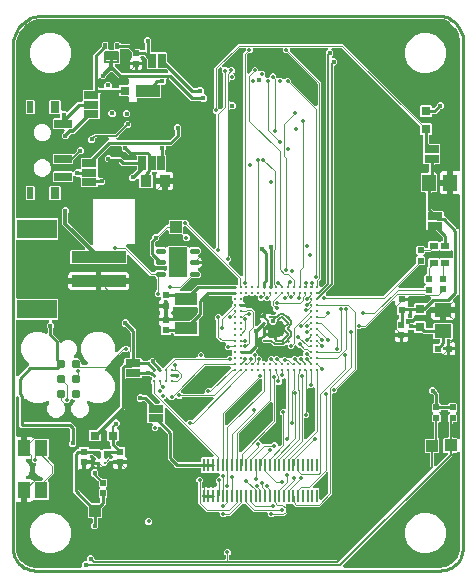
<source format=gbr>
G04 EAGLE Gerber RS-274X export*
G75*
%MOMM*%
%FSLAX34Y34*%
%LPD*%
%INTop Copper*%
%IPPOS*%
%AMOC8*
5,1,8,0,0,1.08239X$1,22.5*%
G01*
%ADD10R,1.150000X1.450000*%
%ADD11R,0.620000X0.620000*%
%ADD12R,1.450000X1.150000*%
%ADD13R,0.950000X1.000000*%
%ADD14R,0.700000X0.600000*%
%ADD15R,4.600000X1.000000*%
%ADD16R,3.400000X1.600000*%
%ADD17C,0.787400*%
%ADD18R,1.270000X0.635000*%
%ADD19R,0.635000X1.270000*%
%ADD20R,0.200000X1.140000*%
%ADD21R,0.800000X0.800000*%
%ADD22R,0.500000X0.500000*%
%ADD23R,1.050000X1.400000*%
%ADD24R,1.500000X0.700000*%
%ADD25R,0.600000X1.000000*%
%ADD26R,0.800000X1.000000*%
%ADD27C,0.250000*%
%ADD28C,0.254000*%
%ADD29R,1.600000X2.500000*%
%ADD30C,0.450000*%
%ADD31R,1.905000X1.092200*%
%ADD32R,1.000000X1.000000*%
%ADD33C,0.304800*%
%ADD34R,2.000000X1.100000*%
%ADD35R,0.309213X0.500000*%
%ADD36R,0.309213X0.650000*%
%ADD37C,0.200000*%
%ADD38C,0.403200*%
%ADD39C,0.254000*%
%ADD40C,0.127000*%
%ADD41C,0.101600*%
%ADD42C,0.355600*%
%ADD43C,0.304800*%

G36*
X127078Y171731D02*
X127078Y171731D01*
X127197Y171734D01*
X127236Y171746D01*
X127276Y171749D01*
X127389Y171790D01*
X127503Y171823D01*
X127537Y171843D01*
X127576Y171857D01*
X127674Y171924D01*
X127777Y171984D01*
X127822Y172024D01*
X127839Y172036D01*
X127852Y172051D01*
X127897Y172091D01*
X128551Y172745D01*
X128604Y172775D01*
X128660Y172798D01*
X128740Y172856D01*
X128825Y172906D01*
X128901Y172972D01*
X128917Y172984D01*
X128925Y172994D01*
X128946Y173012D01*
X136274Y180341D01*
X155194Y180341D01*
X155312Y180356D01*
X155431Y180363D01*
X155469Y180376D01*
X155510Y180381D01*
X155620Y180424D01*
X155733Y180461D01*
X155768Y180483D01*
X155805Y180498D01*
X155901Y180567D01*
X156002Y180631D01*
X156030Y180661D01*
X156063Y180684D01*
X156139Y180776D01*
X156220Y180863D01*
X156240Y180898D01*
X156265Y180929D01*
X156316Y181037D01*
X156374Y181141D01*
X156384Y181181D01*
X156401Y181217D01*
X156423Y181334D01*
X156453Y181449D01*
X156457Y181509D01*
X156461Y181529D01*
X156459Y181550D01*
X156463Y181610D01*
X156463Y183276D01*
X158100Y184913D01*
X160416Y184913D01*
X162053Y183276D01*
X162053Y181610D01*
X162068Y181492D01*
X162075Y181373D01*
X162088Y181335D01*
X162093Y181294D01*
X162136Y181184D01*
X162173Y181071D01*
X162195Y181036D01*
X162210Y180999D01*
X162279Y180903D01*
X162343Y180802D01*
X162373Y180774D01*
X162396Y180741D01*
X162488Y180665D01*
X162575Y180584D01*
X162610Y180564D01*
X162641Y180539D01*
X162749Y180488D01*
X162853Y180430D01*
X162893Y180420D01*
X162929Y180403D01*
X163046Y180381D01*
X163161Y180351D01*
X163221Y180347D01*
X163241Y180343D01*
X163262Y180345D01*
X163322Y180341D01*
X180689Y180341D01*
X180787Y180353D01*
X180886Y180356D01*
X180944Y180373D01*
X181004Y180381D01*
X181096Y180417D01*
X181191Y180445D01*
X181244Y180475D01*
X181300Y180498D01*
X181380Y180556D01*
X181465Y180606D01*
X181541Y180672D01*
X181557Y180684D01*
X181565Y180694D01*
X181586Y180712D01*
X182484Y181611D01*
X184602Y181611D01*
X184740Y181628D01*
X184878Y181641D01*
X184897Y181648D01*
X184917Y181651D01*
X185047Y181702D01*
X185177Y181749D01*
X185194Y181760D01*
X185213Y181768D01*
X185325Y181849D01*
X185441Y181927D01*
X185454Y181943D01*
X185470Y181954D01*
X185559Y182062D01*
X185651Y182166D01*
X185660Y182184D01*
X185673Y182199D01*
X185732Y182325D01*
X185796Y182449D01*
X185800Y182469D01*
X185809Y182487D01*
X185835Y182623D01*
X185865Y182759D01*
X185865Y182780D01*
X185868Y182799D01*
X185860Y182938D01*
X185856Y183077D01*
X185850Y183097D01*
X185849Y183117D01*
X185806Y183249D01*
X185767Y183383D01*
X185757Y183400D01*
X185751Y183419D01*
X185676Y183537D01*
X185606Y183657D01*
X185587Y183678D01*
X185580Y183688D01*
X185565Y183702D01*
X185499Y183778D01*
X185491Y183785D01*
X185491Y185587D01*
X185474Y185725D01*
X185461Y185863D01*
X185454Y185882D01*
X185451Y185902D01*
X185400Y186032D01*
X185353Y186162D01*
X185342Y186179D01*
X185334Y186198D01*
X185253Y186310D01*
X185175Y186426D01*
X185159Y186439D01*
X185148Y186455D01*
X185041Y186544D01*
X184936Y186636D01*
X184918Y186645D01*
X184903Y186658D01*
X184777Y186717D01*
X184653Y186781D01*
X184633Y186785D01*
X184615Y186794D01*
X184479Y186820D01*
X184343Y186850D01*
X184322Y186850D01*
X184303Y186853D01*
X184164Y186845D01*
X184025Y186841D01*
X184005Y186835D01*
X183985Y186834D01*
X183853Y186791D01*
X183719Y186752D01*
X183702Y186742D01*
X183683Y186736D01*
X183565Y186661D01*
X183445Y186591D01*
X183424Y186572D01*
X183414Y186566D01*
X183400Y186551D01*
X183325Y186484D01*
X183276Y186435D01*
X180960Y186435D01*
X179323Y188072D01*
X179323Y190388D01*
X180062Y191127D01*
X180147Y191236D01*
X180236Y191343D01*
X180245Y191362D01*
X180257Y191378D01*
X180312Y191505D01*
X180372Y191631D01*
X180375Y191651D01*
X180383Y191670D01*
X180405Y191808D01*
X180431Y191944D01*
X180430Y191964D01*
X180433Y191984D01*
X180420Y192123D01*
X180412Y192261D01*
X180405Y192280D01*
X180404Y192300D01*
X180356Y192432D01*
X180314Y192563D01*
X180303Y192581D01*
X180296Y192600D01*
X180218Y192715D01*
X180143Y192832D01*
X180129Y192846D01*
X180117Y192863D01*
X180013Y192955D01*
X179912Y193050D01*
X179894Y193060D01*
X179879Y193073D01*
X179755Y193136D01*
X179633Y193204D01*
X179614Y193209D01*
X179596Y193218D01*
X179460Y193248D01*
X179325Y193283D01*
X179297Y193285D01*
X179285Y193288D01*
X179265Y193287D01*
X179165Y193293D01*
X176152Y193293D01*
X172211Y197234D01*
X172211Y211423D01*
X172199Y211521D01*
X172196Y211620D01*
X172179Y211678D01*
X172171Y211738D01*
X172135Y211830D01*
X172107Y211925D01*
X172077Y211978D01*
X172054Y212034D01*
X171996Y212114D01*
X171946Y212199D01*
X171880Y212275D01*
X171868Y212291D01*
X171858Y212299D01*
X171840Y212320D01*
X170941Y213218D01*
X170941Y215534D01*
X172578Y217171D01*
X174894Y217171D01*
X176023Y216042D01*
X176117Y215969D01*
X176206Y215890D01*
X176242Y215872D01*
X176274Y215847D01*
X176383Y215800D01*
X176489Y215745D01*
X176529Y215737D01*
X176566Y215721D01*
X176683Y215702D01*
X176799Y215676D01*
X176840Y215677D01*
X176880Y215671D01*
X176998Y215682D01*
X177117Y215685D01*
X177156Y215697D01*
X177196Y215700D01*
X177309Y215741D01*
X177423Y215774D01*
X177458Y215794D01*
X177496Y215808D01*
X177594Y215875D01*
X177697Y215935D01*
X177742Y215975D01*
X177759Y215987D01*
X177772Y216002D01*
X177818Y216042D01*
X185120Y223344D01*
X185180Y223422D01*
X185248Y223494D01*
X185277Y223547D01*
X185315Y223595D01*
X185354Y223686D01*
X185402Y223773D01*
X185417Y223831D01*
X185441Y223887D01*
X185456Y223985D01*
X185481Y224081D01*
X185487Y224181D01*
X185491Y224201D01*
X185490Y224213D01*
X185491Y224241D01*
X185491Y225663D01*
X186155Y226327D01*
X186228Y226420D01*
X186307Y226510D01*
X186325Y226546D01*
X186350Y226578D01*
X186397Y226687D01*
X186451Y226793D01*
X186460Y226832D01*
X186476Y226870D01*
X186495Y226987D01*
X186521Y227103D01*
X186520Y227144D01*
X186526Y227184D01*
X186515Y227302D01*
X186511Y227421D01*
X186500Y227460D01*
X186496Y227500D01*
X186456Y227612D01*
X186423Y227727D01*
X186402Y227762D01*
X186389Y227800D01*
X186322Y227898D01*
X186261Y228001D01*
X186222Y228046D01*
X186210Y228063D01*
X186195Y228076D01*
X186155Y228122D01*
X185491Y228785D01*
X185491Y231168D01*
X185476Y231286D01*
X185469Y231405D01*
X185457Y231443D01*
X185451Y231484D01*
X185408Y231594D01*
X185371Y231707D01*
X185349Y231742D01*
X185334Y231779D01*
X185265Y231875D01*
X185201Y231976D01*
X185171Y232004D01*
X185148Y232037D01*
X185056Y232112D01*
X184969Y232194D01*
X184934Y232214D01*
X184903Y232239D01*
X184795Y232290D01*
X184691Y232348D01*
X184651Y232358D01*
X184615Y232375D01*
X184498Y232397D01*
X184383Y232427D01*
X184323Y232431D01*
X184303Y232435D01*
X184282Y232433D01*
X184222Y232437D01*
X166347Y232437D01*
X166249Y232425D01*
X166150Y232422D01*
X166091Y232405D01*
X166031Y232397D01*
X165939Y232361D01*
X165844Y232333D01*
X165792Y232303D01*
X165736Y232280D01*
X165656Y232222D01*
X165570Y232172D01*
X165495Y232106D01*
X165478Y232094D01*
X165471Y232084D01*
X165449Y232065D01*
X161408Y228025D01*
X161348Y227946D01*
X161280Y227874D01*
X161251Y227821D01*
X161214Y227773D01*
X161174Y227682D01*
X161126Y227596D01*
X161111Y227537D01*
X161087Y227481D01*
X161072Y227383D01*
X161047Y227288D01*
X161041Y227188D01*
X161037Y227167D01*
X161039Y227155D01*
X161037Y227127D01*
X161037Y215969D01*
X157538Y212470D01*
X157465Y212376D01*
X157387Y212287D01*
X157368Y212251D01*
X157343Y212219D01*
X157296Y212110D01*
X157242Y212004D01*
X157233Y211964D01*
X157217Y211927D01*
X157198Y211809D01*
X157172Y211693D01*
X157174Y211653D01*
X157167Y211613D01*
X157178Y211494D01*
X157182Y211376D01*
X157193Y211337D01*
X157197Y211297D01*
X157237Y211184D01*
X157270Y211070D01*
X157291Y211035D01*
X157305Y210997D01*
X157354Y210925D01*
X157354Y199096D01*
X156758Y198500D01*
X136866Y198500D01*
X136270Y199096D01*
X136270Y199970D01*
X136255Y200088D01*
X136248Y200207D01*
X136235Y200245D01*
X136230Y200286D01*
X136187Y200396D01*
X136150Y200509D01*
X136128Y200544D01*
X136113Y200581D01*
X136044Y200677D01*
X135980Y200778D01*
X135950Y200806D01*
X135927Y200839D01*
X135835Y200915D01*
X135748Y200996D01*
X135713Y201016D01*
X135682Y201041D01*
X135574Y201092D01*
X135470Y201150D01*
X135430Y201160D01*
X135394Y201177D01*
X135277Y201199D01*
X135162Y201229D01*
X135102Y201233D01*
X135082Y201237D01*
X135061Y201235D01*
X135001Y201239D01*
X134926Y201239D01*
X134808Y201224D01*
X134689Y201217D01*
X134651Y201204D01*
X134610Y201199D01*
X134500Y201156D01*
X134387Y201119D01*
X134352Y201097D01*
X134315Y201082D01*
X134219Y201013D01*
X134118Y200949D01*
X134090Y200919D01*
X134057Y200896D01*
X133981Y200804D01*
X133900Y200717D01*
X133880Y200682D01*
X133855Y200651D01*
X133804Y200543D01*
X133746Y200439D01*
X133736Y200399D01*
X133719Y200363D01*
X133697Y200246D01*
X133667Y200131D01*
X133663Y200071D01*
X133659Y200051D01*
X133661Y200030D01*
X133659Y200007D01*
X133061Y199409D01*
X126019Y199409D01*
X125423Y200005D01*
X125423Y206346D01*
X125410Y206451D01*
X125406Y206557D01*
X125390Y206609D01*
X125383Y206662D01*
X125344Y206760D01*
X125314Y206862D01*
X125286Y206908D01*
X125266Y206958D01*
X125204Y207043D01*
X125149Y207134D01*
X125111Y207172D01*
X125080Y207215D01*
X124998Y207283D01*
X124922Y207357D01*
X124904Y207369D01*
X124407Y207866D01*
X124072Y208445D01*
X123899Y209092D01*
X123899Y210977D01*
X129260Y210977D01*
X129378Y210992D01*
X129497Y210999D01*
X129535Y211011D01*
X129555Y211014D01*
X129660Y210987D01*
X129720Y210983D01*
X129740Y210979D01*
X129760Y210981D01*
X129820Y210977D01*
X135861Y210977D01*
X135959Y210989D01*
X136058Y210992D01*
X136117Y211009D01*
X136177Y211017D01*
X136269Y211053D01*
X136364Y211081D01*
X136416Y211111D01*
X136472Y211134D01*
X136552Y211192D01*
X136638Y211242D01*
X136713Y211308D01*
X136730Y211320D01*
X136737Y211330D01*
X136759Y211348D01*
X136866Y211456D01*
X149530Y211456D01*
X149628Y211468D01*
X149727Y211471D01*
X149785Y211488D01*
X149846Y211496D01*
X149938Y211532D01*
X150033Y211560D01*
X150085Y211590D01*
X150141Y211613D01*
X150221Y211671D01*
X150307Y211721D01*
X150382Y211787D01*
X150399Y211799D01*
X150406Y211809D01*
X150428Y211827D01*
X156092Y217491D01*
X156152Y217570D01*
X156220Y217642D01*
X156249Y217695D01*
X156286Y217743D01*
X156326Y217834D01*
X156374Y217920D01*
X156389Y217979D01*
X156413Y218035D01*
X156428Y218133D01*
X156453Y218228D01*
X156459Y218328D01*
X156463Y218349D01*
X156461Y218361D01*
X156463Y218389D01*
X156463Y222123D01*
X156448Y222241D01*
X156441Y222360D01*
X156428Y222398D01*
X156423Y222439D01*
X156380Y222549D01*
X156343Y222662D01*
X156321Y222697D01*
X156306Y222734D01*
X156237Y222830D01*
X156173Y222931D01*
X156143Y222959D01*
X156120Y222992D01*
X156028Y223068D01*
X155941Y223149D01*
X155906Y223169D01*
X155875Y223194D01*
X155767Y223245D01*
X155663Y223303D01*
X155623Y223313D01*
X155587Y223330D01*
X155470Y223352D01*
X155355Y223382D01*
X155295Y223386D01*
X155275Y223390D01*
X155254Y223388D01*
X155194Y223392D01*
X136450Y223392D01*
X136332Y223377D01*
X136213Y223370D01*
X136175Y223357D01*
X136134Y223352D01*
X136024Y223309D01*
X135911Y223272D01*
X135876Y223250D01*
X135839Y223235D01*
X135743Y223166D01*
X135642Y223102D01*
X135614Y223072D01*
X135581Y223049D01*
X135505Y222957D01*
X135424Y222870D01*
X135404Y222835D01*
X135379Y222804D01*
X135328Y222696D01*
X135270Y222592D01*
X135260Y222552D01*
X135243Y222516D01*
X135221Y222399D01*
X135191Y222284D01*
X135187Y222224D01*
X135183Y222204D01*
X135183Y222202D01*
X135183Y222201D01*
X135184Y222182D01*
X135181Y222123D01*
X135181Y220666D01*
X135008Y220019D01*
X134673Y219440D01*
X134444Y219211D01*
X134371Y219116D01*
X134292Y219027D01*
X134283Y219009D01*
X134270Y218994D01*
X134261Y218976D01*
X134249Y218959D01*
X134201Y218850D01*
X134147Y218744D01*
X134143Y218724D01*
X134134Y218706D01*
X134131Y218687D01*
X134122Y218667D01*
X134104Y218550D01*
X134078Y218434D01*
X134078Y218413D01*
X134075Y218394D01*
X134076Y218374D01*
X134073Y218353D01*
X134084Y218235D01*
X134087Y218116D01*
X134093Y218095D01*
X134094Y218076D01*
X134100Y218058D01*
X134102Y218037D01*
X134143Y217924D01*
X134176Y217810D01*
X134187Y217792D01*
X134192Y217774D01*
X134203Y217758D01*
X134210Y217737D01*
X134277Y217639D01*
X134337Y217536D01*
X134357Y217514D01*
X134363Y217505D01*
X134375Y217493D01*
X134377Y217491D01*
X134388Y217474D01*
X134404Y217461D01*
X134444Y217416D01*
X134673Y217186D01*
X135008Y216607D01*
X135181Y215960D01*
X135181Y214075D01*
X131089Y214075D01*
X131089Y223820D01*
X131074Y223938D01*
X131067Y224057D01*
X131055Y224095D01*
X131052Y224115D01*
X131079Y224220D01*
X131083Y224280D01*
X131087Y224300D01*
X131085Y224320D01*
X131089Y224380D01*
X131089Y227714D01*
X131074Y227832D01*
X131067Y227951D01*
X131054Y227989D01*
X131049Y228030D01*
X131006Y228140D01*
X130969Y228253D01*
X130947Y228288D01*
X130932Y228325D01*
X130863Y228421D01*
X130799Y228522D01*
X130769Y228550D01*
X130746Y228583D01*
X130654Y228659D01*
X130567Y228740D01*
X130532Y228760D01*
X130501Y228785D01*
X130393Y228836D01*
X130289Y228894D01*
X130249Y228904D01*
X130213Y228921D01*
X130096Y228943D01*
X129981Y228973D01*
X129921Y228977D01*
X129901Y228981D01*
X129880Y228979D01*
X129820Y228983D01*
X129260Y228983D01*
X129142Y228968D01*
X129023Y228961D01*
X128985Y228948D01*
X128944Y228943D01*
X128834Y228900D01*
X128721Y228863D01*
X128686Y228841D01*
X128649Y228826D01*
X128552Y228757D01*
X128452Y228693D01*
X128424Y228663D01*
X128391Y228640D01*
X128315Y228548D01*
X128234Y228461D01*
X128214Y228426D01*
X128189Y228395D01*
X128138Y228287D01*
X128080Y228183D01*
X128070Y228143D01*
X128053Y228107D01*
X128031Y227990D01*
X128001Y227875D01*
X127997Y227815D01*
X127993Y227795D01*
X127995Y227774D01*
X127991Y227714D01*
X127991Y225649D01*
X123899Y225649D01*
X123899Y227534D01*
X124072Y228181D01*
X124407Y228760D01*
X124923Y229276D01*
X124962Y229301D01*
X124999Y229340D01*
X125042Y229372D01*
X125108Y229455D01*
X125180Y229532D01*
X125206Y229579D01*
X125239Y229621D01*
X125283Y229718D01*
X125334Y229811D01*
X125347Y229863D01*
X125369Y229912D01*
X125387Y230016D01*
X125413Y230119D01*
X125418Y230204D01*
X125422Y230225D01*
X125421Y230241D01*
X125423Y230280D01*
X125423Y230378D01*
X125408Y230496D01*
X125401Y230615D01*
X125388Y230653D01*
X125383Y230694D01*
X125340Y230804D01*
X125303Y230917D01*
X125281Y230952D01*
X125266Y230989D01*
X125197Y231085D01*
X125133Y231186D01*
X125103Y231214D01*
X125080Y231247D01*
X124988Y231323D01*
X124901Y231404D01*
X124866Y231424D01*
X124835Y231449D01*
X124727Y231500D01*
X124623Y231558D01*
X124583Y231568D01*
X124547Y231585D01*
X124430Y231607D01*
X124315Y231637D01*
X124255Y231641D01*
X124235Y231645D01*
X124214Y231643D01*
X124154Y231647D01*
X122032Y231647D01*
X120395Y233284D01*
X120395Y235600D01*
X121294Y236498D01*
X121354Y236576D01*
X121422Y236648D01*
X121451Y236701D01*
X121488Y236749D01*
X121528Y236840D01*
X121576Y236927D01*
X121591Y236985D01*
X121615Y237041D01*
X121630Y237139D01*
X121655Y237235D01*
X121661Y237335D01*
X121665Y237355D01*
X121663Y237367D01*
X121665Y237395D01*
X121665Y246993D01*
X121653Y247091D01*
X121650Y247190D01*
X121633Y247249D01*
X121625Y247309D01*
X121589Y247401D01*
X121561Y247496D01*
X121531Y247548D01*
X121508Y247604D01*
X121450Y247684D01*
X121400Y247770D01*
X121334Y247845D01*
X121322Y247862D01*
X121312Y247870D01*
X121294Y247891D01*
X120129Y249055D01*
X120051Y249116D01*
X119978Y249184D01*
X119925Y249213D01*
X119877Y249250D01*
X119787Y249290D01*
X119700Y249338D01*
X119641Y249353D01*
X119586Y249377D01*
X119488Y249392D01*
X119392Y249417D01*
X119292Y249423D01*
X119271Y249427D01*
X119259Y249425D01*
X119231Y249427D01*
X116462Y249427D01*
X98743Y267146D01*
X98634Y267231D01*
X98527Y267320D01*
X98508Y267329D01*
X98492Y267341D01*
X98364Y267397D01*
X98239Y267456D01*
X98219Y267459D01*
X98200Y267468D01*
X98062Y267489D01*
X97926Y267515D01*
X97906Y267514D01*
X97886Y267517D01*
X97747Y267504D01*
X97609Y267496D01*
X97590Y267489D01*
X97570Y267488D01*
X97438Y267440D01*
X97307Y267398D01*
X97289Y267387D01*
X97270Y267380D01*
X97155Y267302D01*
X97038Y267227D01*
X97024Y267213D01*
X97007Y267201D01*
X96915Y267097D01*
X96820Y266996D01*
X96810Y266978D01*
X96797Y266963D01*
X96733Y266839D01*
X96666Y266717D01*
X96661Y266698D01*
X96652Y266680D01*
X96622Y266544D01*
X96587Y266409D01*
X96585Y266381D01*
X96582Y266369D01*
X96583Y266349D01*
X96577Y266249D01*
X96577Y259849D01*
X95981Y259253D01*
X49139Y259253D01*
X48543Y259849D01*
X48543Y270691D01*
X49139Y271287D01*
X59886Y271287D01*
X60023Y271304D01*
X60162Y271317D01*
X60181Y271324D01*
X60201Y271327D01*
X60330Y271378D01*
X60462Y271425D01*
X60478Y271436D01*
X60497Y271444D01*
X60609Y271525D01*
X60725Y271603D01*
X60738Y271619D01*
X60754Y271630D01*
X60843Y271738D01*
X60935Y271842D01*
X60944Y271860D01*
X60957Y271875D01*
X61017Y272001D01*
X61080Y272125D01*
X61084Y272145D01*
X61093Y272163D01*
X61119Y272299D01*
X61149Y272435D01*
X61149Y272456D01*
X61153Y272475D01*
X61144Y272614D01*
X61140Y272753D01*
X61134Y272773D01*
X61133Y272793D01*
X61090Y272925D01*
X61051Y273059D01*
X61041Y273076D01*
X61035Y273095D01*
X60960Y273213D01*
X60890Y273333D01*
X60871Y273354D01*
X60865Y273364D01*
X60850Y273378D01*
X60783Y273453D01*
X43769Y290468D01*
X41909Y292328D01*
X41909Y302526D01*
X41897Y302624D01*
X41894Y302723D01*
X41877Y302781D01*
X41869Y302842D01*
X41833Y302934D01*
X41805Y303029D01*
X41775Y303081D01*
X41752Y303137D01*
X41694Y303217D01*
X41644Y303303D01*
X41578Y303378D01*
X41566Y303395D01*
X41556Y303402D01*
X41538Y303424D01*
X41417Y303544D01*
X41417Y306056D01*
X43194Y307833D01*
X45706Y307833D01*
X47483Y306056D01*
X47483Y303544D01*
X47362Y303424D01*
X47302Y303345D01*
X47234Y303273D01*
X47205Y303220D01*
X47168Y303172D01*
X47128Y303081D01*
X47080Y302995D01*
X47065Y302936D01*
X47041Y302880D01*
X47026Y302782D01*
X47001Y302687D01*
X46995Y302587D01*
X46991Y302566D01*
X46993Y302554D01*
X46991Y302526D01*
X46991Y294958D01*
X47003Y294860D01*
X47006Y294761D01*
X47023Y294703D01*
X47031Y294643D01*
X47067Y294551D01*
X47095Y294455D01*
X47125Y294403D01*
X47148Y294347D01*
X47206Y294267D01*
X47256Y294182D01*
X47322Y294106D01*
X47334Y294090D01*
X47344Y294082D01*
X47362Y294061D01*
X65651Y275773D01*
X65739Y275704D01*
X65772Y275673D01*
X65790Y275663D01*
X65867Y275599D01*
X65886Y275590D01*
X65902Y275578D01*
X66030Y275522D01*
X66155Y275463D01*
X66175Y275459D01*
X66194Y275451D01*
X66332Y275429D01*
X66468Y275403D01*
X66488Y275405D01*
X66508Y275401D01*
X66647Y275415D01*
X66785Y275423D01*
X66804Y275429D01*
X66824Y275431D01*
X66956Y275478D01*
X67087Y275521D01*
X67105Y275532D01*
X67124Y275539D01*
X67239Y275617D01*
X67356Y275691D01*
X67370Y275706D01*
X67387Y275717D01*
X67479Y275822D01*
X67574Y275923D01*
X67584Y275941D01*
X67597Y275956D01*
X67661Y276080D01*
X67728Y276201D01*
X67733Y276221D01*
X67742Y276239D01*
X67772Y276375D01*
X67807Y276509D01*
X67809Y276537D01*
X67812Y276549D01*
X67811Y276570D01*
X67814Y276612D01*
X67815Y276618D01*
X67814Y276624D01*
X67817Y276670D01*
X67817Y314198D01*
X67818Y314199D01*
X103378Y314199D01*
X103379Y314198D01*
X103379Y276098D01*
X103378Y276097D01*
X97169Y276097D01*
X97032Y276080D01*
X96893Y276067D01*
X96874Y276060D01*
X96854Y276057D01*
X96725Y276006D01*
X96594Y275959D01*
X96577Y275948D01*
X96558Y275940D01*
X96446Y275859D01*
X96330Y275781D01*
X96317Y275765D01*
X96301Y275754D01*
X96212Y275646D01*
X96120Y275542D01*
X96111Y275524D01*
X96098Y275509D01*
X96039Y275383D01*
X95975Y275259D01*
X95971Y275239D01*
X95962Y275221D01*
X95936Y275085D01*
X95906Y274949D01*
X95906Y274928D01*
X95903Y274909D01*
X95911Y274770D01*
X95915Y274631D01*
X95921Y274611D01*
X95922Y274591D01*
X95965Y274459D01*
X96004Y274325D01*
X96014Y274308D01*
X96020Y274289D01*
X96095Y274171D01*
X96165Y274051D01*
X96184Y274030D01*
X96191Y274020D01*
X96205Y274006D01*
X96272Y273931D01*
X117354Y252848D01*
X117432Y252788D01*
X117504Y252720D01*
X117557Y252691D01*
X117605Y252654D01*
X117696Y252614D01*
X117783Y252566D01*
X117841Y252551D01*
X117897Y252527D01*
X117995Y252512D01*
X118091Y252487D01*
X118191Y252481D01*
X118211Y252477D01*
X118223Y252479D01*
X118251Y252477D01*
X119419Y252477D01*
X119517Y252489D01*
X119616Y252492D01*
X119675Y252509D01*
X119735Y252517D01*
X119827Y252553D01*
X119922Y252581D01*
X119974Y252611D01*
X120030Y252634D01*
X120111Y252692D01*
X120196Y252742D01*
X120271Y252808D01*
X120288Y252820D01*
X120296Y252830D01*
X120317Y252848D01*
X121593Y254125D01*
X128310Y254125D01*
X128372Y254076D01*
X128479Y253987D01*
X128498Y253979D01*
X128514Y253966D01*
X128642Y253911D01*
X128767Y253852D01*
X128787Y253848D01*
X128806Y253840D01*
X128943Y253818D01*
X129080Y253792D01*
X129100Y253793D01*
X129120Y253790D01*
X129258Y253803D01*
X129397Y253812D01*
X129416Y253818D01*
X129436Y253820D01*
X129567Y253867D01*
X129699Y253910D01*
X129717Y253921D01*
X129736Y253928D01*
X129851Y254006D01*
X129968Y254080D01*
X129982Y254095D01*
X129999Y254106D01*
X130091Y254210D01*
X130186Y254312D01*
X130196Y254329D01*
X130209Y254345D01*
X130272Y254468D01*
X130340Y254590D01*
X130345Y254610D01*
X130354Y254628D01*
X130384Y254764D01*
X130419Y254898D01*
X130421Y254926D01*
X130424Y254938D01*
X130423Y254959D01*
X130429Y255059D01*
X130429Y256657D01*
X130412Y256795D01*
X130399Y256934D01*
X130392Y256953D01*
X130389Y256973D01*
X130338Y257102D01*
X130291Y257233D01*
X130280Y257250D01*
X130272Y257268D01*
X130191Y257381D01*
X130113Y257496D01*
X130097Y257509D01*
X130086Y257526D01*
X129978Y257614D01*
X129874Y257706D01*
X129856Y257716D01*
X129841Y257729D01*
X129715Y257788D01*
X129591Y257851D01*
X129571Y257856D01*
X129553Y257864D01*
X129417Y257890D01*
X129281Y257921D01*
X129260Y257920D01*
X129241Y257924D01*
X129102Y257915D01*
X128963Y257911D01*
X128943Y257905D01*
X128923Y257904D01*
X128791Y257861D01*
X128657Y257823D01*
X128640Y257812D01*
X128621Y257806D01*
X128503Y257732D01*
X128383Y257661D01*
X128362Y257642D01*
X128352Y257636D01*
X128338Y257621D01*
X128304Y257591D01*
X121593Y257591D01*
X119679Y259505D01*
X119679Y262365D01*
X119667Y262463D01*
X119664Y262562D01*
X119647Y262621D01*
X119639Y262681D01*
X119603Y262773D01*
X119575Y262868D01*
X119545Y262920D01*
X119522Y262976D01*
X119464Y263056D01*
X119414Y263142D01*
X119348Y263217D01*
X119336Y263234D01*
X119326Y263241D01*
X119308Y263263D01*
X115801Y266769D01*
X115801Y279817D01*
X117500Y281515D01*
X117560Y281594D01*
X117628Y281666D01*
X117657Y281719D01*
X117694Y281767D01*
X117734Y281858D01*
X117782Y281944D01*
X117797Y282003D01*
X117821Y282059D01*
X117836Y282157D01*
X117861Y282252D01*
X117867Y282352D01*
X117871Y282373D01*
X117869Y282385D01*
X117871Y282413D01*
X117871Y282942D01*
X119648Y284719D01*
X121509Y284719D01*
X121607Y284731D01*
X121706Y284734D01*
X121764Y284751D01*
X121824Y284759D01*
X121916Y284795D01*
X122011Y284823D01*
X122064Y284853D01*
X122120Y284876D01*
X122200Y284934D01*
X122285Y284984D01*
X122361Y285050D01*
X122377Y285062D01*
X122385Y285072D01*
X122406Y285090D01*
X129670Y292355D01*
X130636Y292355D01*
X130754Y292370D01*
X130873Y292377D01*
X130911Y292390D01*
X130952Y292395D01*
X131062Y292438D01*
X131175Y292475D01*
X131210Y292497D01*
X131247Y292512D01*
X131343Y292581D01*
X131444Y292645D01*
X131472Y292675D01*
X131505Y292698D01*
X131581Y292790D01*
X131662Y292877D01*
X131682Y292912D01*
X131707Y292943D01*
X131758Y293051D01*
X131816Y293155D01*
X131826Y293195D01*
X131843Y293231D01*
X131865Y293348D01*
X131895Y293463D01*
X131899Y293523D01*
X131903Y293543D01*
X131901Y293564D01*
X131905Y293624D01*
X131905Y296251D01*
X132501Y296847D01*
X143385Y296847D01*
X143400Y296839D01*
X143431Y296815D01*
X143541Y296767D01*
X143647Y296713D01*
X143686Y296704D01*
X143723Y296688D01*
X143841Y296670D01*
X143957Y296644D01*
X143998Y296645D01*
X144037Y296638D01*
X144156Y296650D01*
X144275Y296653D01*
X144314Y296664D01*
X144354Y296668D01*
X144466Y296709D01*
X144581Y296742D01*
X144615Y296762D01*
X144653Y296776D01*
X144752Y296843D01*
X144854Y296903D01*
X144881Y296927D01*
X147208Y296927D01*
X148845Y295290D01*
X148845Y294019D01*
X148857Y293921D01*
X148860Y293822D01*
X148877Y293764D01*
X148885Y293704D01*
X148921Y293612D01*
X148949Y293517D01*
X148979Y293464D01*
X149002Y293408D01*
X149060Y293328D01*
X149110Y293243D01*
X149176Y293167D01*
X149188Y293151D01*
X149198Y293143D01*
X149216Y293122D01*
X169527Y272811D01*
X169622Y272738D01*
X169711Y272659D01*
X169747Y272641D01*
X169779Y272616D01*
X169888Y272568D01*
X169994Y272514D01*
X170034Y272506D01*
X170071Y272490D01*
X170188Y272471D01*
X170304Y272445D01*
X170345Y272446D01*
X170385Y272440D01*
X170504Y272451D01*
X170622Y272454D01*
X170661Y272466D01*
X170701Y272469D01*
X170814Y272510D01*
X170928Y272543D01*
X170963Y272563D01*
X171001Y272577D01*
X171099Y272644D01*
X171202Y272704D01*
X171247Y272744D01*
X171264Y272756D01*
X171277Y272771D01*
X171323Y272811D01*
X171840Y273328D01*
X171900Y273406D01*
X171968Y273478D01*
X171997Y273531D01*
X172034Y273579D01*
X172074Y273670D01*
X172122Y273757D01*
X172137Y273815D01*
X172161Y273871D01*
X172176Y273969D01*
X172201Y274065D01*
X172207Y274165D01*
X172211Y274185D01*
X172209Y274197D01*
X172211Y274225D01*
X172211Y385572D01*
X172196Y385690D01*
X172189Y385809D01*
X172176Y385847D01*
X172171Y385888D01*
X172128Y385998D01*
X172091Y386111D01*
X172069Y386146D01*
X172054Y386183D01*
X171985Y386279D01*
X171921Y386380D01*
X171891Y386408D01*
X171868Y386441D01*
X171776Y386517D01*
X171689Y386598D01*
X171654Y386618D01*
X171623Y386643D01*
X171515Y386694D01*
X171411Y386752D01*
X171371Y386762D01*
X171335Y386779D01*
X171218Y386801D01*
X171103Y386831D01*
X171062Y386834D01*
X169417Y388478D01*
X169417Y390794D01*
X170315Y391692D01*
X170376Y391770D01*
X170444Y391842D01*
X170473Y391895D01*
X170510Y391943D01*
X170550Y392034D01*
X170598Y392121D01*
X170613Y392179D01*
X170637Y392235D01*
X170652Y392333D01*
X170677Y392429D01*
X170683Y392529D01*
X170687Y392549D01*
X170685Y392561D01*
X170687Y392589D01*
X170687Y425828D01*
X190630Y445771D01*
X279524Y445771D01*
X346152Y379142D01*
X346230Y379082D01*
X346302Y379014D01*
X346355Y378985D01*
X346403Y378948D01*
X346494Y378908D01*
X346581Y378860D01*
X346639Y378845D01*
X346695Y378821D01*
X346793Y378806D01*
X346889Y378781D01*
X346989Y378775D01*
X347009Y378771D01*
X347021Y378773D01*
X347049Y378771D01*
X354179Y378771D01*
X354775Y378175D01*
X354775Y369333D01*
X354179Y368737D01*
X353314Y368737D01*
X353196Y368722D01*
X353077Y368715D01*
X353039Y368702D01*
X352998Y368697D01*
X352888Y368654D01*
X352775Y368617D01*
X352740Y368595D01*
X352703Y368580D01*
X352607Y368511D01*
X352506Y368447D01*
X352478Y368417D01*
X352445Y368394D01*
X352369Y368302D01*
X352288Y368215D01*
X352268Y368180D01*
X352243Y368149D01*
X352192Y368041D01*
X352134Y367937D01*
X352124Y367897D01*
X352107Y367861D01*
X352085Y367744D01*
X352055Y367629D01*
X352051Y367569D01*
X352047Y367549D01*
X352049Y367528D01*
X352045Y367468D01*
X352045Y362915D01*
X352057Y362817D01*
X352060Y362718D01*
X352077Y362660D01*
X352085Y362599D01*
X352121Y362507D01*
X352149Y362412D01*
X352179Y362360D01*
X352202Y362304D01*
X352260Y362224D01*
X352310Y362138D01*
X352376Y362063D01*
X352388Y362046D01*
X352398Y362039D01*
X352416Y362017D01*
X353254Y361179D01*
X353333Y361119D01*
X353405Y361051D01*
X353458Y361022D01*
X353506Y360985D01*
X353597Y360945D01*
X353683Y360897D01*
X353742Y360882D01*
X353798Y360858D01*
X353896Y360843D01*
X353991Y360818D01*
X354091Y360812D01*
X354112Y360808D01*
X354124Y360810D01*
X354152Y360808D01*
X361355Y360808D01*
X361951Y360212D01*
X361951Y344892D01*
X361355Y344296D01*
X358140Y344296D01*
X358022Y344281D01*
X357903Y344274D01*
X357865Y344261D01*
X357824Y344256D01*
X357714Y344213D01*
X357601Y344176D01*
X357566Y344154D01*
X357529Y344139D01*
X357433Y344070D01*
X357332Y344006D01*
X357304Y343976D01*
X357271Y343953D01*
X357195Y343861D01*
X357114Y343774D01*
X357094Y343739D01*
X357069Y343708D01*
X357018Y343600D01*
X356960Y343496D01*
X356950Y343456D01*
X356933Y343420D01*
X356911Y343303D01*
X356881Y343188D01*
X356877Y343128D01*
X356873Y343108D01*
X356875Y343087D01*
X356871Y343027D01*
X356871Y337958D01*
X356886Y337840D01*
X356893Y337721D01*
X356906Y337683D01*
X356911Y337642D01*
X356954Y337532D01*
X356991Y337419D01*
X357013Y337384D01*
X357028Y337347D01*
X357097Y337251D01*
X357161Y337150D01*
X357191Y337122D01*
X357214Y337089D01*
X357306Y337013D01*
X357393Y336932D01*
X357428Y336912D01*
X357459Y336887D01*
X357567Y336836D01*
X357671Y336778D01*
X357711Y336768D01*
X357747Y336751D01*
X357864Y336729D01*
X357979Y336699D01*
X358039Y336695D01*
X358059Y336691D01*
X358080Y336693D01*
X358103Y336691D01*
X358701Y336093D01*
X358701Y320751D01*
X358105Y320155D01*
X355490Y320155D01*
X355372Y320140D01*
X355253Y320133D01*
X355215Y320120D01*
X355174Y320115D01*
X355064Y320072D01*
X354951Y320035D01*
X354916Y320013D01*
X354879Y319998D01*
X354783Y319929D01*
X354682Y319865D01*
X354654Y319835D01*
X354621Y319812D01*
X354545Y319720D01*
X354464Y319633D01*
X354444Y319598D01*
X354419Y319567D01*
X354368Y319459D01*
X354310Y319355D01*
X354300Y319315D01*
X354283Y319279D01*
X354261Y319162D01*
X354231Y319047D01*
X354227Y318987D01*
X354223Y318967D01*
X354225Y318946D01*
X354221Y318886D01*
X354221Y307145D01*
X354233Y307047D01*
X354236Y306948D01*
X354253Y306890D01*
X354261Y306829D01*
X354297Y306737D01*
X354325Y306642D01*
X354355Y306590D01*
X354378Y306534D01*
X354436Y306454D01*
X354486Y306368D01*
X354552Y306293D01*
X354564Y306276D01*
X354574Y306269D01*
X354592Y306247D01*
X356048Y304791D01*
X356127Y304731D01*
X356199Y304663D01*
X356252Y304634D01*
X356300Y304597D01*
X356391Y304557D01*
X356477Y304509D01*
X356536Y304494D01*
X356592Y304470D01*
X356690Y304455D01*
X356785Y304430D01*
X356885Y304424D01*
X356906Y304420D01*
X356918Y304422D01*
X356946Y304420D01*
X364149Y304420D01*
X364745Y303824D01*
X364745Y301117D01*
X364760Y300999D01*
X364767Y300880D01*
X364780Y300842D01*
X364785Y300801D01*
X364828Y300691D01*
X364865Y300578D01*
X364887Y300543D01*
X364902Y300506D01*
X364971Y300410D01*
X365035Y300309D01*
X365065Y300281D01*
X365088Y300248D01*
X365180Y300172D01*
X365267Y300091D01*
X365302Y300071D01*
X365333Y300046D01*
X365441Y299995D01*
X365516Y299953D01*
X375225Y290244D01*
X375226Y290244D01*
X376293Y289177D01*
X376402Y289093D01*
X376509Y289003D01*
X376528Y288995D01*
X376544Y288982D01*
X376671Y288927D01*
X376797Y288868D01*
X376817Y288864D01*
X376836Y288856D01*
X376974Y288834D01*
X377110Y288808D01*
X377130Y288809D01*
X377150Y288806D01*
X377289Y288819D01*
X377427Y288828D01*
X377446Y288834D01*
X377466Y288836D01*
X377598Y288883D01*
X377729Y288926D01*
X377747Y288937D01*
X377766Y288944D01*
X377881Y289022D01*
X377998Y289096D01*
X378012Y289111D01*
X378029Y289122D01*
X378121Y289226D01*
X378216Y289328D01*
X378226Y289345D01*
X378239Y289361D01*
X378302Y289484D01*
X378370Y289606D01*
X378375Y289626D01*
X378384Y289644D01*
X378414Y289780D01*
X378449Y289914D01*
X378451Y289942D01*
X378454Y289954D01*
X378453Y289975D01*
X378459Y290075D01*
X378459Y317642D01*
X378443Y317774D01*
X378432Y317906D01*
X378423Y317931D01*
X378419Y317958D01*
X378371Y318081D01*
X378327Y318206D01*
X378312Y318229D01*
X378302Y318253D01*
X378224Y318361D01*
X378151Y318471D01*
X378131Y318489D01*
X378116Y318511D01*
X378013Y318596D01*
X377915Y318684D01*
X377891Y318696D01*
X377871Y318714D01*
X377750Y318770D01*
X377633Y318832D01*
X377607Y318838D01*
X377583Y318849D01*
X377453Y318874D01*
X377323Y318904D01*
X377297Y318904D01*
X377271Y318909D01*
X377138Y318901D01*
X377005Y318898D01*
X376980Y318891D01*
X376953Y318889D01*
X376827Y318848D01*
X376800Y318841D01*
X376018Y318631D01*
X372473Y318631D01*
X372473Y327152D01*
X372458Y327270D01*
X372451Y327389D01*
X372438Y327427D01*
X372433Y327467D01*
X372389Y327578D01*
X372353Y327691D01*
X372331Y327726D01*
X372316Y327763D01*
X372246Y327859D01*
X372183Y327960D01*
X372153Y327988D01*
X372129Y328020D01*
X372038Y328096D01*
X371951Y328178D01*
X371916Y328197D01*
X371884Y328223D01*
X371777Y328274D01*
X371673Y328331D01*
X371633Y328342D01*
X371597Y328359D01*
X371480Y328381D01*
X371365Y328411D01*
X371304Y328415D01*
X371284Y328419D01*
X371264Y328417D01*
X371204Y328421D01*
X369933Y328421D01*
X369933Y328423D01*
X371204Y328423D01*
X371322Y328438D01*
X371441Y328445D01*
X371479Y328458D01*
X371519Y328463D01*
X371630Y328507D01*
X371743Y328543D01*
X371778Y328565D01*
X371815Y328580D01*
X371911Y328650D01*
X372012Y328713D01*
X372040Y328743D01*
X372072Y328767D01*
X372148Y328858D01*
X372230Y328945D01*
X372249Y328980D01*
X372275Y329012D01*
X372326Y329119D01*
X372383Y329223D01*
X372394Y329263D01*
X372411Y329299D01*
X372433Y329416D01*
X372463Y329531D01*
X372467Y329592D01*
X372471Y329612D01*
X372469Y329632D01*
X372473Y329692D01*
X372473Y338213D01*
X376018Y338213D01*
X376752Y338016D01*
X376797Y337995D01*
X376823Y337990D01*
X376848Y337980D01*
X376979Y337960D01*
X377110Y337935D01*
X377136Y337937D01*
X377162Y337933D01*
X377294Y337947D01*
X377427Y337955D01*
X377452Y337963D01*
X377479Y337966D01*
X377603Y338012D01*
X377729Y338053D01*
X377752Y338067D01*
X377777Y338076D01*
X377886Y338152D01*
X377998Y338223D01*
X378016Y338243D01*
X378038Y338258D01*
X378125Y338358D01*
X378216Y338455D01*
X378229Y338478D01*
X378246Y338498D01*
X378306Y338617D01*
X378370Y338733D01*
X378376Y338759D01*
X378388Y338783D01*
X378416Y338913D01*
X378449Y339041D01*
X378451Y339079D01*
X378455Y339094D01*
X378454Y339116D01*
X378459Y339202D01*
X378459Y443230D01*
X378458Y443239D01*
X378459Y443248D01*
X378438Y443396D01*
X378419Y443546D01*
X378416Y443554D01*
X378415Y443563D01*
X378358Y443700D01*
X378330Y443773D01*
X378447Y444591D01*
X378447Y444601D01*
X378449Y444610D01*
X378459Y444771D01*
X378459Y445679D01*
X378480Y445743D01*
X378520Y445835D01*
X378529Y445893D01*
X378548Y445949D01*
X378568Y446109D01*
X378680Y447878D01*
X378676Y447947D01*
X378681Y448015D01*
X378664Y448176D01*
X377664Y453921D01*
X377629Y454035D01*
X377602Y454150D01*
X377577Y454206D01*
X377571Y454225D01*
X377560Y454243D01*
X377536Y454297D01*
X374810Y459453D01*
X374741Y459550D01*
X374679Y459651D01*
X374639Y459696D01*
X374627Y459713D01*
X374611Y459726D01*
X374571Y459770D01*
X370385Y463831D01*
X370290Y463903D01*
X370200Y463980D01*
X370147Y464010D01*
X370131Y464022D01*
X370112Y464030D01*
X370060Y464060D01*
X364824Y466628D01*
X364759Y466651D01*
X364698Y466682D01*
X364543Y466727D01*
X361860Y467329D01*
X361800Y467334D01*
X361743Y467349D01*
X361582Y467359D01*
X25400Y467359D01*
X25378Y467357D01*
X25300Y467355D01*
X21923Y467090D01*
X21855Y467076D01*
X21786Y467071D01*
X21693Y467047D01*
X21685Y467046D01*
X21677Y467043D01*
X21630Y467031D01*
X15206Y464944D01*
X15099Y464894D01*
X14988Y464850D01*
X14937Y464817D01*
X14918Y464809D01*
X14903Y464796D01*
X14852Y464764D01*
X9388Y460793D01*
X9301Y460712D01*
X9209Y460636D01*
X9171Y460590D01*
X9156Y460576D01*
X9145Y460558D01*
X9107Y460512D01*
X5136Y455048D01*
X5079Y454944D01*
X5015Y454844D01*
X4993Y454787D01*
X4983Y454769D01*
X4978Y454749D01*
X4956Y454694D01*
X2869Y448270D01*
X2856Y448202D01*
X2833Y448136D01*
X2810Y447977D01*
X2545Y444600D01*
X2546Y444578D01*
X2541Y444500D01*
X2541Y299556D01*
X2556Y299438D01*
X2563Y299319D01*
X2576Y299281D01*
X2581Y299240D01*
X2624Y299130D01*
X2661Y299017D01*
X2683Y298982D01*
X2698Y298945D01*
X2767Y298849D01*
X2831Y298748D01*
X2861Y298720D01*
X2884Y298687D01*
X2976Y298611D01*
X3063Y298530D01*
X3098Y298510D01*
X3129Y298485D01*
X3237Y298434D01*
X3341Y298376D01*
X3381Y298366D01*
X3417Y298349D01*
X3534Y298327D01*
X3649Y298297D01*
X3709Y298293D01*
X3729Y298289D01*
X3750Y298291D01*
X3810Y298287D01*
X37981Y298287D01*
X38577Y297691D01*
X38577Y280849D01*
X37981Y280253D01*
X3810Y280253D01*
X3692Y280238D01*
X3573Y280231D01*
X3535Y280218D01*
X3494Y280213D01*
X3384Y280170D01*
X3271Y280133D01*
X3236Y280111D01*
X3199Y280096D01*
X3103Y280027D01*
X3002Y279963D01*
X2974Y279933D01*
X2941Y279910D01*
X2865Y279818D01*
X2784Y279731D01*
X2764Y279696D01*
X2739Y279665D01*
X2688Y279557D01*
X2630Y279453D01*
X2620Y279413D01*
X2603Y279377D01*
X2581Y279260D01*
X2551Y279145D01*
X2547Y279085D01*
X2543Y279065D01*
X2545Y279044D01*
X2541Y278984D01*
X2541Y231556D01*
X2556Y231438D01*
X2563Y231319D01*
X2576Y231281D01*
X2581Y231240D01*
X2624Y231130D01*
X2661Y231017D01*
X2683Y230982D01*
X2698Y230945D01*
X2767Y230849D01*
X2831Y230748D01*
X2861Y230720D01*
X2884Y230687D01*
X2976Y230611D01*
X3063Y230530D01*
X3098Y230510D01*
X3129Y230485D01*
X3237Y230434D01*
X3341Y230376D01*
X3381Y230366D01*
X3417Y230349D01*
X3534Y230327D01*
X3649Y230297D01*
X3709Y230293D01*
X3729Y230289D01*
X3750Y230291D01*
X3810Y230287D01*
X37981Y230287D01*
X38577Y229691D01*
X38577Y212849D01*
X37981Y212253D01*
X34114Y212253D01*
X33976Y212236D01*
X33838Y212223D01*
X33818Y212216D01*
X33798Y212213D01*
X33669Y212162D01*
X33538Y212115D01*
X33521Y212104D01*
X33503Y212096D01*
X33390Y212015D01*
X33275Y211937D01*
X33262Y211921D01*
X33245Y211910D01*
X33157Y211802D01*
X33065Y211698D01*
X33055Y211680D01*
X33043Y211665D01*
X32983Y211539D01*
X32920Y211415D01*
X32916Y211395D01*
X32907Y211377D01*
X32881Y211240D01*
X32850Y211105D01*
X32851Y211084D01*
X32847Y211065D01*
X32856Y210926D01*
X32860Y210787D01*
X32866Y210767D01*
X32867Y210747D01*
X32910Y210615D01*
X32948Y210481D01*
X32959Y210464D01*
X32965Y210445D01*
X33040Y210327D01*
X33110Y210207D01*
X33129Y210186D01*
X33135Y210176D01*
X33150Y210162D01*
X33216Y210087D01*
X34783Y208520D01*
X34783Y206008D01*
X34408Y205634D01*
X34348Y205555D01*
X34280Y205483D01*
X34251Y205430D01*
X34214Y205382D01*
X34174Y205291D01*
X34126Y205205D01*
X34111Y205146D01*
X34087Y205090D01*
X34072Y204992D01*
X34047Y204897D01*
X34041Y204797D01*
X34037Y204776D01*
X34039Y204764D01*
X34037Y204736D01*
X34037Y200946D01*
X34049Y200848D01*
X34052Y200749D01*
X34069Y200691D01*
X34077Y200631D01*
X34113Y200539D01*
X34141Y200443D01*
X34171Y200391D01*
X34194Y200335D01*
X34252Y200255D01*
X34302Y200170D01*
X34368Y200094D01*
X34380Y200078D01*
X34390Y200070D01*
X34408Y200049D01*
X39307Y195150D01*
X39307Y193939D01*
X39325Y193801D01*
X39338Y193663D01*
X39345Y193644D01*
X39347Y193624D01*
X39398Y193495D01*
X39445Y193364D01*
X39457Y193347D01*
X39464Y193328D01*
X39546Y193215D01*
X39624Y193100D01*
X39639Y193087D01*
X39651Y193071D01*
X39758Y192982D01*
X39862Y192890D01*
X39880Y192881D01*
X39896Y192868D01*
X40022Y192809D01*
X40146Y192745D01*
X40165Y192741D01*
X40184Y192732D01*
X40320Y192706D01*
X40456Y192676D01*
X40476Y192676D01*
X40496Y192672D01*
X40634Y192681D01*
X40774Y192685D01*
X40793Y192691D01*
X40813Y192692D01*
X40945Y192735D01*
X41079Y192774D01*
X41097Y192784D01*
X41116Y192790D01*
X41234Y192865D01*
X41353Y192935D01*
X41374Y192954D01*
X41385Y192960D01*
X41399Y192975D01*
X41474Y193042D01*
X42491Y194059D01*
X45245Y195200D01*
X48227Y195200D01*
X50981Y194059D01*
X53089Y191951D01*
X54230Y189197D01*
X54230Y186215D01*
X53089Y183461D01*
X51754Y182126D01*
X51669Y182017D01*
X51580Y181910D01*
X51572Y181891D01*
X51559Y181875D01*
X51504Y181748D01*
X51445Y181622D01*
X51441Y181602D01*
X51433Y181583D01*
X51411Y181445D01*
X51385Y181309D01*
X51386Y181289D01*
X51383Y181269D01*
X51396Y181130D01*
X51405Y180992D01*
X51411Y180973D01*
X51413Y180953D01*
X51460Y180821D01*
X51503Y180690D01*
X51514Y180672D01*
X51520Y180653D01*
X51599Y180538D01*
X51673Y180421D01*
X51688Y180407D01*
X51699Y180390D01*
X51803Y180298D01*
X51905Y180203D01*
X51922Y180193D01*
X51937Y180180D01*
X52062Y180116D01*
X52183Y180049D01*
X52203Y180044D01*
X52221Y180035D01*
X52357Y180005D01*
X52491Y179970D01*
X52519Y179968D01*
X52531Y179965D01*
X52551Y179966D01*
X52652Y179960D01*
X54071Y179960D01*
X55892Y179206D01*
X57286Y177812D01*
X58040Y175991D01*
X58040Y175514D01*
X58055Y175396D01*
X58062Y175277D01*
X58075Y175239D01*
X58080Y175198D01*
X58123Y175088D01*
X58160Y174975D01*
X58182Y174940D01*
X58197Y174903D01*
X58266Y174807D01*
X58330Y174706D01*
X58360Y174678D01*
X58383Y174645D01*
X58475Y174569D01*
X58562Y174488D01*
X58597Y174468D01*
X58628Y174443D01*
X58736Y174392D01*
X58840Y174334D01*
X58880Y174324D01*
X58916Y174307D01*
X59033Y174285D01*
X59148Y174255D01*
X59208Y174251D01*
X59228Y174247D01*
X59249Y174249D01*
X59309Y174245D01*
X62147Y174245D01*
X62284Y174262D01*
X62423Y174275D01*
X62442Y174282D01*
X62462Y174285D01*
X62591Y174336D01*
X62722Y174383D01*
X62739Y174394D01*
X62758Y174402D01*
X62871Y174483D01*
X62986Y174561D01*
X62999Y174577D01*
X63015Y174588D01*
X63104Y174696D01*
X63196Y174800D01*
X63205Y174818D01*
X63218Y174833D01*
X63277Y174959D01*
X63341Y175083D01*
X63345Y175103D01*
X63354Y175121D01*
X63380Y175257D01*
X63410Y175393D01*
X63410Y175414D01*
X63414Y175433D01*
X63405Y175572D01*
X63401Y175711D01*
X63395Y175731D01*
X63394Y175751D01*
X63351Y175883D01*
X63312Y176017D01*
X63302Y176034D01*
X63296Y176053D01*
X63221Y176171D01*
X63151Y176291D01*
X63132Y176312D01*
X63126Y176322D01*
X63111Y176336D01*
X63044Y176411D01*
X59915Y179540D01*
X57721Y184839D01*
X57721Y190573D01*
X59915Y195872D01*
X63970Y199927D01*
X69269Y202121D01*
X75003Y202121D01*
X80302Y199927D01*
X84357Y195872D01*
X86551Y190573D01*
X86551Y186006D01*
X86569Y185868D01*
X86582Y185729D01*
X86589Y185710D01*
X86591Y185690D01*
X86642Y185561D01*
X86689Y185430D01*
X86701Y185413D01*
X86708Y185395D01*
X86790Y185282D01*
X86868Y185167D01*
X86883Y185154D01*
X86895Y185137D01*
X87002Y185048D01*
X87106Y184957D01*
X87124Y184947D01*
X87140Y184934D01*
X87266Y184875D01*
X87390Y184812D01*
X87409Y184807D01*
X87428Y184799D01*
X87564Y184773D01*
X87700Y184742D01*
X87720Y184743D01*
X87740Y184739D01*
X87878Y184748D01*
X88018Y184752D01*
X88037Y184758D01*
X88057Y184759D01*
X88190Y184802D01*
X88323Y184840D01*
X88341Y184851D01*
X88360Y184857D01*
X88478Y184931D01*
X88597Y185002D01*
X88618Y185020D01*
X88629Y185027D01*
X88643Y185042D01*
X88718Y185108D01*
X92592Y188982D01*
X92649Y188989D01*
X92748Y188992D01*
X92806Y189009D01*
X92866Y189017D01*
X92958Y189053D01*
X93053Y189081D01*
X93106Y189111D01*
X93162Y189134D01*
X93242Y189192D01*
X93327Y189242D01*
X93403Y189308D01*
X93419Y189320D01*
X93427Y189330D01*
X93448Y189349D01*
X94346Y190247D01*
X96662Y190247D01*
X97147Y189762D01*
X97256Y189677D01*
X97363Y189588D01*
X97382Y189579D01*
X97398Y189567D01*
X97526Y189512D01*
X97651Y189452D01*
X97671Y189449D01*
X97690Y189441D01*
X97828Y189419D01*
X97964Y189393D01*
X97984Y189394D01*
X98004Y189391D01*
X98143Y189404D01*
X98281Y189412D01*
X98300Y189419D01*
X98320Y189420D01*
X98451Y189468D01*
X98583Y189510D01*
X98601Y189521D01*
X98620Y189528D01*
X98734Y189606D01*
X98852Y189681D01*
X98866Y189695D01*
X98883Y189707D01*
X98975Y189811D01*
X99070Y189912D01*
X99080Y189930D01*
X99093Y189945D01*
X99156Y190069D01*
X99224Y190191D01*
X99229Y190210D01*
X99238Y190228D01*
X99268Y190364D01*
X99303Y190499D01*
X99305Y190527D01*
X99308Y190539D01*
X99307Y190559D01*
X99313Y190659D01*
X99313Y201727D01*
X99301Y201825D01*
X99298Y201924D01*
X99281Y201982D01*
X99273Y202043D01*
X99237Y202135D01*
X99209Y202230D01*
X99179Y202282D01*
X99156Y202338D01*
X99098Y202418D01*
X99048Y202504D01*
X98982Y202579D01*
X98970Y202596D01*
X98960Y202603D01*
X98942Y202625D01*
X95421Y206146D01*
X95342Y206206D01*
X95270Y206274D01*
X95217Y206303D01*
X95169Y206340D01*
X95078Y206380D01*
X94992Y206428D01*
X94933Y206443D01*
X94877Y206467D01*
X94779Y206482D01*
X94684Y206507D01*
X94584Y206513D01*
X94563Y206517D01*
X94551Y206515D01*
X94523Y206517D01*
X93994Y206517D01*
X92217Y208294D01*
X92217Y210806D01*
X93994Y212583D01*
X96506Y212583D01*
X98283Y210806D01*
X98283Y210277D01*
X98295Y210179D01*
X98298Y210080D01*
X98315Y210022D01*
X98323Y209961D01*
X98359Y209869D01*
X98387Y209774D01*
X98417Y209722D01*
X98440Y209666D01*
X98498Y209586D01*
X98548Y209500D01*
X98614Y209425D01*
X98626Y209408D01*
X98636Y209401D01*
X98654Y209379D01*
X103887Y204147D01*
X103887Y180975D01*
X103902Y180857D01*
X103909Y180738D01*
X103922Y180700D01*
X103927Y180659D01*
X103971Y180548D01*
X104007Y180436D01*
X104029Y180401D01*
X104044Y180364D01*
X104113Y180268D01*
X104177Y180167D01*
X104207Y180139D01*
X104230Y180106D01*
X104322Y180030D01*
X104409Y179949D01*
X104444Y179929D01*
X104475Y179904D01*
X104583Y179853D01*
X104687Y179795D01*
X104727Y179785D01*
X104763Y179768D01*
X104880Y179746D01*
X104995Y179716D01*
X105055Y179712D01*
X105075Y179708D01*
X105096Y179710D01*
X105156Y179706D01*
X108371Y179706D01*
X108967Y179110D01*
X108967Y179070D01*
X108982Y178952D01*
X108989Y178833D01*
X109002Y178795D01*
X109007Y178754D01*
X109050Y178644D01*
X109087Y178531D01*
X109109Y178496D01*
X109124Y178459D01*
X109193Y178363D01*
X109257Y178262D01*
X109287Y178234D01*
X109310Y178201D01*
X109402Y178125D01*
X109489Y178044D01*
X109524Y178024D01*
X109555Y177999D01*
X109663Y177948D01*
X109767Y177890D01*
X109807Y177880D01*
X109843Y177863D01*
X109960Y177841D01*
X110075Y177811D01*
X110135Y177807D01*
X110155Y177803D01*
X110176Y177805D01*
X110236Y177801D01*
X114312Y177801D01*
X114410Y177813D01*
X114509Y177816D01*
X114567Y177833D01*
X114628Y177841D01*
X114720Y177877D01*
X114815Y177905D01*
X114867Y177935D01*
X114923Y177958D01*
X115003Y178016D01*
X115089Y178066D01*
X115164Y178132D01*
X115181Y178144D01*
X115188Y178154D01*
X115210Y178172D01*
X117249Y180212D01*
X119761Y180212D01*
X121538Y178435D01*
X121538Y177210D01*
X121550Y177112D01*
X121553Y177013D01*
X121570Y176955D01*
X121578Y176895D01*
X121614Y176802D01*
X121642Y176707D01*
X121672Y176655D01*
X121695Y176599D01*
X121753Y176519D01*
X121803Y176433D01*
X121869Y176358D01*
X121881Y176342D01*
X121891Y176334D01*
X121909Y176313D01*
X125841Y172381D01*
X125862Y172345D01*
X125928Y172270D01*
X125940Y172254D01*
X125950Y172246D01*
X125968Y172225D01*
X126102Y172091D01*
X126197Y172018D01*
X126286Y171939D01*
X126322Y171921D01*
X126354Y171896D01*
X126463Y171848D01*
X126569Y171794D01*
X126608Y171785D01*
X126646Y171769D01*
X126763Y171751D01*
X126879Y171725D01*
X126920Y171726D01*
X126960Y171720D01*
X127078Y171731D01*
G37*
G36*
X57538Y2556D02*
X57538Y2556D01*
X57657Y2563D01*
X57695Y2576D01*
X57736Y2581D01*
X57846Y2624D01*
X57959Y2661D01*
X57994Y2683D01*
X58031Y2698D01*
X58127Y2767D01*
X58228Y2831D01*
X58256Y2861D01*
X58289Y2884D01*
X58365Y2976D01*
X58446Y3063D01*
X58466Y3098D01*
X58491Y3129D01*
X58542Y3237D01*
X58600Y3341D01*
X58610Y3381D01*
X58627Y3417D01*
X58649Y3534D01*
X58679Y3649D01*
X58683Y3709D01*
X58687Y3729D01*
X58685Y3750D01*
X58689Y3810D01*
X58689Y6082D01*
X60466Y7859D01*
X61669Y7859D01*
X61787Y7874D01*
X61906Y7881D01*
X61944Y7894D01*
X61985Y7899D01*
X62095Y7942D01*
X62209Y7979D01*
X62243Y8001D01*
X62280Y8016D01*
X62377Y8085D01*
X62477Y8149D01*
X62505Y8179D01*
X62538Y8202D01*
X62614Y8294D01*
X62695Y8381D01*
X62715Y8416D01*
X62740Y8447D01*
X62791Y8555D01*
X62849Y8659D01*
X62859Y8699D01*
X62876Y8735D01*
X62898Y8852D01*
X62928Y8967D01*
X62932Y9027D01*
X62936Y9047D01*
X62935Y9068D01*
X62938Y9128D01*
X62938Y11416D01*
X64715Y13193D01*
X67227Y13193D01*
X69004Y11416D01*
X69004Y10033D01*
X69019Y9915D01*
X69026Y9796D01*
X69039Y9758D01*
X69044Y9717D01*
X69087Y9607D01*
X69124Y9494D01*
X69146Y9459D01*
X69161Y9422D01*
X69231Y9326D01*
X69294Y9225D01*
X69324Y9197D01*
X69348Y9164D01*
X69439Y9088D01*
X69526Y9007D01*
X69561Y8987D01*
X69592Y8962D01*
X69700Y8911D01*
X69804Y8853D01*
X69844Y8843D01*
X69880Y8826D01*
X69997Y8804D01*
X70112Y8774D01*
X70173Y8770D01*
X70193Y8766D01*
X70213Y8768D01*
X70273Y8764D01*
X178816Y8764D01*
X178934Y8779D01*
X179053Y8786D01*
X179091Y8799D01*
X179132Y8804D01*
X179242Y8847D01*
X179355Y8884D01*
X179390Y8906D01*
X179427Y8921D01*
X179523Y8990D01*
X179624Y9054D01*
X179652Y9084D01*
X179685Y9107D01*
X179761Y9199D01*
X179842Y9286D01*
X179862Y9321D01*
X179887Y9352D01*
X179938Y9460D01*
X179996Y9564D01*
X180006Y9604D01*
X180023Y9640D01*
X180045Y9757D01*
X180075Y9872D01*
X180079Y9932D01*
X180083Y9952D01*
X180081Y9973D01*
X180085Y10033D01*
X180085Y12541D01*
X180073Y12639D01*
X180070Y12738D01*
X180053Y12796D01*
X180045Y12856D01*
X180009Y12948D01*
X179981Y13043D01*
X179951Y13096D01*
X179928Y13152D01*
X179870Y13232D01*
X179820Y13317D01*
X179754Y13393D01*
X179742Y13409D01*
X179732Y13417D01*
X179714Y13438D01*
X178815Y14336D01*
X178815Y16652D01*
X180452Y18289D01*
X182768Y18289D01*
X184405Y16652D01*
X184405Y14336D01*
X183506Y13438D01*
X183446Y13360D01*
X183378Y13288D01*
X183349Y13235D01*
X183312Y13187D01*
X183272Y13096D01*
X183224Y13009D01*
X183209Y12951D01*
X183185Y12895D01*
X183170Y12797D01*
X183145Y12701D01*
X183139Y12601D01*
X183135Y12581D01*
X183137Y12569D01*
X183135Y12541D01*
X183135Y10033D01*
X183150Y9915D01*
X183157Y9796D01*
X183170Y9758D01*
X183175Y9717D01*
X183218Y9607D01*
X183255Y9494D01*
X183277Y9459D01*
X183292Y9422D01*
X183361Y9326D01*
X183425Y9225D01*
X183455Y9197D01*
X183478Y9164D01*
X183570Y9088D01*
X183657Y9007D01*
X183692Y8987D01*
X183723Y8962D01*
X183831Y8911D01*
X183935Y8853D01*
X183975Y8843D01*
X184011Y8826D01*
X184128Y8804D01*
X184243Y8774D01*
X184303Y8770D01*
X184323Y8766D01*
X184344Y8768D01*
X184404Y8764D01*
X273618Y8764D01*
X273716Y8776D01*
X273815Y8779D01*
X273874Y8796D01*
X273934Y8804D01*
X274026Y8840D01*
X274121Y8868D01*
X274173Y8898D01*
X274229Y8921D01*
X274309Y8979D01*
X274395Y9029D01*
X274470Y9095D01*
X274487Y9107D01*
X274494Y9117D01*
X274516Y9135D01*
X353069Y87688D01*
X353129Y87767D01*
X353197Y87839D01*
X353226Y87892D01*
X353263Y87940D01*
X353303Y88031D01*
X353351Y88117D01*
X353366Y88176D01*
X353390Y88232D01*
X353405Y88330D01*
X353430Y88425D01*
X353436Y88525D01*
X353440Y88546D01*
X353438Y88558D01*
X353440Y88586D01*
X353440Y98378D01*
X353425Y98496D01*
X353418Y98615D01*
X353405Y98653D01*
X353400Y98694D01*
X353357Y98804D01*
X353320Y98917D01*
X353298Y98952D01*
X353283Y98989D01*
X353214Y99085D01*
X353150Y99186D01*
X353120Y99214D01*
X353097Y99247D01*
X353005Y99323D01*
X352918Y99404D01*
X352883Y99424D01*
X352852Y99449D01*
X352744Y99500D01*
X352640Y99558D01*
X352600Y99568D01*
X352564Y99585D01*
X352447Y99607D01*
X352332Y99637D01*
X352272Y99641D01*
X352252Y99645D01*
X352231Y99643D01*
X352171Y99647D01*
X349671Y99647D01*
X349075Y100243D01*
X349075Y111085D01*
X349671Y111681D01*
X355727Y111681D01*
X355845Y111696D01*
X355964Y111703D01*
X356002Y111716D01*
X356043Y111721D01*
X356153Y111764D01*
X356266Y111801D01*
X356301Y111823D01*
X356338Y111838D01*
X356434Y111907D01*
X356535Y111971D01*
X356563Y112001D01*
X356596Y112024D01*
X356672Y112116D01*
X356753Y112203D01*
X356773Y112238D01*
X356798Y112269D01*
X356849Y112377D01*
X356907Y112481D01*
X356917Y112521D01*
X356934Y112557D01*
X356956Y112674D01*
X356986Y112789D01*
X356990Y112849D01*
X356994Y112869D01*
X356993Y112881D01*
X356994Y112885D01*
X356993Y112897D01*
X356996Y112950D01*
X356996Y124318D01*
X356981Y124436D01*
X356974Y124555D01*
X356961Y124593D01*
X356956Y124634D01*
X356913Y124744D01*
X356876Y124857D01*
X356854Y124892D01*
X356839Y124929D01*
X356770Y125025D01*
X356706Y125126D01*
X356676Y125154D01*
X356653Y125187D01*
X356561Y125263D01*
X356474Y125344D01*
X356439Y125364D01*
X356408Y125389D01*
X356300Y125440D01*
X356196Y125498D01*
X356156Y125508D01*
X356120Y125525D01*
X356003Y125547D01*
X355888Y125577D01*
X355828Y125581D01*
X355808Y125585D01*
X355787Y125583D01*
X355727Y125587D01*
X355131Y126183D01*
X355131Y132025D01*
X355813Y132706D01*
X355885Y132800D01*
X355964Y132890D01*
X355983Y132926D01*
X356008Y132958D01*
X356055Y133067D01*
X356109Y133173D01*
X356118Y133212D01*
X356134Y133250D01*
X356153Y133367D01*
X356179Y133483D01*
X356177Y133524D01*
X356184Y133564D01*
X356173Y133682D01*
X356169Y133801D01*
X356158Y133840D01*
X356154Y133880D01*
X356114Y133993D01*
X356081Y134107D01*
X356060Y134141D01*
X356046Y134180D01*
X355980Y134278D01*
X355919Y134381D01*
X355879Y134426D01*
X355868Y134443D01*
X355853Y134456D01*
X355813Y134501D01*
X355131Y135183D01*
X355131Y141025D01*
X355989Y141883D01*
X356050Y141961D01*
X356118Y142034D01*
X356147Y142087D01*
X356184Y142135D01*
X356224Y142225D01*
X356272Y142312D01*
X356287Y142371D01*
X356311Y142426D01*
X356326Y142524D01*
X356351Y142620D01*
X356357Y142720D01*
X356361Y142741D01*
X356359Y142753D01*
X356361Y142781D01*
X356361Y147879D01*
X356349Y147977D01*
X356346Y148076D01*
X356329Y148134D01*
X356321Y148195D01*
X356285Y148287D01*
X356257Y148382D01*
X356227Y148434D01*
X356204Y148490D01*
X356146Y148570D01*
X356096Y148656D01*
X356030Y148731D01*
X356018Y148748D01*
X356008Y148755D01*
X355990Y148777D01*
X355771Y148996D01*
X355692Y149056D01*
X355620Y149124D01*
X355567Y149153D01*
X355519Y149190D01*
X355428Y149230D01*
X355342Y149278D01*
X355283Y149293D01*
X355227Y149317D01*
X355129Y149332D01*
X355034Y149357D01*
X354934Y149363D01*
X354913Y149367D01*
X354901Y149365D01*
X354873Y149367D01*
X354344Y149367D01*
X352567Y151144D01*
X352567Y153656D01*
X354344Y155433D01*
X356856Y155433D01*
X358633Y153656D01*
X358633Y153127D01*
X358645Y153029D01*
X358648Y152930D01*
X358665Y152872D01*
X358673Y152811D01*
X358709Y152719D01*
X358737Y152624D01*
X358767Y152572D01*
X358790Y152516D01*
X358848Y152436D01*
X358898Y152350D01*
X358964Y152275D01*
X358976Y152258D01*
X358986Y152251D01*
X359004Y152229D01*
X360935Y150299D01*
X360935Y142781D01*
X360947Y142683D01*
X360950Y142584D01*
X360967Y142525D01*
X360975Y142465D01*
X361011Y142373D01*
X361039Y142278D01*
X361069Y142226D01*
X361092Y142170D01*
X361150Y142090D01*
X361200Y142004D01*
X361266Y141929D01*
X361278Y141912D01*
X361288Y141905D01*
X361306Y141883D01*
X362427Y140762D01*
X362506Y140702D01*
X362578Y140634D01*
X362631Y140605D01*
X362679Y140568D01*
X362770Y140528D01*
X362856Y140480D01*
X362915Y140465D01*
X362970Y140441D01*
X363068Y140426D01*
X363164Y140401D01*
X363264Y140395D01*
X363285Y140391D01*
X363297Y140393D01*
X363325Y140391D01*
X367687Y140391D01*
X367785Y140403D01*
X367884Y140406D01*
X367943Y140423D01*
X368003Y140431D01*
X368095Y140467D01*
X368190Y140495D01*
X368242Y140525D01*
X368298Y140548D01*
X368379Y140606D01*
X368464Y140656D01*
X368539Y140722D01*
X368556Y140734D01*
X368564Y140744D01*
X368585Y140763D01*
X369443Y141621D01*
X375285Y141621D01*
X375881Y141025D01*
X375881Y135183D01*
X375199Y134501D01*
X375126Y134407D01*
X375048Y134318D01*
X375029Y134282D01*
X375004Y134250D01*
X374957Y134141D01*
X374903Y134035D01*
X374894Y133996D01*
X374878Y133958D01*
X374859Y133841D01*
X374833Y133725D01*
X374835Y133684D01*
X374828Y133644D01*
X374839Y133526D01*
X374843Y133407D01*
X374854Y133368D01*
X374858Y133328D01*
X374898Y133216D01*
X374931Y133101D01*
X374952Y133066D01*
X374966Y133028D01*
X375033Y132930D01*
X375093Y132827D01*
X375133Y132782D01*
X375144Y132765D01*
X375160Y132752D01*
X375199Y132706D01*
X375881Y132025D01*
X375881Y126183D01*
X375285Y125587D01*
X373507Y125587D01*
X373389Y125572D01*
X373270Y125565D01*
X373232Y125552D01*
X373191Y125547D01*
X373081Y125504D01*
X372968Y125467D01*
X372933Y125445D01*
X372896Y125430D01*
X372800Y125361D01*
X372699Y125297D01*
X372671Y125267D01*
X372638Y125244D01*
X372562Y125152D01*
X372481Y125065D01*
X372461Y125030D01*
X372436Y124999D01*
X372385Y124891D01*
X372327Y124787D01*
X372317Y124747D01*
X372300Y124711D01*
X372278Y124594D01*
X372248Y124479D01*
X372244Y124419D01*
X372240Y124399D01*
X372242Y124378D01*
X372238Y124318D01*
X372238Y113204D01*
X372253Y113086D01*
X372260Y112967D01*
X372273Y112929D01*
X372278Y112888D01*
X372321Y112778D01*
X372358Y112665D01*
X372380Y112630D01*
X372395Y112593D01*
X372464Y112497D01*
X372528Y112396D01*
X372558Y112368D01*
X372581Y112335D01*
X372673Y112259D01*
X372760Y112178D01*
X372795Y112158D01*
X372826Y112133D01*
X372934Y112082D01*
X373038Y112024D01*
X373078Y112014D01*
X373114Y111997D01*
X373231Y111975D01*
X373346Y111945D01*
X373406Y111941D01*
X373426Y111937D01*
X373447Y111939D01*
X373507Y111935D01*
X376007Y111935D01*
X376292Y111649D01*
X376402Y111564D01*
X376509Y111475D01*
X376528Y111467D01*
X376544Y111454D01*
X376672Y111399D01*
X376797Y111340D01*
X376817Y111336D01*
X376836Y111328D01*
X376974Y111306D01*
X377110Y111280D01*
X377130Y111281D01*
X377150Y111278D01*
X377289Y111291D01*
X377427Y111300D01*
X377446Y111306D01*
X377466Y111308D01*
X377597Y111355D01*
X377729Y111398D01*
X377747Y111409D01*
X377766Y111416D01*
X377880Y111494D01*
X377998Y111568D01*
X378012Y111583D01*
X378029Y111594D01*
X378121Y111698D01*
X378216Y111800D01*
X378226Y111817D01*
X378239Y111833D01*
X378302Y111956D01*
X378370Y112078D01*
X378375Y112098D01*
X378384Y112116D01*
X378414Y112252D01*
X378449Y112386D01*
X378451Y112414D01*
X378454Y112426D01*
X378453Y112447D01*
X378459Y112547D01*
X378459Y232461D01*
X378442Y232599D01*
X378429Y232737D01*
X378422Y232757D01*
X378419Y232777D01*
X378368Y232906D01*
X378321Y233037D01*
X378310Y233054D01*
X378302Y233072D01*
X378221Y233185D01*
X378143Y233300D01*
X378127Y233313D01*
X378116Y233330D01*
X378008Y233418D01*
X377904Y233510D01*
X377886Y233520D01*
X377871Y233532D01*
X377745Y233592D01*
X377621Y233655D01*
X377601Y233659D01*
X377583Y233668D01*
X377447Y233694D01*
X377311Y233725D01*
X377290Y233724D01*
X377271Y233728D01*
X377132Y233719D01*
X376993Y233715D01*
X376973Y233709D01*
X376953Y233708D01*
X376821Y233665D01*
X376687Y233627D01*
X376670Y233616D01*
X376651Y233610D01*
X376533Y233535D01*
X376413Y233465D01*
X376392Y233446D01*
X376382Y233440D01*
X376368Y233425D01*
X376293Y233359D01*
X373197Y230263D01*
X373124Y230169D01*
X373045Y230080D01*
X373027Y230044D01*
X373002Y230012D01*
X372955Y229903D01*
X372901Y229796D01*
X372892Y229757D01*
X372876Y229720D01*
X372857Y229602D01*
X372831Y229486D01*
X372832Y229446D01*
X372826Y229406D01*
X372837Y229287D01*
X372841Y229168D01*
X372852Y229130D01*
X372856Y229089D01*
X372896Y228977D01*
X372929Y228863D01*
X372950Y228828D01*
X372963Y228790D01*
X373030Y228691D01*
X373091Y228589D01*
X373131Y228544D01*
X373142Y228527D01*
X373157Y228513D01*
X373197Y228468D01*
X373519Y228146D01*
X373854Y227567D01*
X374027Y226920D01*
X374027Y223375D01*
X365506Y223375D01*
X365388Y223360D01*
X365269Y223353D01*
X365231Y223340D01*
X365191Y223335D01*
X365080Y223291D01*
X364967Y223255D01*
X364932Y223233D01*
X364895Y223218D01*
X364799Y223148D01*
X364698Y223085D01*
X364670Y223055D01*
X364638Y223031D01*
X364562Y222940D01*
X364480Y222853D01*
X364461Y222818D01*
X364435Y222786D01*
X364384Y222679D01*
X364327Y222575D01*
X364316Y222535D01*
X364299Y222499D01*
X364277Y222382D01*
X364247Y222267D01*
X364243Y222206D01*
X364239Y222186D01*
X364241Y222166D01*
X364237Y222106D01*
X364237Y220835D01*
X364235Y220835D01*
X364235Y222106D01*
X364220Y222224D01*
X364213Y222343D01*
X364200Y222381D01*
X364195Y222421D01*
X364151Y222532D01*
X364115Y222645D01*
X364093Y222680D01*
X364078Y222717D01*
X364008Y222813D01*
X363945Y222914D01*
X363915Y222942D01*
X363891Y222974D01*
X363800Y223050D01*
X363713Y223132D01*
X363678Y223151D01*
X363646Y223177D01*
X363539Y223228D01*
X363435Y223285D01*
X363395Y223296D01*
X363359Y223313D01*
X363242Y223335D01*
X363127Y223365D01*
X363066Y223369D01*
X363046Y223373D01*
X363026Y223371D01*
X362966Y223375D01*
X354302Y223375D01*
X354204Y223363D01*
X354105Y223360D01*
X354047Y223343D01*
X353986Y223335D01*
X353894Y223299D01*
X353799Y223271D01*
X353747Y223241D01*
X353691Y223218D01*
X353611Y223160D01*
X353525Y223110D01*
X353450Y223043D01*
X353433Y223031D01*
X353426Y223022D01*
X353404Y223003D01*
X350320Y219919D01*
X350260Y219841D01*
X350192Y219769D01*
X350163Y219716D01*
X350126Y219668D01*
X350086Y219577D01*
X350038Y219491D01*
X350023Y219432D01*
X349999Y219376D01*
X349984Y219278D01*
X349959Y219183D01*
X349953Y219083D01*
X349949Y219062D01*
X349951Y219050D01*
X349949Y219022D01*
X349949Y216693D01*
X349353Y216097D01*
X340852Y216097D01*
X340734Y216082D01*
X340615Y216075D01*
X340577Y216062D01*
X340536Y216057D01*
X340426Y216014D01*
X340313Y215977D01*
X340278Y215955D01*
X340241Y215940D01*
X340145Y215871D01*
X340044Y215807D01*
X340016Y215777D01*
X339983Y215754D01*
X339907Y215662D01*
X339826Y215575D01*
X339806Y215540D01*
X339781Y215509D01*
X339730Y215401D01*
X339672Y215297D01*
X339662Y215257D01*
X339645Y215221D01*
X339623Y215104D01*
X339593Y214989D01*
X339589Y214929D01*
X339585Y214909D01*
X339587Y214888D01*
X339583Y214828D01*
X339583Y214644D01*
X337806Y212867D01*
X335294Y212867D01*
X335214Y212948D01*
X335104Y213033D01*
X334997Y213121D01*
X334978Y213130D01*
X334962Y213143D01*
X334835Y213198D01*
X334709Y213257D01*
X334689Y213261D01*
X334670Y213269D01*
X334533Y213291D01*
X334396Y213317D01*
X334376Y213316D01*
X334356Y213319D01*
X334217Y213306D01*
X334079Y213297D01*
X334060Y213291D01*
X334040Y213289D01*
X333908Y213242D01*
X333777Y213199D01*
X333760Y213188D01*
X333740Y213181D01*
X333625Y213103D01*
X333508Y213029D01*
X333494Y213014D01*
X333477Y213003D01*
X333385Y212899D01*
X333290Y212797D01*
X333280Y212780D01*
X333267Y212764D01*
X333203Y212640D01*
X333136Y212519D01*
X333131Y212499D01*
X333122Y212481D01*
X333092Y212345D01*
X333057Y212211D01*
X333055Y212183D01*
X333052Y212171D01*
X333053Y212150D01*
X333047Y212050D01*
X333047Y209844D01*
X333064Y209706D01*
X333077Y209568D01*
X333084Y209549D01*
X333087Y209528D01*
X333138Y209399D01*
X333185Y209268D01*
X333196Y209251D01*
X333204Y209233D01*
X333285Y209120D01*
X333363Y209005D01*
X333379Y208992D01*
X333390Y208975D01*
X333498Y208887D01*
X333602Y208795D01*
X333620Y208785D01*
X333635Y208773D01*
X333761Y208713D01*
X333885Y208650D01*
X333905Y208646D01*
X333923Y208637D01*
X334060Y208611D01*
X334195Y208580D01*
X334216Y208581D01*
X334235Y208577D01*
X334374Y208586D01*
X334513Y208590D01*
X334533Y208596D01*
X334553Y208597D01*
X334685Y208640D01*
X334819Y208678D01*
X334836Y208689D01*
X334855Y208695D01*
X334973Y208769D01*
X335093Y208840D01*
X335114Y208859D01*
X335124Y208865D01*
X335138Y208880D01*
X335213Y208946D01*
X336056Y209789D01*
X338646Y209789D01*
X338764Y209804D01*
X338795Y209806D01*
X338843Y209807D01*
X338850Y209809D01*
X338883Y209811D01*
X338921Y209824D01*
X338962Y209829D01*
X339072Y209872D01*
X339099Y209881D01*
X339149Y209895D01*
X339155Y209899D01*
X339185Y209909D01*
X339220Y209931D01*
X339257Y209946D01*
X339353Y210015D01*
X339369Y210026D01*
X339423Y210057D01*
X339432Y210065D01*
X339454Y210079D01*
X339482Y210109D01*
X339515Y210132D01*
X339531Y210153D01*
X339544Y210163D01*
X340511Y211131D01*
X349353Y211131D01*
X349949Y210535D01*
X349949Y206392D01*
X349964Y206274D01*
X349971Y206155D01*
X349984Y206117D01*
X349989Y206076D01*
X350032Y205966D01*
X350069Y205853D01*
X350091Y205818D01*
X350106Y205781D01*
X350175Y205685D01*
X350239Y205584D01*
X350269Y205556D01*
X350292Y205523D01*
X350384Y205447D01*
X350471Y205366D01*
X350506Y205346D01*
X350537Y205321D01*
X350645Y205270D01*
X350749Y205212D01*
X350789Y205202D01*
X350825Y205185D01*
X350942Y205163D01*
X351057Y205133D01*
X351117Y205129D01*
X351137Y205125D01*
X351158Y205127D01*
X351218Y205123D01*
X354700Y205123D01*
X354818Y205138D01*
X354937Y205145D01*
X354975Y205158D01*
X355016Y205163D01*
X355126Y205206D01*
X355239Y205243D01*
X355274Y205265D01*
X355311Y205280D01*
X355407Y205349D01*
X355508Y205413D01*
X355536Y205443D01*
X355569Y205466D01*
X355645Y205558D01*
X355726Y205645D01*
X355746Y205680D01*
X355771Y205711D01*
X355822Y205819D01*
X355880Y205923D01*
X355890Y205963D01*
X355907Y205999D01*
X355929Y206116D01*
X355959Y206231D01*
X355963Y206291D01*
X355967Y206311D01*
X355965Y206332D01*
X355969Y206392D01*
X355969Y209007D01*
X356565Y209603D01*
X371907Y209603D01*
X372503Y209007D01*
X372503Y196665D01*
X371605Y195767D01*
X371521Y195658D01*
X371431Y195551D01*
X371423Y195532D01*
X371410Y195516D01*
X371355Y195389D01*
X371296Y195263D01*
X371292Y195243D01*
X371284Y195224D01*
X371262Y195086D01*
X371236Y194950D01*
X371237Y194930D01*
X371234Y194910D01*
X371247Y194771D01*
X371256Y194633D01*
X371262Y194614D01*
X371264Y194594D01*
X371311Y194462D01*
X371354Y194331D01*
X371365Y194313D01*
X371372Y194294D01*
X371450Y194179D01*
X371524Y194062D01*
X371539Y194048D01*
X371550Y194031D01*
X371654Y193939D01*
X371756Y193844D01*
X371773Y193834D01*
X371789Y193821D01*
X371913Y193757D01*
X372034Y193690D01*
X372054Y193685D01*
X372072Y193676D01*
X372208Y193646D01*
X372342Y193611D01*
X372370Y193609D01*
X372382Y193606D01*
X372401Y193607D01*
X373071Y193428D01*
X373650Y193093D01*
X374123Y192620D01*
X374458Y192041D01*
X374631Y191394D01*
X374631Y189509D01*
X370539Y189509D01*
X370539Y194800D01*
X370524Y194918D01*
X370517Y195037D01*
X370504Y195075D01*
X370499Y195116D01*
X370456Y195226D01*
X370419Y195339D01*
X370397Y195374D01*
X370382Y195411D01*
X370313Y195507D01*
X370249Y195608D01*
X370219Y195636D01*
X370196Y195669D01*
X370104Y195745D01*
X370017Y195826D01*
X369982Y195846D01*
X369951Y195871D01*
X369843Y195922D01*
X369739Y195980D01*
X369699Y195990D01*
X369663Y196007D01*
X369546Y196029D01*
X369431Y196059D01*
X369371Y196063D01*
X369351Y196067D01*
X369330Y196065D01*
X369270Y196069D01*
X368710Y196069D01*
X368592Y196054D01*
X368473Y196047D01*
X368435Y196034D01*
X368394Y196029D01*
X368284Y195986D01*
X368171Y195949D01*
X368136Y195927D01*
X368099Y195912D01*
X368002Y195843D01*
X367902Y195779D01*
X367874Y195749D01*
X367841Y195726D01*
X367765Y195634D01*
X367684Y195547D01*
X367664Y195512D01*
X367639Y195481D01*
X367588Y195373D01*
X367530Y195269D01*
X367520Y195229D01*
X367503Y195193D01*
X367481Y195076D01*
X367451Y194961D01*
X367447Y194901D01*
X367443Y194881D01*
X367445Y194860D01*
X367441Y194800D01*
X367441Y189509D01*
X365376Y189509D01*
X365258Y189494D01*
X365139Y189487D01*
X365101Y189474D01*
X365060Y189469D01*
X364950Y189426D01*
X364837Y189389D01*
X364802Y189367D01*
X364765Y189352D01*
X364669Y189283D01*
X364568Y189219D01*
X364540Y189189D01*
X364507Y189166D01*
X364431Y189074D01*
X364350Y188987D01*
X364330Y188952D01*
X364305Y188921D01*
X364254Y188813D01*
X364196Y188709D01*
X364186Y188669D01*
X364169Y188633D01*
X364147Y188516D01*
X364117Y188401D01*
X364113Y188341D01*
X364109Y188321D01*
X364111Y188300D01*
X364107Y188240D01*
X364107Y187680D01*
X364122Y187562D01*
X364129Y187443D01*
X364142Y187405D01*
X364147Y187364D01*
X364190Y187254D01*
X364227Y187141D01*
X364249Y187106D01*
X364264Y187069D01*
X364333Y186972D01*
X364397Y186872D01*
X364427Y186844D01*
X364450Y186811D01*
X364542Y186735D01*
X364629Y186654D01*
X364664Y186634D01*
X364695Y186609D01*
X364803Y186558D01*
X364907Y186500D01*
X364947Y186490D01*
X364983Y186473D01*
X365100Y186451D01*
X365215Y186421D01*
X365275Y186417D01*
X365295Y186413D01*
X365316Y186415D01*
X365376Y186411D01*
X367441Y186411D01*
X367441Y182319D01*
X365556Y182319D01*
X364909Y182492D01*
X364330Y182827D01*
X363814Y183343D01*
X363789Y183382D01*
X363750Y183419D01*
X363718Y183462D01*
X363635Y183528D01*
X363558Y183600D01*
X363511Y183626D01*
X363469Y183659D01*
X363372Y183703D01*
X363279Y183754D01*
X363227Y183767D01*
X363178Y183789D01*
X363074Y183807D01*
X362971Y183833D01*
X362886Y183838D01*
X362865Y183842D01*
X362849Y183841D01*
X362810Y183843D01*
X356469Y183843D01*
X355873Y184439D01*
X355873Y191481D01*
X356469Y192077D01*
X360048Y192077D01*
X360166Y192092D01*
X360285Y192099D01*
X360323Y192112D01*
X360364Y192117D01*
X360474Y192160D01*
X360587Y192197D01*
X360622Y192219D01*
X360659Y192234D01*
X360755Y192303D01*
X360856Y192367D01*
X360884Y192397D01*
X360917Y192420D01*
X360993Y192512D01*
X361074Y192599D01*
X361094Y192634D01*
X361119Y192665D01*
X361170Y192773D01*
X361212Y192848D01*
X361578Y193214D01*
X361638Y193293D01*
X361706Y193365D01*
X361735Y193418D01*
X361772Y193466D01*
X361812Y193557D01*
X361860Y193643D01*
X361875Y193702D01*
X361899Y193757D01*
X361914Y193855D01*
X361939Y193951D01*
X361945Y194051D01*
X361949Y194072D01*
X361947Y194084D01*
X361949Y194112D01*
X361949Y194800D01*
X361934Y194918D01*
X361927Y195037D01*
X361914Y195075D01*
X361909Y195116D01*
X361866Y195226D01*
X361829Y195339D01*
X361807Y195374D01*
X361792Y195411D01*
X361723Y195507D01*
X361659Y195608D01*
X361629Y195636D01*
X361606Y195669D01*
X361514Y195745D01*
X361427Y195826D01*
X361392Y195846D01*
X361361Y195871D01*
X361253Y195922D01*
X361149Y195980D01*
X361109Y195990D01*
X361073Y196007D01*
X360956Y196029D01*
X360841Y196059D01*
X360781Y196063D01*
X360761Y196067D01*
X360740Y196065D01*
X360680Y196069D01*
X356565Y196069D01*
X355969Y196665D01*
X355969Y199280D01*
X355954Y199398D01*
X355947Y199517D01*
X355934Y199555D01*
X355929Y199596D01*
X355886Y199706D01*
X355849Y199819D01*
X355827Y199854D01*
X355812Y199891D01*
X355743Y199987D01*
X355679Y200088D01*
X355649Y200116D01*
X355626Y200149D01*
X355534Y200225D01*
X355447Y200306D01*
X355412Y200326D01*
X355381Y200351D01*
X355273Y200402D01*
X355169Y200460D01*
X355129Y200470D01*
X355093Y200487D01*
X354976Y200509D01*
X354861Y200539D01*
X354801Y200543D01*
X354781Y200547D01*
X354760Y200545D01*
X354700Y200549D01*
X347263Y200549D01*
X347087Y200726D01*
X347008Y200786D01*
X346936Y200854D01*
X346883Y200883D01*
X346835Y200920D01*
X346744Y200960D01*
X346658Y201008D01*
X346599Y201023D01*
X346543Y201047D01*
X346445Y201062D01*
X346350Y201087D01*
X346250Y201093D01*
X346229Y201097D01*
X346217Y201095D01*
X346189Y201097D01*
X340511Y201097D01*
X339915Y201693D01*
X339915Y202454D01*
X339900Y202572D01*
X339893Y202691D01*
X339880Y202729D01*
X339875Y202770D01*
X339832Y202880D01*
X339795Y202993D01*
X339773Y203028D01*
X339758Y203065D01*
X339689Y203161D01*
X339625Y203262D01*
X339595Y203290D01*
X339572Y203323D01*
X339480Y203399D01*
X339393Y203480D01*
X339358Y203500D01*
X339327Y203525D01*
X339219Y203576D01*
X339115Y203634D01*
X339075Y203644D01*
X339039Y203661D01*
X338922Y203683D01*
X338807Y203713D01*
X338747Y203717D01*
X338727Y203721D01*
X338706Y203719D01*
X338646Y203723D01*
X335840Y203723D01*
X335722Y203708D01*
X335603Y203701D01*
X335565Y203688D01*
X335524Y203683D01*
X335414Y203640D01*
X335301Y203603D01*
X335266Y203581D01*
X335229Y203566D01*
X335133Y203497D01*
X335032Y203433D01*
X335004Y203403D01*
X334971Y203380D01*
X334895Y203288D01*
X334814Y203201D01*
X334794Y203166D01*
X334769Y203135D01*
X334718Y203027D01*
X334660Y202923D01*
X334650Y202883D01*
X334633Y202847D01*
X334611Y202730D01*
X334581Y202615D01*
X334577Y202555D01*
X334573Y202535D01*
X334575Y202514D01*
X334571Y202454D01*
X334571Y200757D01*
X329210Y200757D01*
X329092Y200742D01*
X328973Y200735D01*
X328935Y200722D01*
X328915Y200720D01*
X328810Y200747D01*
X328750Y200751D01*
X328730Y200755D01*
X328710Y200753D01*
X328650Y200757D01*
X323289Y200757D01*
X323289Y202642D01*
X323462Y203289D01*
X323797Y203868D01*
X324313Y204384D01*
X324352Y204409D01*
X324389Y204448D01*
X324432Y204480D01*
X324498Y204563D01*
X324570Y204640D01*
X324596Y204687D01*
X324629Y204729D01*
X324673Y204826D01*
X324724Y204919D01*
X324737Y204971D01*
X324759Y205020D01*
X324777Y205124D01*
X324803Y205227D01*
X324808Y205312D01*
X324812Y205333D01*
X324811Y205349D01*
X324813Y205388D01*
X324813Y211729D01*
X325409Y212325D01*
X325628Y212325D01*
X325746Y212340D01*
X325865Y212347D01*
X325903Y212360D01*
X325944Y212365D01*
X326054Y212408D01*
X326167Y212445D01*
X326202Y212467D01*
X326239Y212482D01*
X326335Y212551D01*
X326436Y212615D01*
X326464Y212645D01*
X326497Y212668D01*
X326573Y212760D01*
X326654Y212847D01*
X326674Y212882D01*
X326699Y212913D01*
X326750Y213021D01*
X326808Y213125D01*
X326818Y213165D01*
X326835Y213201D01*
X326857Y213318D01*
X326887Y213433D01*
X326891Y213493D01*
X326895Y213513D01*
X326893Y213534D01*
X326897Y213594D01*
X326897Y215158D01*
X326882Y215276D01*
X326875Y215395D01*
X326862Y215433D01*
X326857Y215474D01*
X326814Y215584D01*
X326777Y215697D01*
X326755Y215732D01*
X326740Y215769D01*
X326671Y215865D01*
X326607Y215966D01*
X326577Y215994D01*
X326554Y216027D01*
X326462Y216103D01*
X326375Y216184D01*
X326340Y216204D01*
X326309Y216229D01*
X326201Y216280D01*
X326097Y216338D01*
X326057Y216348D01*
X326021Y216365D01*
X325904Y216387D01*
X325789Y216417D01*
X325729Y216421D01*
X325709Y216425D01*
X325688Y216423D01*
X325665Y216425D01*
X325067Y217023D01*
X325067Y223364D01*
X325054Y223469D01*
X325050Y223575D01*
X325034Y223627D01*
X325027Y223680D01*
X324988Y223778D01*
X324958Y223880D01*
X324930Y223926D01*
X324910Y223976D01*
X324848Y224061D01*
X324793Y224152D01*
X324755Y224190D01*
X324724Y224233D01*
X324642Y224301D01*
X324566Y224375D01*
X324548Y224387D01*
X324051Y224884D01*
X323716Y225463D01*
X323543Y226110D01*
X323543Y227137D01*
X323526Y227274D01*
X323513Y227413D01*
X323506Y227432D01*
X323503Y227452D01*
X323452Y227581D01*
X323405Y227712D01*
X323394Y227729D01*
X323386Y227748D01*
X323305Y227860D01*
X323227Y227976D01*
X323211Y227989D01*
X323200Y228005D01*
X323092Y228094D01*
X322988Y228186D01*
X322970Y228195D01*
X322955Y228208D01*
X322829Y228267D01*
X322705Y228331D01*
X322685Y228335D01*
X322667Y228344D01*
X322531Y228370D01*
X322395Y228400D01*
X322374Y228400D01*
X322355Y228403D01*
X322216Y228395D01*
X322077Y228391D01*
X322057Y228385D01*
X322037Y228384D01*
X321905Y228341D01*
X321771Y228302D01*
X321754Y228292D01*
X321735Y228286D01*
X321617Y228211D01*
X321497Y228141D01*
X321476Y228122D01*
X321466Y228115D01*
X321452Y228101D01*
X321377Y228034D01*
X299082Y205739D01*
X296069Y205739D01*
X295971Y205727D01*
X295872Y205724D01*
X295814Y205707D01*
X295754Y205699D01*
X295662Y205663D01*
X295567Y205635D01*
X295514Y205605D01*
X295458Y205582D01*
X295378Y205524D01*
X295293Y205474D01*
X295217Y205408D01*
X295201Y205396D01*
X295193Y205386D01*
X295172Y205368D01*
X294274Y204469D01*
X292608Y204469D01*
X292490Y204454D01*
X292371Y204447D01*
X292333Y204434D01*
X292292Y204429D01*
X292182Y204386D01*
X292069Y204349D01*
X292034Y204327D01*
X291997Y204312D01*
X291901Y204243D01*
X291800Y204179D01*
X291772Y204149D01*
X291739Y204126D01*
X291663Y204034D01*
X291582Y203947D01*
X291562Y203912D01*
X291537Y203881D01*
X291486Y203773D01*
X291428Y203669D01*
X291418Y203629D01*
X291401Y203593D01*
X291379Y203476D01*
X291349Y203361D01*
X291345Y203301D01*
X291341Y203281D01*
X291343Y203260D01*
X291339Y203200D01*
X291339Y170310D01*
X274946Y153918D01*
X274886Y153840D01*
X274818Y153768D01*
X274789Y153715D01*
X274752Y153667D01*
X274712Y153576D01*
X274664Y153489D01*
X274649Y153431D01*
X274625Y153375D01*
X274610Y153277D01*
X274585Y153181D01*
X274579Y153081D01*
X274575Y153061D01*
X274577Y153049D01*
X274575Y153021D01*
X274575Y151750D01*
X272938Y150113D01*
X271526Y150113D01*
X271408Y150098D01*
X271289Y150091D01*
X271251Y150078D01*
X271210Y150073D01*
X271100Y150030D01*
X270987Y149993D01*
X270952Y149971D01*
X270915Y149956D01*
X270819Y149887D01*
X270718Y149823D01*
X270690Y149793D01*
X270657Y149770D01*
X270581Y149678D01*
X270500Y149591D01*
X270480Y149556D01*
X270455Y149525D01*
X270404Y149417D01*
X270346Y149313D01*
X270336Y149273D01*
X270319Y149237D01*
X270297Y149120D01*
X270267Y149005D01*
X270263Y148945D01*
X270259Y148925D01*
X270261Y148904D01*
X270257Y148844D01*
X270257Y64646D01*
X259712Y54101D01*
X239398Y54101D01*
X237588Y55912D01*
X237510Y55972D01*
X237438Y56040D01*
X237385Y56069D01*
X237337Y56106D01*
X237246Y56146D01*
X237159Y56194D01*
X237101Y56209D01*
X237045Y56233D01*
X236947Y56248D01*
X236851Y56273D01*
X236751Y56279D01*
X236731Y56283D01*
X236719Y56281D01*
X236691Y56283D01*
X235911Y56283D01*
X235904Y56286D01*
X235786Y56305D01*
X235670Y56331D01*
X235630Y56329D01*
X235590Y56336D01*
X235471Y56325D01*
X235352Y56321D01*
X235314Y56310D01*
X235274Y56306D01*
X235211Y56283D01*
X232401Y56283D01*
X232263Y56266D01*
X232125Y56253D01*
X232106Y56246D01*
X232086Y56243D01*
X231957Y56192D01*
X231826Y56145D01*
X231809Y56134D01*
X231790Y56126D01*
X231678Y56045D01*
X231562Y55967D01*
X231549Y55951D01*
X231533Y55940D01*
X231444Y55832D01*
X231352Y55728D01*
X231343Y55710D01*
X231330Y55695D01*
X231271Y55569D01*
X231207Y55445D01*
X231203Y55425D01*
X231194Y55407D01*
X231168Y55270D01*
X231138Y55135D01*
X231138Y55114D01*
X231135Y55095D01*
X231143Y54956D01*
X231147Y54817D01*
X231153Y54797D01*
X231154Y54777D01*
X231197Y54645D01*
X231236Y54511D01*
X231246Y54494D01*
X231252Y54475D01*
X231327Y54357D01*
X231397Y54237D01*
X231416Y54216D01*
X231423Y54206D01*
X231438Y54192D01*
X231504Y54117D01*
X232411Y53210D01*
X232411Y48898D01*
X229740Y46227D01*
X221647Y46227D01*
X221549Y46215D01*
X221450Y46212D01*
X221392Y46195D01*
X221332Y46187D01*
X221240Y46151D01*
X221145Y46123D01*
X221092Y46093D01*
X221036Y46070D01*
X220956Y46012D01*
X220871Y45962D01*
X220795Y45896D01*
X220779Y45884D01*
X220771Y45874D01*
X220750Y45856D01*
X219852Y44957D01*
X217536Y44957D01*
X215899Y46594D01*
X215899Y48260D01*
X215884Y48378D01*
X215877Y48497D01*
X215864Y48535D01*
X215859Y48576D01*
X215816Y48686D01*
X215779Y48799D01*
X215757Y48834D01*
X215742Y48871D01*
X215673Y48967D01*
X215609Y49068D01*
X215579Y49096D01*
X215556Y49129D01*
X215464Y49205D01*
X215377Y49286D01*
X215342Y49306D01*
X215311Y49331D01*
X215203Y49382D01*
X215099Y49440D01*
X215059Y49450D01*
X215023Y49467D01*
X214906Y49489D01*
X214791Y49519D01*
X214731Y49523D01*
X214711Y49527D01*
X214690Y49525D01*
X214630Y49529D01*
X203838Y49529D01*
X197456Y55912D01*
X197378Y55972D01*
X197306Y56040D01*
X197253Y56069D01*
X197205Y56106D01*
X197114Y56146D01*
X197027Y56194D01*
X196969Y56209D01*
X196913Y56233D01*
X196815Y56248D01*
X196719Y56273D01*
X196619Y56279D01*
X196599Y56283D01*
X196587Y56281D01*
X196559Y56283D01*
X195911Y56283D01*
X195904Y56286D01*
X195786Y56305D01*
X195670Y56331D01*
X195630Y56329D01*
X195590Y56336D01*
X195471Y56325D01*
X195352Y56321D01*
X195314Y56310D01*
X195274Y56306D01*
X195211Y56283D01*
X194601Y56283D01*
X194503Y56271D01*
X194404Y56268D01*
X194346Y56251D01*
X194286Y56243D01*
X194194Y56207D01*
X194099Y56179D01*
X194046Y56149D01*
X193990Y56126D01*
X193910Y56068D01*
X193825Y56018D01*
X193749Y55952D01*
X193733Y55940D01*
X193725Y55930D01*
X193704Y55912D01*
X184020Y46227D01*
X181007Y46227D01*
X180909Y46215D01*
X180810Y46212D01*
X180752Y46195D01*
X180692Y46187D01*
X180600Y46151D01*
X180505Y46123D01*
X180452Y46093D01*
X180396Y46070D01*
X180316Y46012D01*
X180231Y45962D01*
X180155Y45896D01*
X180139Y45884D01*
X180131Y45874D01*
X180110Y45856D01*
X179212Y44957D01*
X176896Y44957D01*
X175259Y46594D01*
X175259Y48260D01*
X175244Y48378D01*
X175237Y48497D01*
X175224Y48535D01*
X175219Y48576D01*
X175176Y48686D01*
X175139Y48799D01*
X175117Y48834D01*
X175102Y48871D01*
X175033Y48967D01*
X174969Y49068D01*
X174939Y49096D01*
X174916Y49129D01*
X174824Y49205D01*
X174737Y49286D01*
X174702Y49306D01*
X174671Y49331D01*
X174563Y49382D01*
X174459Y49440D01*
X174419Y49450D01*
X174383Y49467D01*
X174266Y49489D01*
X174151Y49519D01*
X174091Y49523D01*
X174071Y49527D01*
X174050Y49525D01*
X173990Y49529D01*
X163960Y49529D01*
X156717Y56772D01*
X156717Y73755D01*
X156705Y73853D01*
X156702Y73952D01*
X156685Y74010D01*
X156677Y74070D01*
X156641Y74162D01*
X156613Y74257D01*
X156583Y74310D01*
X156560Y74366D01*
X156502Y74446D01*
X156452Y74531D01*
X156386Y74607D01*
X156374Y74623D01*
X156364Y74631D01*
X156346Y74652D01*
X155447Y75550D01*
X155447Y77866D01*
X157084Y79503D01*
X159400Y79503D01*
X161037Y77866D01*
X161037Y75550D01*
X160138Y74652D01*
X160078Y74574D01*
X160010Y74502D01*
X159981Y74449D01*
X159944Y74401D01*
X159904Y74310D01*
X159856Y74223D01*
X159841Y74165D01*
X159817Y74109D01*
X159802Y74011D01*
X159777Y73915D01*
X159771Y73815D01*
X159767Y73795D01*
X159769Y73783D01*
X159767Y73755D01*
X159767Y72510D01*
X159782Y72392D01*
X159789Y72273D01*
X159802Y72235D01*
X159807Y72194D01*
X159850Y72084D01*
X159887Y71971D01*
X159909Y71936D01*
X159924Y71899D01*
X159994Y71802D01*
X160057Y71702D01*
X160087Y71674D01*
X160110Y71641D01*
X160202Y71565D01*
X160281Y71492D01*
X160281Y71088D01*
X160282Y71078D01*
X160281Y71068D01*
X160302Y70920D01*
X160320Y70772D01*
X160324Y70763D01*
X160326Y70753D01*
X160383Y70615D01*
X160437Y70477D01*
X160443Y70469D01*
X160447Y70459D01*
X160537Y70340D01*
X160624Y70219D01*
X160632Y70213D01*
X160638Y70205D01*
X160754Y70112D01*
X160869Y70017D01*
X160878Y70012D01*
X160886Y70006D01*
X161023Y69944D01*
X161157Y69881D01*
X161167Y69879D01*
X161176Y69875D01*
X161324Y69849D01*
X161469Y69821D01*
X161479Y69822D01*
X161489Y69820D01*
X161639Y69832D01*
X161787Y69841D01*
X161796Y69844D01*
X161807Y69845D01*
X161948Y69893D01*
X162089Y69939D01*
X162098Y69944D01*
X162107Y69948D01*
X162232Y70030D01*
X162358Y70109D01*
X162365Y70117D01*
X162373Y70122D01*
X162489Y70234D01*
X162529Y70291D01*
X162575Y70340D01*
X162576Y70341D01*
X162620Y70421D01*
X162672Y70495D01*
X162696Y70559D01*
X162730Y70620D01*
X162752Y70707D01*
X162784Y70792D01*
X162792Y70861D01*
X162809Y70928D01*
X162819Y71088D01*
X162819Y71241D01*
X162884Y71241D01*
X163221Y71150D01*
X163313Y71138D01*
X163403Y71116D01*
X163470Y71116D01*
X163537Y71107D01*
X163628Y71118D01*
X163721Y71119D01*
X163836Y71142D01*
X163852Y71144D01*
X163860Y71147D01*
X163879Y71150D01*
X164216Y71241D01*
X164281Y71241D01*
X164281Y71088D01*
X164293Y70990D01*
X164296Y70891D01*
X164308Y70851D01*
X164311Y70812D01*
X164318Y70793D01*
X164320Y70773D01*
X164357Y70681D01*
X164384Y70586D01*
X164405Y70550D01*
X164419Y70512D01*
X164430Y70496D01*
X164437Y70477D01*
X164496Y70397D01*
X164546Y70312D01*
X164586Y70266D01*
X164597Y70249D01*
X164612Y70236D01*
X164624Y70220D01*
X164634Y70212D01*
X164652Y70191D01*
X164653Y70191D01*
X164747Y70118D01*
X164836Y70039D01*
X164854Y70030D01*
X164869Y70017D01*
X164887Y70008D01*
X164904Y69996D01*
X165013Y69948D01*
X165119Y69894D01*
X165139Y69890D01*
X165157Y69881D01*
X165159Y69881D01*
X165176Y69878D01*
X165196Y69869D01*
X165313Y69851D01*
X165429Y69825D01*
X165450Y69825D01*
X165470Y69822D01*
X165489Y69823D01*
X165510Y69819D01*
X165628Y69831D01*
X165747Y69834D01*
X165767Y69840D01*
X165787Y69841D01*
X165806Y69847D01*
X165826Y69849D01*
X165939Y69890D01*
X166053Y69923D01*
X166071Y69933D01*
X166090Y69939D01*
X166106Y69950D01*
X166126Y69957D01*
X166224Y70024D01*
X166327Y70084D01*
X166348Y70103D01*
X166358Y70109D01*
X166372Y70124D01*
X166389Y70135D01*
X166402Y70151D01*
X166448Y70191D01*
X166508Y70269D01*
X166576Y70341D01*
X166586Y70359D01*
X166599Y70374D01*
X166618Y70410D01*
X166643Y70442D01*
X166682Y70533D01*
X166730Y70620D01*
X166735Y70639D01*
X166744Y70657D01*
X166753Y70696D01*
X166769Y70734D01*
X166784Y70832D01*
X166809Y70928D01*
X166811Y70956D01*
X166814Y70967D01*
X166813Y70987D01*
X166816Y71028D01*
X166819Y71048D01*
X166818Y71060D01*
X166819Y71088D01*
X166819Y71241D01*
X166885Y71241D01*
X167222Y71150D01*
X167313Y71138D01*
X167403Y71116D01*
X167470Y71116D01*
X167537Y71107D01*
X167628Y71118D01*
X167721Y71119D01*
X167836Y71142D01*
X167853Y71144D01*
X167860Y71147D01*
X167879Y71150D01*
X168216Y71241D01*
X168281Y71241D01*
X168281Y71088D01*
X168289Y71020D01*
X168288Y70951D01*
X168309Y70863D01*
X168320Y70773D01*
X168346Y70709D01*
X168362Y70642D01*
X168404Y70561D01*
X168437Y70477D01*
X168478Y70421D01*
X168510Y70360D01*
X168611Y70235D01*
X168611Y70234D01*
X168618Y70228D01*
X168624Y70220D01*
X168625Y70219D01*
X168740Y70124D01*
X168853Y70027D01*
X168862Y70023D01*
X168870Y70017D01*
X169004Y69953D01*
X169138Y69887D01*
X169148Y69885D01*
X169157Y69881D01*
X169304Y69853D01*
X169450Y69823D01*
X169460Y69823D01*
X169470Y69821D01*
X169619Y69831D01*
X169767Y69837D01*
X169777Y69840D01*
X169787Y69841D01*
X169929Y69887D01*
X170071Y69931D01*
X170080Y69936D01*
X170090Y69939D01*
X170216Y70019D01*
X170343Y70097D01*
X170350Y70104D01*
X170358Y70109D01*
X170460Y70218D01*
X170564Y70325D01*
X170569Y70333D01*
X170576Y70341D01*
X170648Y70471D01*
X170722Y70601D01*
X170725Y70610D01*
X170730Y70619D01*
X170767Y70763D01*
X170807Y70907D01*
X170807Y70918D01*
X170809Y70927D01*
X170819Y71088D01*
X170819Y71241D01*
X170885Y71241D01*
X171375Y71109D01*
X171465Y71097D01*
X171490Y71090D01*
X171518Y71089D01*
X171624Y71068D01*
X171657Y71071D01*
X171691Y71066D01*
X171816Y71080D01*
X171941Y71088D01*
X171973Y71099D01*
X172006Y71102D01*
X172124Y71148D01*
X172243Y71186D01*
X172272Y71204D01*
X172303Y71216D01*
X172406Y71289D01*
X172512Y71356D01*
X172535Y71381D01*
X172563Y71400D01*
X172644Y71496D01*
X172730Y71588D01*
X172746Y71618D01*
X172768Y71643D01*
X172823Y71756D01*
X172884Y71867D01*
X172892Y71899D01*
X172907Y71929D01*
X172932Y72053D01*
X172963Y72174D01*
X172966Y72223D01*
X172970Y72241D01*
X172969Y72259D01*
X172971Y72269D01*
X172970Y72282D01*
X172973Y72335D01*
X172973Y73501D01*
X172961Y73599D01*
X172958Y73698D01*
X172941Y73756D01*
X172933Y73816D01*
X172897Y73908D01*
X172869Y74003D01*
X172839Y74056D01*
X172816Y74112D01*
X172758Y74192D01*
X172708Y74277D01*
X172642Y74353D01*
X172630Y74369D01*
X172620Y74377D01*
X172602Y74398D01*
X171703Y75296D01*
X171703Y77612D01*
X173340Y79249D01*
X173736Y79249D01*
X173854Y79264D01*
X173973Y79271D01*
X174011Y79284D01*
X174052Y79289D01*
X174162Y79332D01*
X174275Y79369D01*
X174310Y79391D01*
X174347Y79406D01*
X174443Y79475D01*
X174544Y79539D01*
X174572Y79569D01*
X174605Y79592D01*
X174681Y79684D01*
X174762Y79771D01*
X174782Y79806D01*
X174807Y79837D01*
X174858Y79945D01*
X174916Y80049D01*
X174926Y80089D01*
X174943Y80125D01*
X174965Y80242D01*
X174995Y80357D01*
X174999Y80417D01*
X175003Y80437D01*
X175001Y80458D01*
X175005Y80518D01*
X175005Y81414D01*
X174990Y81532D01*
X174983Y81651D01*
X174970Y81689D01*
X174965Y81730D01*
X174922Y81840D01*
X174885Y81953D01*
X174863Y81988D01*
X174848Y82025D01*
X174779Y82121D01*
X174715Y82222D01*
X174685Y82250D01*
X174662Y82283D01*
X174570Y82359D01*
X174483Y82440D01*
X174448Y82460D01*
X174417Y82485D01*
X174309Y82536D01*
X174205Y82594D01*
X174165Y82604D01*
X174129Y82621D01*
X174012Y82643D01*
X173897Y82673D01*
X173837Y82677D01*
X173817Y82681D01*
X173796Y82679D01*
X173736Y82683D01*
X171911Y82683D01*
X171904Y82686D01*
X171786Y82705D01*
X171670Y82731D01*
X171630Y82729D01*
X171590Y82736D01*
X171471Y82725D01*
X171352Y82721D01*
X171314Y82710D01*
X171274Y82706D01*
X171211Y82683D01*
X167911Y82683D01*
X167904Y82686D01*
X167786Y82705D01*
X167670Y82731D01*
X167630Y82729D01*
X167590Y82736D01*
X167471Y82725D01*
X167352Y82721D01*
X167314Y82710D01*
X167274Y82706D01*
X167211Y82683D01*
X163911Y82683D01*
X163905Y82686D01*
X163787Y82705D01*
X163671Y82731D01*
X163630Y82729D01*
X163591Y82736D01*
X163472Y82725D01*
X163353Y82721D01*
X163314Y82710D01*
X163274Y82706D01*
X163211Y82683D01*
X160129Y82683D01*
X159533Y83279D01*
X159533Y85844D01*
X159518Y85962D01*
X159511Y86081D01*
X159499Y86119D01*
X159493Y86160D01*
X159450Y86270D01*
X159413Y86383D01*
X159391Y86418D01*
X159376Y86455D01*
X159307Y86551D01*
X159243Y86652D01*
X159213Y86680D01*
X159190Y86713D01*
X159098Y86789D01*
X159011Y86870D01*
X158976Y86890D01*
X158945Y86915D01*
X158837Y86966D01*
X158733Y87024D01*
X158693Y87034D01*
X158657Y87051D01*
X158540Y87073D01*
X158425Y87103D01*
X158365Y87107D01*
X158345Y87111D01*
X158324Y87109D01*
X158264Y87113D01*
X138253Y87113D01*
X136542Y88824D01*
X136542Y88825D01*
X132775Y92592D01*
X132774Y92592D01*
X131063Y94303D01*
X131063Y115367D01*
X131051Y115465D01*
X131048Y115564D01*
X131031Y115623D01*
X131023Y115683D01*
X130987Y115775D01*
X130959Y115870D01*
X130929Y115922D01*
X130906Y115978D01*
X130848Y116058D01*
X130798Y116144D01*
X130732Y116219D01*
X130720Y116236D01*
X130710Y116243D01*
X130692Y116265D01*
X125357Y121599D01*
X125248Y121684D01*
X125141Y121772D01*
X125122Y121781D01*
X125106Y121794D01*
X124978Y121849D01*
X124853Y121908D01*
X124833Y121912D01*
X124814Y121920D01*
X124676Y121942D01*
X124540Y121968D01*
X124520Y121967D01*
X124500Y121970D01*
X124361Y121957D01*
X124223Y121948D01*
X124204Y121942D01*
X124184Y121940D01*
X124052Y121893D01*
X123921Y121850D01*
X123903Y121839D01*
X123884Y121832D01*
X123769Y121754D01*
X123652Y121680D01*
X123638Y121665D01*
X123621Y121654D01*
X123529Y121550D01*
X123434Y121448D01*
X123424Y121430D01*
X123411Y121415D01*
X123347Y121291D01*
X123280Y121170D01*
X123275Y121150D01*
X123266Y121132D01*
X123236Y120996D01*
X123201Y120862D01*
X123199Y120834D01*
X123196Y120822D01*
X123197Y120801D01*
X123191Y120701D01*
X123191Y119746D01*
X121554Y118109D01*
X119238Y118109D01*
X117601Y119746D01*
X117601Y122062D01*
X118213Y122674D01*
X118298Y122783D01*
X118387Y122890D01*
X118396Y122909D01*
X118408Y122925D01*
X118463Y123052D01*
X118523Y123178D01*
X118526Y123198D01*
X118534Y123217D01*
X118556Y123355D01*
X118582Y123491D01*
X118581Y123511D01*
X118584Y123531D01*
X118571Y123670D01*
X118563Y123808D01*
X118556Y123827D01*
X118555Y123847D01*
X118507Y123979D01*
X118465Y124110D01*
X118454Y124128D01*
X118447Y124147D01*
X118369Y124262D01*
X118294Y124379D01*
X118280Y124393D01*
X118268Y124410D01*
X118164Y124502D01*
X118063Y124597D01*
X118045Y124607D01*
X118030Y124620D01*
X117906Y124683D01*
X117784Y124751D01*
X117765Y124756D01*
X117747Y124765D01*
X117611Y124795D01*
X117476Y124830D01*
X117448Y124832D01*
X117436Y124835D01*
X117416Y124834D01*
X117316Y124840D01*
X114387Y124840D01*
X113791Y125436D01*
X113791Y140767D01*
X113779Y140865D01*
X113776Y140964D01*
X113759Y141023D01*
X113751Y141083D01*
X113715Y141175D01*
X113687Y141270D01*
X113657Y141322D01*
X113634Y141378D01*
X113576Y141458D01*
X113526Y141544D01*
X113460Y141619D01*
X113448Y141636D01*
X113438Y141643D01*
X113420Y141665D01*
X111693Y143392D01*
X111614Y143452D01*
X111542Y143520D01*
X111489Y143549D01*
X111441Y143586D01*
X111350Y143626D01*
X111264Y143674D01*
X111205Y143689D01*
X111149Y143713D01*
X111052Y143728D01*
X110956Y143753D01*
X110856Y143759D01*
X110835Y143763D01*
X110823Y143761D01*
X110795Y143763D01*
X110478Y143763D01*
X110380Y143751D01*
X110281Y143748D01*
X110223Y143731D01*
X110162Y143723D01*
X110070Y143687D01*
X109975Y143659D01*
X109923Y143629D01*
X109867Y143606D01*
X109787Y143548D01*
X109701Y143498D01*
X109626Y143432D01*
X109609Y143420D01*
X109602Y143410D01*
X109580Y143392D01*
X109206Y143017D01*
X106694Y143017D01*
X104917Y144794D01*
X104917Y147306D01*
X106694Y149083D01*
X109206Y149083D01*
X109580Y148708D01*
X109659Y148648D01*
X109731Y148580D01*
X109784Y148551D01*
X109832Y148514D01*
X109923Y148474D01*
X110009Y148426D01*
X110068Y148411D01*
X110124Y148387D01*
X110222Y148372D01*
X110317Y148347D01*
X110417Y148341D01*
X110438Y148337D01*
X110450Y148339D01*
X110478Y148337D01*
X113215Y148337D01*
X114926Y146625D01*
X119828Y141723D01*
X119907Y141663D01*
X119979Y141595D01*
X120032Y141566D01*
X120080Y141529D01*
X120171Y141489D01*
X120257Y141441D01*
X120316Y141426D01*
X120372Y141402D01*
X120470Y141387D01*
X120565Y141362D01*
X120665Y141356D01*
X120686Y141352D01*
X120698Y141354D01*
X120726Y141352D01*
X123430Y141352D01*
X123567Y141369D01*
X123706Y141382D01*
X123725Y141389D01*
X123745Y141392D01*
X123874Y141443D01*
X124005Y141490D01*
X124022Y141501D01*
X124041Y141509D01*
X124153Y141590D01*
X124269Y141668D01*
X124282Y141684D01*
X124298Y141695D01*
X124387Y141803D01*
X124479Y141907D01*
X124488Y141925D01*
X124501Y141940D01*
X124560Y142066D01*
X124624Y142190D01*
X124628Y142210D01*
X124637Y142228D01*
X124663Y142364D01*
X124693Y142500D01*
X124693Y142521D01*
X124696Y142540D01*
X124688Y142679D01*
X124684Y142818D01*
X124678Y142838D01*
X124677Y142858D01*
X124634Y142990D01*
X124595Y143124D01*
X124585Y143141D01*
X124579Y143160D01*
X124504Y143278D01*
X124434Y143398D01*
X124415Y143419D01*
X124408Y143429D01*
X124393Y143443D01*
X124327Y143518D01*
X118109Y149736D01*
X118109Y157372D01*
X118097Y157470D01*
X118094Y157569D01*
X118077Y157627D01*
X118069Y157687D01*
X118033Y157779D01*
X118005Y157875D01*
X117975Y157927D01*
X117952Y157983D01*
X117894Y158063D01*
X117844Y158148D01*
X117803Y158195D01*
X117801Y158197D01*
X117799Y158200D01*
X117778Y158224D01*
X117766Y158240D01*
X117756Y158248D01*
X117738Y158269D01*
X116959Y159048D01*
X116959Y161152D01*
X117509Y161702D01*
X117582Y161796D01*
X117661Y161886D01*
X117679Y161922D01*
X117704Y161954D01*
X117752Y162063D01*
X117806Y162169D01*
X117815Y162208D01*
X117831Y162246D01*
X117849Y162363D01*
X117875Y162479D01*
X117874Y162520D01*
X117880Y162560D01*
X117869Y162678D01*
X117866Y162797D01*
X117854Y162836D01*
X117851Y162876D01*
X117810Y162989D01*
X117777Y163103D01*
X117757Y163137D01*
X117743Y163176D01*
X117676Y163274D01*
X117616Y163377D01*
X117576Y163422D01*
X117564Y163439D01*
X117549Y163452D01*
X117509Y163497D01*
X117375Y163632D01*
X117297Y163692D01*
X117225Y163760D01*
X117209Y163769D01*
X116988Y163990D01*
X116894Y164063D01*
X116805Y164142D01*
X116769Y164160D01*
X116737Y164185D01*
X116628Y164232D01*
X116521Y164286D01*
X116482Y164295D01*
X116445Y164311D01*
X116327Y164330D01*
X116211Y164356D01*
X116171Y164355D01*
X116131Y164361D01*
X116047Y164353D01*
X113044Y164353D01*
X112670Y164728D01*
X112591Y164788D01*
X112519Y164856D01*
X112466Y164885D01*
X112418Y164922D01*
X112327Y164962D01*
X112241Y165010D01*
X112182Y165025D01*
X112126Y165049D01*
X112028Y165064D01*
X111933Y165089D01*
X111833Y165095D01*
X111812Y165099D01*
X111800Y165097D01*
X111772Y165099D01*
X110236Y165099D01*
X110118Y165084D01*
X109999Y165077D01*
X109961Y165064D01*
X109920Y165059D01*
X109810Y165016D01*
X109697Y164979D01*
X109662Y164957D01*
X109625Y164942D01*
X109529Y164873D01*
X109428Y164809D01*
X109400Y164779D01*
X109367Y164756D01*
X109291Y164664D01*
X109210Y164577D01*
X109190Y164542D01*
X109165Y164511D01*
X109114Y164403D01*
X109056Y164299D01*
X109046Y164259D01*
X109029Y164223D01*
X109007Y164106D01*
X108977Y163991D01*
X108973Y163931D01*
X108969Y163911D01*
X108971Y163890D01*
X108967Y163830D01*
X108967Y163790D01*
X108371Y163194D01*
X96520Y163194D01*
X96402Y163179D01*
X96283Y163172D01*
X96245Y163159D01*
X96204Y163154D01*
X96094Y163111D01*
X95981Y163074D01*
X95946Y163052D01*
X95909Y163037D01*
X95813Y162968D01*
X95712Y162904D01*
X95684Y162874D01*
X95651Y162851D01*
X95575Y162759D01*
X95494Y162672D01*
X95474Y162637D01*
X95449Y162606D01*
X95398Y162498D01*
X95340Y162394D01*
X95330Y162354D01*
X95313Y162318D01*
X95291Y162201D01*
X95261Y162086D01*
X95257Y162026D01*
X95253Y162006D01*
X95255Y161985D01*
X95251Y161925D01*
X95251Y136855D01*
X93539Y135144D01*
X88055Y129659D01*
X87970Y129550D01*
X87882Y129443D01*
X87873Y129424D01*
X87860Y129408D01*
X87805Y129280D01*
X87746Y129155D01*
X87742Y129135D01*
X87734Y129116D01*
X87712Y128978D01*
X87686Y128842D01*
X87687Y128822D01*
X87684Y128802D01*
X87697Y128663D01*
X87706Y128525D01*
X87712Y128506D01*
X87714Y128486D01*
X87761Y128354D01*
X87804Y128223D01*
X87815Y128205D01*
X87822Y128186D01*
X87900Y128071D01*
X87974Y127954D01*
X87989Y127940D01*
X88000Y127923D01*
X88105Y127831D01*
X88206Y127736D01*
X88223Y127726D01*
X88239Y127713D01*
X88363Y127649D01*
X88484Y127582D01*
X88504Y127577D01*
X88522Y127568D01*
X88567Y127558D01*
X90409Y125716D01*
X90409Y123204D01*
X88600Y121395D01*
X88527Y121301D01*
X88448Y121212D01*
X88430Y121176D01*
X88405Y121144D01*
X88358Y121034D01*
X88304Y120928D01*
X88295Y120889D01*
X88279Y120852D01*
X88260Y120734D01*
X88234Y120618D01*
X88235Y120578D01*
X88229Y120538D01*
X88240Y120419D01*
X88244Y120300D01*
X88255Y120261D01*
X88259Y120221D01*
X88299Y120109D01*
X88332Y119995D01*
X88352Y119960D01*
X88366Y119922D01*
X88433Y119823D01*
X88493Y119721D01*
X88533Y119676D01*
X88545Y119659D01*
X88560Y119645D01*
X88600Y119600D01*
X89479Y118721D01*
X89479Y109879D01*
X88883Y109283D01*
X88459Y109283D01*
X88321Y109266D01*
X88183Y109253D01*
X88163Y109246D01*
X88143Y109243D01*
X88014Y109192D01*
X87883Y109145D01*
X87866Y109134D01*
X87848Y109126D01*
X87735Y109045D01*
X87620Y108967D01*
X87607Y108951D01*
X87590Y108940D01*
X87502Y108832D01*
X87410Y108728D01*
X87400Y108710D01*
X87388Y108695D01*
X87328Y108569D01*
X87265Y108445D01*
X87261Y108425D01*
X87252Y108407D01*
X87226Y108270D01*
X87195Y108135D01*
X87196Y108114D01*
X87192Y108095D01*
X87201Y107956D01*
X87205Y107817D01*
X87211Y107797D01*
X87212Y107777D01*
X87255Y107645D01*
X87293Y107511D01*
X87304Y107494D01*
X87310Y107475D01*
X87385Y107357D01*
X87455Y107237D01*
X87474Y107216D01*
X87480Y107206D01*
X87495Y107192D01*
X87561Y107117D01*
X89423Y105254D01*
X89502Y105194D01*
X89574Y105126D01*
X89627Y105097D01*
X89675Y105060D01*
X89766Y105020D01*
X89852Y104972D01*
X89911Y104957D01*
X89967Y104933D01*
X90064Y104918D01*
X90160Y104893D01*
X90260Y104887D01*
X90281Y104883D01*
X90293Y104885D01*
X90321Y104883D01*
X94199Y104883D01*
X94795Y104287D01*
X94795Y97946D01*
X94808Y97841D01*
X94812Y97735D01*
X94828Y97683D01*
X94835Y97630D01*
X94874Y97532D01*
X94904Y97430D01*
X94932Y97384D01*
X94952Y97334D01*
X95014Y97249D01*
X95069Y97158D01*
X95107Y97120D01*
X95138Y97077D01*
X95220Y97009D01*
X95296Y96935D01*
X95314Y96923D01*
X95811Y96426D01*
X96146Y95847D01*
X96319Y95200D01*
X96319Y93315D01*
X90958Y93315D01*
X90840Y93300D01*
X90721Y93293D01*
X90683Y93280D01*
X90663Y93278D01*
X90558Y93305D01*
X90498Y93309D01*
X90478Y93313D01*
X90458Y93311D01*
X90398Y93315D01*
X85347Y93315D01*
X85249Y93303D01*
X85150Y93300D01*
X85092Y93283D01*
X85032Y93275D01*
X84940Y93239D01*
X84845Y93211D01*
X84792Y93181D01*
X84736Y93158D01*
X84656Y93100D01*
X84571Y93050D01*
X84495Y92984D01*
X84479Y92972D01*
X84472Y92963D01*
X82437Y92963D01*
X82339Y92951D01*
X82240Y92948D01*
X82182Y92931D01*
X82122Y92923D01*
X82030Y92887D01*
X81935Y92859D01*
X81882Y92829D01*
X81826Y92806D01*
X81746Y92748D01*
X81661Y92698D01*
X81585Y92632D01*
X81569Y92620D01*
X81561Y92610D01*
X81540Y92592D01*
X80342Y91394D01*
X80282Y91316D01*
X80214Y91244D01*
X80185Y91191D01*
X80148Y91143D01*
X80108Y91052D01*
X80060Y90965D01*
X80045Y90907D01*
X80021Y90851D01*
X80006Y90753D01*
X79981Y90657D01*
X79975Y90557D01*
X79971Y90537D01*
X79973Y90525D01*
X79971Y90497D01*
X79971Y89811D01*
X78631Y88471D01*
X76312Y88471D01*
X76214Y88459D01*
X76115Y88456D01*
X76057Y88439D01*
X75997Y88431D01*
X75905Y88395D01*
X75810Y88367D01*
X75757Y88337D01*
X75701Y88314D01*
X75621Y88256D01*
X75536Y88206D01*
X75460Y88140D01*
X75444Y88128D01*
X75436Y88118D01*
X75415Y88100D01*
X75024Y87709D01*
X74155Y87207D01*
X73953Y87153D01*
X73953Y90758D01*
X73938Y90876D01*
X73931Y90995D01*
X73919Y91033D01*
X73914Y91073D01*
X73870Y91184D01*
X73833Y91297D01*
X73811Y91331D01*
X73797Y91369D01*
X73727Y91465D01*
X73663Y91566D01*
X73662Y91566D01*
X73633Y91594D01*
X73610Y91626D01*
X73609Y91627D01*
X73517Y91703D01*
X73431Y91784D01*
X73395Y91804D01*
X73364Y91830D01*
X73257Y91880D01*
X73152Y91938D01*
X73113Y91948D01*
X73077Y91965D01*
X72960Y91987D01*
X72844Y92017D01*
X72784Y92021D01*
X72764Y92025D01*
X72744Y92024D01*
X72684Y92027D01*
X69079Y92027D01*
X69133Y92229D01*
X69635Y93098D01*
X69975Y93438D01*
X70048Y93532D01*
X70127Y93621D01*
X70145Y93657D01*
X70170Y93689D01*
X70217Y93799D01*
X70271Y93905D01*
X70280Y93944D01*
X70296Y93981D01*
X70315Y94099D01*
X70341Y94215D01*
X70340Y94255D01*
X70346Y94295D01*
X70335Y94414D01*
X70331Y94533D01*
X70320Y94572D01*
X70316Y94612D01*
X70276Y94724D01*
X70243Y94838D01*
X70222Y94873D01*
X70209Y94911D01*
X70142Y95010D01*
X70081Y95112D01*
X70041Y95158D01*
X70030Y95174D01*
X70015Y95188D01*
X69975Y95233D01*
X69295Y95914D01*
X67434Y97774D01*
X67314Y97867D01*
X67194Y97962D01*
X67188Y97965D01*
X67183Y97969D01*
X67042Y98030D01*
X66904Y98091D01*
X66897Y98093D01*
X66891Y98095D01*
X66740Y98119D01*
X66590Y98145D01*
X66584Y98144D01*
X66577Y98145D01*
X66425Y98131D01*
X66273Y98118D01*
X66267Y98116D01*
X66260Y98115D01*
X66117Y98064D01*
X65973Y98014D01*
X65967Y98010D01*
X65961Y98008D01*
X65836Y97922D01*
X65708Y97838D01*
X65703Y97833D01*
X65698Y97829D01*
X65598Y97715D01*
X65495Y97602D01*
X65492Y97596D01*
X65487Y97591D01*
X65418Y97455D01*
X65347Y97320D01*
X65346Y97313D01*
X65343Y97307D01*
X65309Y97158D01*
X65274Y97010D01*
X65275Y97004D01*
X65273Y96997D01*
X65278Y96844D01*
X65281Y96692D01*
X65283Y96686D01*
X65283Y96679D01*
X65325Y96533D01*
X65366Y96386D01*
X65370Y96378D01*
X65371Y96374D01*
X65377Y96365D01*
X65437Y96242D01*
X65666Y95847D01*
X65839Y95200D01*
X65839Y93315D01*
X60478Y93315D01*
X60360Y93300D01*
X60241Y93293D01*
X60203Y93280D01*
X60163Y93275D01*
X60052Y93232D01*
X59939Y93195D01*
X59905Y93173D01*
X59867Y93158D01*
X59771Y93089D01*
X59670Y93025D01*
X59642Y92995D01*
X59610Y92972D01*
X59534Y92880D01*
X59452Y92793D01*
X59433Y92758D01*
X59407Y92727D01*
X59357Y92621D01*
X59344Y92613D01*
X59307Y92598D01*
X59210Y92528D01*
X59110Y92465D01*
X59082Y92435D01*
X59049Y92411D01*
X58973Y92320D01*
X58892Y92233D01*
X58872Y92198D01*
X58847Y92166D01*
X58796Y92059D01*
X58738Y91954D01*
X58728Y91915D01*
X58711Y91879D01*
X58689Y91762D01*
X58659Y91646D01*
X58655Y91586D01*
X58651Y91566D01*
X58653Y91546D01*
X58649Y91486D01*
X58649Y86125D01*
X56642Y86125D01*
X56524Y86110D01*
X56405Y86103D01*
X56367Y86090D01*
X56326Y86085D01*
X56216Y86042D01*
X56103Y86005D01*
X56068Y85983D01*
X56031Y85968D01*
X55935Y85899D01*
X55834Y85835D01*
X55806Y85805D01*
X55773Y85782D01*
X55697Y85690D01*
X55616Y85603D01*
X55596Y85568D01*
X55571Y85537D01*
X55520Y85429D01*
X55462Y85325D01*
X55452Y85285D01*
X55435Y85249D01*
X55413Y85132D01*
X55383Y85017D01*
X55379Y84957D01*
X55375Y84937D01*
X55377Y84916D01*
X55373Y84856D01*
X55373Y69037D01*
X55385Y68939D01*
X55388Y68840D01*
X55405Y68782D01*
X55413Y68721D01*
X55449Y68629D01*
X55477Y68534D01*
X55507Y68482D01*
X55530Y68426D01*
X55588Y68346D01*
X55638Y68260D01*
X55704Y68185D01*
X55716Y68168D01*
X55726Y68161D01*
X55744Y68139D01*
X66695Y57188D01*
X66774Y57128D01*
X66846Y57060D01*
X66899Y57031D01*
X66947Y56994D01*
X67038Y56954D01*
X67124Y56906D01*
X67183Y56891D01*
X67239Y56867D01*
X67337Y56852D01*
X67432Y56827D01*
X67532Y56821D01*
X67553Y56817D01*
X67565Y56819D01*
X67593Y56817D01*
X72107Y56817D01*
X72205Y56829D01*
X72304Y56832D01*
X72362Y56849D01*
X72423Y56857D01*
X72515Y56893D01*
X72610Y56921D01*
X72662Y56951D01*
X72718Y56974D01*
X72798Y57032D01*
X72884Y57082D01*
X72959Y57148D01*
X72976Y57160D01*
X72983Y57170D01*
X73005Y57189D01*
X73542Y57725D01*
X73602Y57804D01*
X73670Y57876D01*
X73699Y57929D01*
X73736Y57977D01*
X73776Y58068D01*
X73824Y58154D01*
X73839Y58213D01*
X73863Y58269D01*
X73878Y58366D01*
X73903Y58462D01*
X73909Y58562D01*
X73913Y58583D01*
X73911Y58595D01*
X73913Y58623D01*
X73913Y60673D01*
X73901Y60771D01*
X73898Y60870D01*
X73881Y60929D01*
X73873Y60989D01*
X73837Y61081D01*
X73809Y61176D01*
X73779Y61228D01*
X73756Y61284D01*
X73698Y61364D01*
X73648Y61450D01*
X73582Y61525D01*
X73570Y61542D01*
X73560Y61549D01*
X73542Y61571D01*
X72683Y62429D01*
X72683Y68271D01*
X73365Y68952D01*
X73437Y69046D01*
X73516Y69136D01*
X73535Y69172D01*
X73560Y69204D01*
X73607Y69313D01*
X73661Y69419D01*
X73670Y69458D01*
X73686Y69496D01*
X73705Y69613D01*
X73731Y69729D01*
X73729Y69770D01*
X73736Y69810D01*
X73725Y69928D01*
X73721Y70047D01*
X73710Y70086D01*
X73706Y70126D01*
X73666Y70239D01*
X73633Y70353D01*
X73612Y70387D01*
X73598Y70426D01*
X73532Y70524D01*
X73471Y70627D01*
X73431Y70672D01*
X73420Y70689D01*
X73405Y70702D01*
X73365Y70747D01*
X72683Y71429D01*
X72683Y75005D01*
X72671Y75103D01*
X72668Y75202D01*
X72651Y75261D01*
X72643Y75321D01*
X72607Y75413D01*
X72579Y75508D01*
X72549Y75560D01*
X72526Y75616D01*
X72468Y75696D01*
X72418Y75782D01*
X72352Y75857D01*
X72340Y75874D01*
X72330Y75881D01*
X72312Y75903D01*
X69069Y79146D01*
X68990Y79206D01*
X68918Y79274D01*
X68865Y79303D01*
X68817Y79340D01*
X68726Y79380D01*
X68640Y79428D01*
X68581Y79443D01*
X68525Y79467D01*
X68427Y79482D01*
X68332Y79507D01*
X68232Y79513D01*
X68211Y79517D01*
X68199Y79515D01*
X68171Y79517D01*
X68102Y79517D01*
X66325Y81294D01*
X66325Y83806D01*
X68102Y85583D01*
X69406Y85583D01*
X69544Y85600D01*
X69682Y85613D01*
X69701Y85620D01*
X69721Y85623D01*
X69850Y85674D01*
X69981Y85721D01*
X69998Y85732D01*
X70017Y85740D01*
X70129Y85821D01*
X70245Y85899D01*
X70258Y85915D01*
X70274Y85926D01*
X70363Y86034D01*
X70455Y86138D01*
X70464Y86156D01*
X70477Y86171D01*
X70536Y86297D01*
X70600Y86421D01*
X70604Y86441D01*
X70613Y86459D01*
X70639Y86596D01*
X70669Y86731D01*
X70669Y86752D01*
X70673Y86771D01*
X70664Y86910D01*
X70660Y87049D01*
X70654Y87069D01*
X70653Y87089D01*
X70610Y87221D01*
X70571Y87355D01*
X70561Y87372D01*
X70555Y87391D01*
X70480Y87509D01*
X70410Y87629D01*
X70391Y87650D01*
X70385Y87660D01*
X70370Y87674D01*
X70303Y87749D01*
X69635Y88418D01*
X69133Y89287D01*
X69079Y89489D01*
X71415Y89489D01*
X71415Y86566D01*
X71357Y86496D01*
X71265Y86392D01*
X71255Y86374D01*
X71243Y86359D01*
X71183Y86233D01*
X71120Y86109D01*
X71116Y86089D01*
X71107Y86071D01*
X71081Y85934D01*
X71050Y85799D01*
X71051Y85778D01*
X71047Y85759D01*
X71056Y85620D01*
X71060Y85481D01*
X71066Y85461D01*
X71067Y85441D01*
X71110Y85309D01*
X71148Y85175D01*
X71159Y85158D01*
X71165Y85139D01*
X71240Y85021D01*
X71310Y84901D01*
X71329Y84880D01*
X71335Y84870D01*
X71350Y84856D01*
X71416Y84781D01*
X72391Y83806D01*
X72391Y81021D01*
X72403Y80923D01*
X72406Y80824D01*
X72423Y80765D01*
X72431Y80705D01*
X72467Y80613D01*
X72495Y80518D01*
X72525Y80466D01*
X72548Y80410D01*
X72606Y80330D01*
X72656Y80244D01*
X72722Y80169D01*
X72734Y80152D01*
X72744Y80145D01*
X72762Y80123D01*
X74647Y78238D01*
X74726Y78178D01*
X74798Y78110D01*
X74851Y78081D01*
X74899Y78044D01*
X74990Y78004D01*
X75076Y77956D01*
X75135Y77941D01*
X75191Y77917D01*
X75289Y77902D01*
X75384Y77877D01*
X75484Y77871D01*
X75505Y77867D01*
X75517Y77869D01*
X75545Y77867D01*
X79121Y77867D01*
X79717Y77271D01*
X79717Y71429D01*
X79035Y70747D01*
X78962Y70653D01*
X78884Y70564D01*
X78865Y70528D01*
X78840Y70496D01*
X78793Y70387D01*
X78739Y70281D01*
X78730Y70242D01*
X78714Y70204D01*
X78695Y70087D01*
X78669Y69971D01*
X78671Y69930D01*
X78664Y69890D01*
X78675Y69772D01*
X78679Y69653D01*
X78690Y69614D01*
X78694Y69574D01*
X78734Y69462D01*
X78767Y69347D01*
X78788Y69312D01*
X78802Y69274D01*
X78868Y69176D01*
X78929Y69073D01*
X78969Y69028D01*
X78980Y69011D01*
X78996Y68998D01*
X79035Y68952D01*
X79717Y68271D01*
X79717Y62429D01*
X78858Y61571D01*
X78798Y61492D01*
X78730Y61420D01*
X78701Y61367D01*
X78664Y61319D01*
X78624Y61228D01*
X78576Y61142D01*
X78561Y61083D01*
X78537Y61027D01*
X78522Y60930D01*
X78497Y60834D01*
X78491Y60734D01*
X78487Y60713D01*
X78489Y60701D01*
X78487Y60673D01*
X78487Y56203D01*
X76238Y53955D01*
X76178Y53876D01*
X76110Y53804D01*
X76081Y53751D01*
X76044Y53703D01*
X76004Y53612D01*
X75956Y53526D01*
X75941Y53467D01*
X75917Y53411D01*
X75902Y53313D01*
X75877Y53218D01*
X75871Y53118D01*
X75867Y53097D01*
X75869Y53085D01*
X75867Y53057D01*
X75867Y45379D01*
X75271Y44783D01*
X73406Y44783D01*
X73288Y44768D01*
X73169Y44761D01*
X73131Y44748D01*
X73090Y44743D01*
X72980Y44700D01*
X72867Y44663D01*
X72832Y44641D01*
X72795Y44626D01*
X72699Y44557D01*
X72598Y44493D01*
X72570Y44463D01*
X72537Y44440D01*
X72461Y44348D01*
X72380Y44261D01*
X72360Y44226D01*
X72335Y44195D01*
X72284Y44087D01*
X72226Y43983D01*
X72216Y43943D01*
X72199Y43907D01*
X72177Y43790D01*
X72147Y43675D01*
X72143Y43615D01*
X72139Y43595D01*
X72141Y43574D01*
X72137Y43514D01*
X72137Y39866D01*
X72149Y39768D01*
X72152Y39669D01*
X72169Y39611D01*
X72177Y39550D01*
X72213Y39458D01*
X72241Y39363D01*
X72271Y39311D01*
X72294Y39255D01*
X72352Y39175D01*
X72375Y39136D01*
X72375Y36590D01*
X70598Y34813D01*
X68086Y34813D01*
X66309Y36590D01*
X66309Y39102D01*
X67192Y39984D01*
X67252Y40063D01*
X67320Y40135D01*
X67349Y40188D01*
X67386Y40236D01*
X67426Y40327D01*
X67474Y40413D01*
X67489Y40472D01*
X67513Y40528D01*
X67528Y40626D01*
X67553Y40721D01*
X67559Y40821D01*
X67563Y40842D01*
X67561Y40854D01*
X67563Y40882D01*
X67563Y43514D01*
X67548Y43632D01*
X67541Y43751D01*
X67528Y43789D01*
X67523Y43830D01*
X67480Y43940D01*
X67443Y44053D01*
X67421Y44088D01*
X67406Y44125D01*
X67337Y44221D01*
X67273Y44322D01*
X67243Y44350D01*
X67220Y44383D01*
X67128Y44459D01*
X67041Y44540D01*
X67006Y44560D01*
X66975Y44585D01*
X66867Y44636D01*
X66763Y44694D01*
X66723Y44704D01*
X66687Y44721D01*
X66570Y44743D01*
X66455Y44773D01*
X66395Y44777D01*
X66375Y44781D01*
X66354Y44779D01*
X66294Y44783D01*
X64429Y44783D01*
X63833Y45379D01*
X63833Y53057D01*
X63821Y53155D01*
X63818Y53254D01*
X63801Y53312D01*
X63793Y53373D01*
X63757Y53465D01*
X63729Y53560D01*
X63699Y53612D01*
X63676Y53668D01*
X63618Y53748D01*
X63568Y53834D01*
X63502Y53909D01*
X63490Y53926D01*
X63480Y53933D01*
X63462Y53955D01*
X50799Y66617D01*
X50799Y99245D01*
X54607Y103053D01*
X54812Y103053D01*
X54930Y103068D01*
X55049Y103075D01*
X55087Y103088D01*
X55128Y103093D01*
X55238Y103136D01*
X55351Y103173D01*
X55386Y103195D01*
X55423Y103210D01*
X55519Y103279D01*
X55620Y103343D01*
X55648Y103373D01*
X55681Y103396D01*
X55757Y103488D01*
X55838Y103575D01*
X55858Y103610D01*
X55883Y103641D01*
X55934Y103749D01*
X55992Y103853D01*
X56002Y103893D01*
X56019Y103929D01*
X56041Y104046D01*
X56071Y104161D01*
X56075Y104221D01*
X56079Y104241D01*
X56077Y104262D01*
X56079Y104285D01*
X56677Y104883D01*
X63719Y104883D01*
X64320Y104282D01*
X64330Y104204D01*
X64337Y104085D01*
X64350Y104047D01*
X64355Y104006D01*
X64398Y103896D01*
X64435Y103783D01*
X64457Y103748D01*
X64472Y103711D01*
X64541Y103615D01*
X64605Y103514D01*
X64635Y103486D01*
X64658Y103453D01*
X64750Y103377D01*
X64837Y103296D01*
X64872Y103276D01*
X64903Y103251D01*
X65011Y103200D01*
X65115Y103142D01*
X65155Y103132D01*
X65191Y103115D01*
X65308Y103093D01*
X65423Y103063D01*
X65483Y103059D01*
X65503Y103055D01*
X65524Y103057D01*
X65584Y103053D01*
X69031Y103053D01*
X69096Y103049D01*
X69117Y103045D01*
X69129Y103047D01*
X69157Y103045D01*
X73631Y103045D01*
X74286Y102389D01*
X74380Y102317D01*
X74470Y102238D01*
X74506Y102219D01*
X74538Y102195D01*
X74647Y102147D01*
X74753Y102093D01*
X74792Y102084D01*
X74830Y102068D01*
X74947Y102049D01*
X75063Y102023D01*
X75104Y102025D01*
X75144Y102018D01*
X75262Y102029D01*
X75381Y102033D01*
X75420Y102044D01*
X75460Y102048D01*
X75573Y102088D01*
X75687Y102121D01*
X75721Y102142D01*
X75760Y102156D01*
X75858Y102223D01*
X75961Y102283D01*
X76006Y102323D01*
X76023Y102334D01*
X76036Y102350D01*
X76081Y102389D01*
X76745Y103053D01*
X82093Y103053D01*
X82231Y103070D01*
X82369Y103083D01*
X82388Y103090D01*
X82409Y103093D01*
X82538Y103144D01*
X82669Y103191D01*
X82686Y103202D01*
X82704Y103210D01*
X82817Y103291D01*
X82932Y103369D01*
X82945Y103385D01*
X82962Y103396D01*
X83050Y103504D01*
X83142Y103608D01*
X83152Y103626D01*
X83164Y103641D01*
X83224Y103767D01*
X83287Y103891D01*
X83291Y103911D01*
X83300Y103929D01*
X83326Y104066D01*
X83357Y104201D01*
X83356Y104222D01*
X83360Y104241D01*
X83351Y104380D01*
X83347Y104519D01*
X83341Y104539D01*
X83340Y104559D01*
X83297Y104691D01*
X83259Y104825D01*
X83248Y104842D01*
X83242Y104861D01*
X83168Y104979D01*
X83097Y105099D01*
X83078Y105120D01*
X83072Y105130D01*
X83057Y105144D01*
X82991Y105219D01*
X82175Y106035D01*
X82175Y108014D01*
X82160Y108132D01*
X82153Y108251D01*
X82140Y108289D01*
X82135Y108330D01*
X82092Y108440D01*
X82055Y108553D01*
X82033Y108588D01*
X82018Y108625D01*
X81949Y108721D01*
X81885Y108822D01*
X81855Y108850D01*
X81832Y108883D01*
X81740Y108959D01*
X81653Y109040D01*
X81618Y109060D01*
X81587Y109085D01*
X81479Y109136D01*
X81375Y109194D01*
X81335Y109204D01*
X81299Y109221D01*
X81182Y109243D01*
X81067Y109273D01*
X81007Y109277D01*
X80987Y109281D01*
X80966Y109279D01*
X80906Y109283D01*
X80041Y109283D01*
X79445Y109879D01*
X79445Y117985D01*
X79428Y118123D01*
X79415Y118261D01*
X79408Y118281D01*
X79405Y118301D01*
X79354Y118430D01*
X79307Y118561D01*
X79296Y118578D01*
X79288Y118596D01*
X79207Y118708D01*
X79129Y118824D01*
X79113Y118837D01*
X79102Y118854D01*
X78994Y118943D01*
X78890Y119034D01*
X78872Y119044D01*
X78857Y119056D01*
X78731Y119116D01*
X78607Y119179D01*
X78587Y119183D01*
X78569Y119192D01*
X78433Y119218D01*
X78297Y119249D01*
X78276Y119248D01*
X78257Y119252D01*
X78118Y119243D01*
X77979Y119239D01*
X77959Y119233D01*
X77939Y119232D01*
X77807Y119189D01*
X77673Y119151D01*
X77656Y119140D01*
X77637Y119134D01*
X77519Y119060D01*
X77399Y118989D01*
X77378Y118970D01*
X77368Y118964D01*
X77354Y118949D01*
X77279Y118883D01*
X74850Y116455D01*
X74790Y116376D01*
X74722Y116304D01*
X74693Y116251D01*
X74656Y116203D01*
X74616Y116112D01*
X74568Y116026D01*
X74553Y115967D01*
X74529Y115911D01*
X74514Y115813D01*
X74489Y115718D01*
X74483Y115618D01*
X74479Y115597D01*
X74481Y115585D01*
X74479Y115557D01*
X74479Y109879D01*
X73883Y109283D01*
X65041Y109283D01*
X64445Y109879D01*
X64445Y118721D01*
X65041Y119317D01*
X70719Y119317D01*
X70817Y119329D01*
X70916Y119332D01*
X70975Y119349D01*
X71035Y119357D01*
X71127Y119393D01*
X71222Y119421D01*
X71274Y119451D01*
X71330Y119474D01*
X71410Y119532D01*
X71496Y119582D01*
X71571Y119648D01*
X71588Y119660D01*
X71595Y119670D01*
X71617Y119688D01*
X90306Y138377D01*
X90366Y138456D01*
X90434Y138528D01*
X90463Y138581D01*
X90500Y138629D01*
X90540Y138720D01*
X90588Y138806D01*
X90603Y138865D01*
X90627Y138921D01*
X90642Y139019D01*
X90667Y139114D01*
X90673Y139214D01*
X90677Y139235D01*
X90675Y139247D01*
X90677Y139275D01*
X90677Y172455D01*
X93463Y175241D01*
X93503Y175254D01*
X93538Y175276D01*
X93575Y175291D01*
X93671Y175360D01*
X93772Y175424D01*
X93800Y175454D01*
X93833Y175477D01*
X93909Y175569D01*
X93990Y175656D01*
X94010Y175691D01*
X94035Y175722D01*
X94086Y175830D01*
X94144Y175934D01*
X94154Y175974D01*
X94171Y176010D01*
X94193Y176127D01*
X94223Y176242D01*
X94227Y176302D01*
X94231Y176322D01*
X94230Y176341D01*
X94231Y176347D01*
X94230Y176355D01*
X94233Y176403D01*
X94233Y179110D01*
X94829Y179706D01*
X98044Y179706D01*
X98162Y179721D01*
X98281Y179728D01*
X98319Y179741D01*
X98360Y179746D01*
X98470Y179789D01*
X98583Y179826D01*
X98618Y179848D01*
X98655Y179863D01*
X98751Y179932D01*
X98852Y179996D01*
X98880Y180026D01*
X98913Y180049D01*
X98989Y180141D01*
X99070Y180228D01*
X99090Y180263D01*
X99115Y180294D01*
X99166Y180402D01*
X99224Y180506D01*
X99234Y180546D01*
X99251Y180582D01*
X99273Y180699D01*
X99303Y180814D01*
X99307Y180874D01*
X99311Y180894D01*
X99309Y180915D01*
X99313Y180975D01*
X99313Y184245D01*
X99296Y184383D01*
X99283Y184521D01*
X99276Y184540D01*
X99273Y184560D01*
X99222Y184689D01*
X99175Y184820D01*
X99164Y184837D01*
X99156Y184856D01*
X99075Y184968D01*
X98997Y185083D01*
X98981Y185097D01*
X98970Y185113D01*
X98862Y185202D01*
X98758Y185294D01*
X98740Y185303D01*
X98725Y185316D01*
X98599Y185375D01*
X98475Y185439D01*
X98455Y185443D01*
X98437Y185452D01*
X98300Y185478D01*
X98165Y185508D01*
X98144Y185508D01*
X98125Y185511D01*
X97986Y185503D01*
X97847Y185499D01*
X97827Y185493D01*
X97807Y185492D01*
X97675Y185449D01*
X97541Y185410D01*
X97524Y185400D01*
X97505Y185394D01*
X97387Y185319D01*
X97267Y185249D01*
X97246Y185230D01*
X97236Y185223D01*
X97222Y185208D01*
X97147Y185142D01*
X96662Y184657D01*
X94342Y184657D01*
X94266Y184716D01*
X94177Y184795D01*
X94141Y184813D01*
X94109Y184838D01*
X94000Y184885D01*
X93894Y184940D01*
X93854Y184948D01*
X93817Y184964D01*
X93700Y184983D01*
X93584Y185009D01*
X93543Y185008D01*
X93503Y185014D01*
X93385Y185003D01*
X93266Y185000D01*
X93227Y184988D01*
X93187Y184985D01*
X93074Y184944D01*
X92960Y184911D01*
X92926Y184891D01*
X92887Y184877D01*
X92789Y184810D01*
X92686Y184750D01*
X92641Y184710D01*
X92624Y184698D01*
X92611Y184683D01*
X92565Y184643D01*
X80382Y172460D01*
X79077Y171154D01*
X79014Y171130D01*
X78947Y171113D01*
X78867Y171071D01*
X78784Y171038D01*
X78727Y170997D01*
X78665Y170965D01*
X78599Y170904D01*
X78526Y170852D01*
X78482Y170798D01*
X78430Y170751D01*
X78381Y170676D01*
X78324Y170607D01*
X78294Y170543D01*
X78255Y170485D01*
X78226Y170400D01*
X78188Y170319D01*
X78175Y170250D01*
X78152Y170184D01*
X78145Y170095D01*
X78128Y170007D01*
X78133Y169937D01*
X78127Y169867D01*
X78142Y169779D01*
X78148Y169689D01*
X78169Y169623D01*
X78181Y169554D01*
X78218Y169472D01*
X78246Y169387D01*
X78283Y169328D01*
X78312Y169264D01*
X78368Y169194D01*
X78416Y169118D01*
X78467Y169070D01*
X78511Y169016D01*
X78582Y168961D01*
X78648Y168900D01*
X78709Y168866D01*
X78765Y168824D01*
X78909Y168753D01*
X80302Y168177D01*
X84357Y164122D01*
X86551Y158823D01*
X86551Y153089D01*
X84357Y147790D01*
X80302Y143735D01*
X75003Y141541D01*
X69269Y141541D01*
X64205Y143638D01*
X64137Y143657D01*
X64073Y143684D01*
X63985Y143699D01*
X63898Y143722D01*
X63828Y143723D01*
X63759Y143734D01*
X63670Y143726D01*
X63580Y143727D01*
X63512Y143711D01*
X63443Y143704D01*
X63358Y143674D01*
X63271Y143653D01*
X63209Y143620D01*
X63143Y143597D01*
X63069Y143546D01*
X62990Y143504D01*
X62938Y143457D01*
X62880Y143418D01*
X62821Y143351D01*
X62754Y143290D01*
X62716Y143232D01*
X62670Y143180D01*
X62629Y143100D01*
X62580Y143025D01*
X62557Y142959D01*
X62525Y142897D01*
X62505Y142809D01*
X62476Y142724D01*
X62471Y142654D01*
X62456Y142586D01*
X62458Y142497D01*
X62451Y142407D01*
X62463Y142338D01*
X62465Y142268D01*
X62490Y142182D01*
X62506Y142094D01*
X62534Y142030D01*
X62554Y141963D01*
X62599Y141885D01*
X62636Y141804D01*
X62680Y141749D01*
X62715Y141689D01*
X62822Y141568D01*
X63239Y141151D01*
X64380Y138397D01*
X64380Y135415D01*
X63239Y132661D01*
X61131Y130553D01*
X58377Y129412D01*
X55395Y129412D01*
X52641Y130553D01*
X50533Y132661D01*
X49392Y135415D01*
X49392Y138397D01*
X50533Y141151D01*
X52125Y142743D01*
X52155Y142782D01*
X52192Y142815D01*
X52253Y142907D01*
X52320Y142994D01*
X52340Y143040D01*
X52367Y143081D01*
X52403Y143185D01*
X52446Y143286D01*
X52454Y143335D01*
X52470Y143382D01*
X52479Y143491D01*
X52496Y143600D01*
X52491Y143649D01*
X52495Y143699D01*
X52477Y143807D01*
X52466Y143916D01*
X52449Y143963D01*
X52441Y144012D01*
X52396Y144112D01*
X52359Y144216D01*
X52331Y144257D01*
X52310Y144302D01*
X52242Y144388D01*
X52180Y144479D01*
X52143Y144512D01*
X52112Y144551D01*
X52024Y144617D01*
X51942Y144689D01*
X51897Y144712D01*
X51858Y144742D01*
X51713Y144813D01*
X50524Y145305D01*
X50476Y145319D01*
X50431Y145340D01*
X50323Y145360D01*
X50217Y145389D01*
X50167Y145390D01*
X50118Y145400D01*
X50009Y145393D01*
X49899Y145394D01*
X49851Y145383D01*
X49801Y145380D01*
X49697Y145346D01*
X49590Y145320D01*
X49546Y145297D01*
X49499Y145282D01*
X49406Y145223D01*
X49309Y145172D01*
X49272Y145138D01*
X49230Y145112D01*
X49155Y145032D01*
X49073Y144958D01*
X49046Y144916D01*
X49012Y144880D01*
X48959Y144784D01*
X48899Y144692D01*
X48882Y144645D01*
X48858Y144601D01*
X48831Y144495D01*
X48795Y144391D01*
X48791Y144342D01*
X48779Y144294D01*
X48769Y144133D01*
X48769Y143622D01*
X47132Y141985D01*
X44493Y141985D01*
X44443Y141979D01*
X44394Y141981D01*
X44286Y141959D01*
X44177Y141945D01*
X44131Y141927D01*
X44082Y141917D01*
X43984Y141869D01*
X43882Y141828D01*
X43841Y141799D01*
X43797Y141777D01*
X43713Y141706D01*
X43624Y141642D01*
X43593Y141603D01*
X43555Y141571D01*
X43492Y141481D01*
X43421Y141397D01*
X43400Y141352D01*
X43372Y141311D01*
X43333Y141208D01*
X43286Y141109D01*
X43277Y141060D01*
X43259Y141014D01*
X43247Y140904D01*
X43226Y140797D01*
X43229Y140747D01*
X43224Y140698D01*
X43239Y140589D01*
X43246Y140479D01*
X43261Y140432D01*
X43268Y140383D01*
X43320Y140230D01*
X44080Y138397D01*
X44080Y135415D01*
X42939Y132661D01*
X40831Y130553D01*
X38077Y129412D01*
X35095Y129412D01*
X32341Y130553D01*
X30233Y132661D01*
X29092Y135415D01*
X29092Y138397D01*
X30233Y141151D01*
X30650Y141568D01*
X30693Y141623D01*
X30743Y141672D01*
X30790Y141748D01*
X30845Y141819D01*
X30873Y141884D01*
X30910Y141943D01*
X30936Y142029D01*
X30972Y142111D01*
X30983Y142180D01*
X31003Y142247D01*
X31007Y142336D01*
X31022Y142425D01*
X31015Y142495D01*
X31018Y142565D01*
X31000Y142652D01*
X30992Y142742D01*
X30968Y142808D01*
X30954Y142876D01*
X30915Y142957D01*
X30884Y143041D01*
X30845Y143099D01*
X30814Y143162D01*
X30756Y143230D01*
X30706Y143304D01*
X30653Y143351D01*
X30608Y143404D01*
X30534Y143455D01*
X30467Y143515D01*
X30405Y143547D01*
X30348Y143587D01*
X30264Y143619D01*
X30184Y143660D01*
X30116Y143675D01*
X30051Y143700D01*
X29961Y143710D01*
X29874Y143729D01*
X29804Y143727D01*
X29735Y143735D01*
X29646Y143722D01*
X29556Y143720D01*
X29489Y143700D01*
X29420Y143690D01*
X29267Y143638D01*
X24203Y141541D01*
X18469Y141541D01*
X13170Y143735D01*
X11819Y145086D01*
X11710Y145171D01*
X11603Y145260D01*
X11584Y145269D01*
X11568Y145281D01*
X11441Y145336D01*
X11315Y145396D01*
X11295Y145400D01*
X11276Y145408D01*
X11138Y145430D01*
X11002Y145456D01*
X10982Y145454D01*
X10962Y145457D01*
X10823Y145444D01*
X10685Y145436D01*
X10666Y145430D01*
X10646Y145428D01*
X10514Y145380D01*
X10383Y145338D01*
X10365Y145327D01*
X10346Y145320D01*
X10231Y145242D01*
X10114Y145168D01*
X10100Y145153D01*
X10083Y145141D01*
X9991Y145037D01*
X9896Y144936D01*
X9886Y144918D01*
X9873Y144903D01*
X9809Y144779D01*
X9742Y144657D01*
X9737Y144638D01*
X9728Y144620D01*
X9698Y144484D01*
X9663Y144350D01*
X9661Y144321D01*
X9658Y144309D01*
X9659Y144289D01*
X9653Y144189D01*
X9653Y126746D01*
X9668Y126628D01*
X9675Y126509D01*
X9688Y126471D01*
X9693Y126430D01*
X9736Y126320D01*
X9773Y126207D01*
X9795Y126172D01*
X9810Y126135D01*
X9880Y126038D01*
X9943Y125938D01*
X9973Y125910D01*
X9996Y125877D01*
X10088Y125801D01*
X10175Y125720D01*
X10210Y125700D01*
X10241Y125675D01*
X10349Y125624D01*
X10453Y125566D01*
X10493Y125556D01*
X10529Y125539D01*
X10646Y125517D01*
X10761Y125487D01*
X10821Y125483D01*
X10841Y125479D01*
X10862Y125481D01*
X10922Y125477D01*
X49207Y125477D01*
X53087Y121597D01*
X53087Y110478D01*
X53099Y110380D01*
X53102Y110281D01*
X53119Y110222D01*
X53127Y110162D01*
X53163Y110070D01*
X53191Y109975D01*
X53221Y109923D01*
X53244Y109867D01*
X53302Y109787D01*
X53352Y109701D01*
X53418Y109626D01*
X53430Y109609D01*
X53440Y109601D01*
X53459Y109580D01*
X53833Y109206D01*
X53833Y106694D01*
X52056Y104917D01*
X49544Y104917D01*
X47767Y106694D01*
X47767Y109206D01*
X48141Y109580D01*
X48202Y109659D01*
X48270Y109731D01*
X48299Y109784D01*
X48336Y109832D01*
X48376Y109923D01*
X48424Y110009D01*
X48439Y110068D01*
X48463Y110124D01*
X48478Y110222D01*
X48503Y110317D01*
X48509Y110417D01*
X48513Y110438D01*
X48511Y110450D01*
X48513Y110478D01*
X48513Y119177D01*
X48501Y119275D01*
X48498Y119374D01*
X48481Y119432D01*
X48473Y119493D01*
X48437Y119585D01*
X48409Y119680D01*
X48379Y119732D01*
X48356Y119788D01*
X48298Y119868D01*
X48248Y119954D01*
X48182Y120029D01*
X48170Y120046D01*
X48160Y120053D01*
X48142Y120075D01*
X47685Y120532D01*
X47606Y120592D01*
X47534Y120660D01*
X47481Y120689D01*
X47433Y120726D01*
X47342Y120766D01*
X47256Y120814D01*
X47197Y120829D01*
X47141Y120853D01*
X47043Y120868D01*
X46948Y120893D01*
X46848Y120899D01*
X46827Y120903D01*
X46815Y120901D01*
X46787Y120903D01*
X6419Y120903D01*
X5079Y122243D01*
X5079Y146272D01*
X5072Y146326D01*
X5075Y146380D01*
X5053Y146483D01*
X5039Y146587D01*
X5019Y146638D01*
X5008Y146691D01*
X4945Y146839D01*
X4931Y146860D01*
X4928Y146869D01*
X4922Y146883D01*
X4843Y146992D01*
X4768Y147104D01*
X4750Y147120D01*
X4736Y147140D01*
X4632Y147226D01*
X4532Y147316D01*
X4510Y147327D01*
X4491Y147343D01*
X4369Y147400D01*
X4249Y147463D01*
X4225Y147468D01*
X4203Y147479D01*
X4071Y147504D01*
X3940Y147534D01*
X3915Y147534D01*
X3890Y147539D01*
X3756Y147530D01*
X3622Y147527D01*
X3598Y147520D01*
X3573Y147519D01*
X3445Y147477D01*
X3316Y147441D01*
X3294Y147428D01*
X3271Y147421D01*
X3157Y147349D01*
X3040Y147281D01*
X3023Y147264D01*
X3002Y147251D01*
X2910Y147153D01*
X2814Y147058D01*
X2801Y147037D01*
X2784Y147019D01*
X2719Y146901D01*
X2649Y146786D01*
X2642Y146762D01*
X2630Y146740D01*
X2597Y146610D01*
X2558Y146481D01*
X2557Y146457D01*
X2551Y146433D01*
X2541Y146272D01*
X2541Y114662D01*
X2556Y114544D01*
X2563Y114425D01*
X2576Y114387D01*
X2581Y114346D01*
X2624Y114236D01*
X2661Y114123D01*
X2683Y114088D01*
X2698Y114051D01*
X2767Y113955D01*
X2831Y113854D01*
X2861Y113826D01*
X2884Y113793D01*
X2976Y113717D01*
X3063Y113636D01*
X3098Y113616D01*
X3129Y113591D01*
X3237Y113540D01*
X3341Y113482D01*
X3381Y113472D01*
X3417Y113455D01*
X3534Y113433D01*
X3649Y113403D01*
X3709Y113399D01*
X3729Y113395D01*
X3750Y113397D01*
X3810Y113393D01*
X6975Y113393D01*
X6975Y105122D01*
X6990Y105004D01*
X6997Y104885D01*
X7010Y104847D01*
X7015Y104807D01*
X7058Y104696D01*
X7095Y104583D01*
X7117Y104548D01*
X7132Y104511D01*
X7202Y104415D01*
X7265Y104314D01*
X7295Y104286D01*
X7319Y104254D01*
X7410Y104178D01*
X7497Y104096D01*
X7532Y104077D01*
X7563Y104051D01*
X7671Y104000D01*
X7775Y103943D01*
X7815Y103932D01*
X7851Y103915D01*
X7968Y103893D01*
X8083Y103863D01*
X8144Y103859D01*
X8164Y103855D01*
X8184Y103857D01*
X8244Y103853D01*
X10784Y103853D01*
X10902Y103868D01*
X11021Y103875D01*
X11059Y103888D01*
X11099Y103893D01*
X11210Y103937D01*
X11323Y103973D01*
X11358Y103995D01*
X11395Y104010D01*
X11491Y104080D01*
X11592Y104143D01*
X11620Y104173D01*
X11652Y104197D01*
X11728Y104288D01*
X11810Y104375D01*
X11829Y104410D01*
X11855Y104442D01*
X11906Y104549D01*
X11963Y104653D01*
X11974Y104693D01*
X11991Y104729D01*
X12013Y104846D01*
X12043Y104961D01*
X12047Y105022D01*
X12051Y105042D01*
X12049Y105062D01*
X12053Y105122D01*
X12053Y113393D01*
X15098Y113393D01*
X15745Y113220D01*
X16324Y112885D01*
X16840Y112369D01*
X16865Y112330D01*
X16904Y112293D01*
X16936Y112250D01*
X17019Y112184D01*
X17096Y112112D01*
X17143Y112086D01*
X17185Y112053D01*
X17282Y112009D01*
X17375Y111958D01*
X17427Y111945D01*
X17476Y111923D01*
X17580Y111905D01*
X17683Y111879D01*
X17768Y111874D01*
X17789Y111870D01*
X17805Y111871D01*
X17844Y111869D01*
X29685Y111869D01*
X30281Y111273D01*
X30281Y96431D01*
X30115Y96265D01*
X30042Y96171D01*
X29963Y96081D01*
X29944Y96045D01*
X29920Y96013D01*
X29872Y95904D01*
X29818Y95798D01*
X29809Y95759D01*
X29793Y95722D01*
X29775Y95604D01*
X29749Y95488D01*
X29750Y95448D01*
X29743Y95407D01*
X29755Y95289D01*
X29758Y95170D01*
X29769Y95131D01*
X29773Y95091D01*
X29814Y94979D01*
X29847Y94864D01*
X29867Y94830D01*
X29881Y94792D01*
X29948Y94693D01*
X30008Y94591D01*
X30048Y94545D01*
X30059Y94528D01*
X30075Y94515D01*
X30115Y94470D01*
X33788Y90796D01*
X35053Y89532D01*
X35053Y82172D01*
X33788Y80908D01*
X30115Y77234D01*
X30042Y77140D01*
X29963Y77051D01*
X29944Y77015D01*
X29920Y76983D01*
X29872Y76874D01*
X29818Y76768D01*
X29809Y76728D01*
X29793Y76691D01*
X29775Y76573D01*
X29749Y76457D01*
X29750Y76417D01*
X29743Y76377D01*
X29755Y76258D01*
X29758Y76140D01*
X29769Y76101D01*
X29773Y76060D01*
X29814Y75948D01*
X29847Y75834D01*
X29867Y75799D01*
X29881Y75761D01*
X29948Y75663D01*
X30008Y75560D01*
X30048Y75515D01*
X30059Y75498D01*
X30075Y75485D01*
X30115Y75439D01*
X30281Y75273D01*
X30281Y60431D01*
X29685Y59835D01*
X17844Y59835D01*
X17739Y59822D01*
X17633Y59818D01*
X17581Y59802D01*
X17528Y59795D01*
X17430Y59756D01*
X17328Y59726D01*
X17282Y59698D01*
X17232Y59678D01*
X17147Y59616D01*
X17056Y59561D01*
X17018Y59523D01*
X16975Y59492D01*
X16907Y59410D01*
X16833Y59334D01*
X16821Y59316D01*
X16324Y58819D01*
X15745Y58484D01*
X15098Y58311D01*
X12053Y58311D01*
X12053Y66582D01*
X12038Y66700D01*
X12031Y66819D01*
X12018Y66857D01*
X12013Y66897D01*
X11969Y67008D01*
X11933Y67121D01*
X11911Y67156D01*
X11896Y67193D01*
X11826Y67289D01*
X11763Y67390D01*
X11733Y67418D01*
X11709Y67450D01*
X11618Y67526D01*
X11531Y67608D01*
X11496Y67627D01*
X11464Y67653D01*
X11357Y67704D01*
X11253Y67761D01*
X11213Y67772D01*
X11177Y67789D01*
X11060Y67811D01*
X10945Y67841D01*
X10884Y67845D01*
X10864Y67849D01*
X10844Y67847D01*
X10784Y67851D01*
X8244Y67851D01*
X8126Y67836D01*
X8007Y67829D01*
X7969Y67816D01*
X7929Y67811D01*
X7818Y67767D01*
X7705Y67731D01*
X7670Y67709D01*
X7633Y67694D01*
X7537Y67624D01*
X7436Y67561D01*
X7408Y67531D01*
X7375Y67507D01*
X7300Y67416D01*
X7218Y67329D01*
X7198Y67294D01*
X7173Y67262D01*
X7122Y67155D01*
X7064Y67051D01*
X7054Y67011D01*
X7037Y66975D01*
X7015Y66858D01*
X6985Y66743D01*
X6981Y66682D01*
X6977Y66662D01*
X6979Y66642D01*
X6975Y66582D01*
X6975Y58311D01*
X3810Y58311D01*
X3692Y58296D01*
X3573Y58289D01*
X3535Y58276D01*
X3494Y58271D01*
X3384Y58228D01*
X3271Y58191D01*
X3236Y58169D01*
X3199Y58154D01*
X3103Y58085D01*
X3002Y58021D01*
X2974Y57991D01*
X2941Y57968D01*
X2865Y57876D01*
X2784Y57789D01*
X2764Y57754D01*
X2739Y57723D01*
X2688Y57615D01*
X2630Y57511D01*
X2620Y57471D01*
X2603Y57435D01*
X2581Y57318D01*
X2551Y57203D01*
X2547Y57143D01*
X2543Y57123D01*
X2545Y57102D01*
X2541Y57042D01*
X2541Y19050D01*
X2543Y19028D01*
X2545Y18950D01*
X2732Y16566D01*
X2746Y16499D01*
X2751Y16430D01*
X2790Y16274D01*
X4264Y11739D01*
X4314Y11632D01*
X4358Y11521D01*
X4391Y11470D01*
X4399Y11451D01*
X4412Y11436D01*
X4444Y11385D01*
X7247Y7528D01*
X7328Y7441D01*
X7404Y7350D01*
X7451Y7311D01*
X7465Y7296D01*
X7482Y7285D01*
X7528Y7247D01*
X11385Y4444D01*
X11489Y4387D01*
X11589Y4323D01*
X11646Y4301D01*
X11664Y4291D01*
X11684Y4286D01*
X11739Y4264D01*
X16274Y2790D01*
X16342Y2778D01*
X16407Y2755D01*
X16566Y2732D01*
X18950Y2545D01*
X18972Y2546D01*
X19050Y2541D01*
X57420Y2541D01*
X57538Y2556D01*
G37*
G36*
X312885Y232423D02*
X312885Y232423D01*
X312984Y232426D01*
X313042Y232443D01*
X313102Y232451D01*
X313194Y232487D01*
X313289Y232515D01*
X313342Y232545D01*
X313398Y232568D01*
X313478Y232626D01*
X313563Y232676D01*
X313639Y232742D01*
X313655Y232754D01*
X313663Y232764D01*
X313684Y232782D01*
X341298Y260396D01*
X341358Y260474D01*
X341426Y260546D01*
X341455Y260599D01*
X341492Y260647D01*
X341532Y260738D01*
X341580Y260825D01*
X341595Y260883D01*
X341619Y260939D01*
X341634Y261037D01*
X341659Y261133D01*
X341665Y261233D01*
X341669Y261253D01*
X341667Y261265D01*
X341669Y261293D01*
X341669Y265121D01*
X342351Y265803D01*
X342424Y265897D01*
X342502Y265986D01*
X342521Y266022D01*
X342546Y266054D01*
X342593Y266163D01*
X342647Y266269D01*
X342656Y266308D01*
X342672Y266346D01*
X342691Y266463D01*
X342717Y266579D01*
X342715Y266620D01*
X342722Y266660D01*
X342711Y266778D01*
X342707Y266897D01*
X342696Y266936D01*
X342692Y266976D01*
X342652Y267088D01*
X342619Y267203D01*
X342598Y267238D01*
X342584Y267276D01*
X342518Y267374D01*
X342457Y267477D01*
X342417Y267522D01*
X342406Y267539D01*
X342390Y267552D01*
X342351Y267598D01*
X341669Y268279D01*
X341669Y274121D01*
X342265Y274717D01*
X348107Y274717D01*
X348703Y274121D01*
X348703Y274066D01*
X348718Y273948D01*
X348725Y273829D01*
X348738Y273791D01*
X348743Y273750D01*
X348786Y273640D01*
X348823Y273527D01*
X348845Y273492D01*
X348860Y273455D01*
X348929Y273359D01*
X348993Y273258D01*
X349023Y273230D01*
X349046Y273197D01*
X349138Y273121D01*
X349225Y273040D01*
X349260Y273020D01*
X349291Y272995D01*
X349399Y272944D01*
X349503Y272886D01*
X349543Y272876D01*
X349579Y272859D01*
X349696Y272837D01*
X349811Y272807D01*
X349871Y272803D01*
X349891Y272799D01*
X349912Y272801D01*
X349972Y272797D01*
X350402Y272797D01*
X350520Y272812D01*
X350639Y272819D01*
X350677Y272832D01*
X350718Y272837D01*
X350828Y272880D01*
X350941Y272917D01*
X350976Y272939D01*
X351013Y272954D01*
X351109Y273023D01*
X351210Y273087D01*
X351238Y273117D01*
X351271Y273140D01*
X351347Y273232D01*
X351428Y273319D01*
X351448Y273354D01*
X351473Y273385D01*
X351524Y273493D01*
X351582Y273597D01*
X351592Y273637D01*
X351609Y273673D01*
X351631Y273790D01*
X351661Y273905D01*
X351665Y273965D01*
X351669Y273985D01*
X351667Y274006D01*
X351671Y274066D01*
X351671Y278137D01*
X352267Y278733D01*
X360109Y278733D01*
X360290Y278551D01*
X360385Y278478D01*
X360474Y278400D01*
X360510Y278381D01*
X360542Y278356D01*
X360651Y278309D01*
X360757Y278255D01*
X360796Y278246D01*
X360834Y278230D01*
X360951Y278211D01*
X361067Y278185D01*
X361108Y278187D01*
X361148Y278180D01*
X361266Y278191D01*
X361385Y278195D01*
X361424Y278206D01*
X361464Y278210D01*
X361576Y278250D01*
X361691Y278283D01*
X361726Y278304D01*
X361764Y278318D01*
X361862Y278384D01*
X361965Y278445D01*
X362010Y278485D01*
X362027Y278496D01*
X362040Y278511D01*
X362085Y278551D01*
X362267Y278733D01*
X362632Y278733D01*
X362750Y278748D01*
X362869Y278755D01*
X362907Y278768D01*
X362948Y278773D01*
X363058Y278816D01*
X363171Y278853D01*
X363206Y278875D01*
X363243Y278890D01*
X363339Y278959D01*
X363440Y279023D01*
X363468Y279053D01*
X363501Y279076D01*
X363577Y279168D01*
X363658Y279255D01*
X363678Y279290D01*
X363703Y279321D01*
X363754Y279429D01*
X363812Y279533D01*
X363822Y279573D01*
X363839Y279609D01*
X363861Y279726D01*
X363891Y279841D01*
X363895Y279901D01*
X363899Y279921D01*
X363897Y279942D01*
X363901Y280002D01*
X363901Y281817D01*
X363889Y281915D01*
X363886Y282014D01*
X363869Y282072D01*
X363861Y282133D01*
X363825Y282225D01*
X363797Y282320D01*
X363767Y282372D01*
X363744Y282428D01*
X363686Y282508D01*
X363636Y282594D01*
X363570Y282669D01*
X363558Y282686D01*
X363548Y282693D01*
X363530Y282715D01*
X358708Y287537D01*
X358629Y287597D01*
X358557Y287665D01*
X358504Y287694D01*
X358456Y287731D01*
X358365Y287771D01*
X358279Y287819D01*
X358220Y287834D01*
X358164Y287858D01*
X358066Y287873D01*
X357971Y287898D01*
X357871Y287904D01*
X357850Y287908D01*
X357838Y287906D01*
X357810Y287908D01*
X350607Y287908D01*
X350011Y288504D01*
X350011Y303835D01*
X349999Y303933D01*
X349996Y304032D01*
X349979Y304090D01*
X349971Y304151D01*
X349935Y304243D01*
X349907Y304338D01*
X349877Y304390D01*
X349854Y304446D01*
X349796Y304526D01*
X349746Y304612D01*
X349680Y304687D01*
X349668Y304704D01*
X349658Y304711D01*
X349647Y304724D01*
X349647Y318886D01*
X349632Y319004D01*
X349625Y319123D01*
X349612Y319161D01*
X349607Y319202D01*
X349564Y319312D01*
X349527Y319425D01*
X349505Y319460D01*
X349490Y319497D01*
X349421Y319593D01*
X349357Y319694D01*
X349327Y319722D01*
X349304Y319755D01*
X349212Y319831D01*
X349125Y319912D01*
X349090Y319932D01*
X349059Y319957D01*
X348951Y320008D01*
X348847Y320066D01*
X348807Y320076D01*
X348771Y320093D01*
X348654Y320115D01*
X348539Y320145D01*
X348479Y320149D01*
X348459Y320153D01*
X348438Y320151D01*
X348378Y320155D01*
X345763Y320155D01*
X345167Y320751D01*
X345167Y336093D01*
X345763Y336689D01*
X351028Y336689D01*
X351146Y336704D01*
X351265Y336711D01*
X351303Y336724D01*
X351344Y336729D01*
X351454Y336772D01*
X351567Y336809D01*
X351602Y336831D01*
X351639Y336846D01*
X351735Y336915D01*
X351836Y336979D01*
X351864Y337009D01*
X351897Y337032D01*
X351973Y337124D01*
X352054Y337211D01*
X352074Y337246D01*
X352099Y337277D01*
X352150Y337385D01*
X352208Y337489D01*
X352218Y337529D01*
X352235Y337565D01*
X352257Y337682D01*
X352287Y337797D01*
X352291Y337857D01*
X352295Y337877D01*
X352293Y337898D01*
X352297Y337958D01*
X352297Y343027D01*
X352282Y343145D01*
X352275Y343264D01*
X352262Y343302D01*
X352257Y343343D01*
X352214Y343453D01*
X352177Y343566D01*
X352155Y343601D01*
X352140Y343638D01*
X352071Y343734D01*
X352007Y343835D01*
X351977Y343863D01*
X351954Y343896D01*
X351862Y343972D01*
X351775Y344053D01*
X351740Y344073D01*
X351709Y344098D01*
X351601Y344149D01*
X351497Y344207D01*
X351457Y344217D01*
X351421Y344234D01*
X351304Y344256D01*
X351189Y344286D01*
X351129Y344290D01*
X351109Y344294D01*
X351088Y344292D01*
X351028Y344296D01*
X347813Y344296D01*
X347217Y344892D01*
X347217Y360233D01*
X347228Y360245D01*
X347257Y360298D01*
X347294Y360346D01*
X347334Y360436D01*
X347382Y360523D01*
X347397Y360582D01*
X347421Y360637D01*
X347436Y360735D01*
X347461Y360831D01*
X347467Y360931D01*
X347471Y360952D01*
X347469Y360964D01*
X347471Y360992D01*
X347471Y367468D01*
X347456Y367586D01*
X347449Y367705D01*
X347436Y367743D01*
X347431Y367784D01*
X347388Y367894D01*
X347351Y368007D01*
X347329Y368042D01*
X347314Y368079D01*
X347245Y368175D01*
X347181Y368276D01*
X347151Y368304D01*
X347128Y368337D01*
X347036Y368413D01*
X346949Y368494D01*
X346914Y368514D01*
X346883Y368539D01*
X346775Y368590D01*
X346671Y368648D01*
X346631Y368658D01*
X346595Y368675D01*
X346478Y368697D01*
X346363Y368727D01*
X346303Y368731D01*
X346283Y368735D01*
X346262Y368733D01*
X346202Y368737D01*
X345337Y368737D01*
X344741Y369333D01*
X344741Y375715D01*
X344729Y375813D01*
X344726Y375912D01*
X344719Y375935D01*
X344719Y375937D01*
X344715Y375949D01*
X344709Y375970D01*
X344701Y376030D01*
X344665Y376122D01*
X344637Y376217D01*
X344607Y376270D01*
X344584Y376326D01*
X344526Y376406D01*
X344476Y376491D01*
X344410Y376567D01*
X344398Y376583D01*
X344388Y376591D01*
X344370Y376612D01*
X278632Y442350D01*
X278554Y442410D01*
X278482Y442478D01*
X278429Y442507D01*
X278381Y442544D01*
X278290Y442584D01*
X278203Y442632D01*
X278145Y442647D01*
X278089Y442671D01*
X277991Y442686D01*
X277895Y442711D01*
X277795Y442717D01*
X277775Y442721D01*
X277763Y442719D01*
X277735Y442721D01*
X271006Y442721D01*
X270868Y442704D01*
X270730Y442691D01*
X270711Y442684D01*
X270690Y442681D01*
X270561Y442630D01*
X270430Y442583D01*
X270413Y442572D01*
X270395Y442564D01*
X270282Y442483D01*
X270167Y442405D01*
X270154Y442389D01*
X270137Y442378D01*
X270049Y442270D01*
X269957Y442166D01*
X269947Y442148D01*
X269935Y442133D01*
X269875Y442007D01*
X269812Y441883D01*
X269808Y441863D01*
X269799Y441845D01*
X269773Y441708D01*
X269742Y441573D01*
X269743Y441552D01*
X269739Y441533D01*
X269748Y441394D01*
X269752Y441255D01*
X269758Y441235D01*
X269759Y441215D01*
X269802Y441083D01*
X269840Y440949D01*
X269851Y440932D01*
X269857Y440913D01*
X269931Y440795D01*
X270002Y440675D01*
X270021Y440654D01*
X270027Y440644D01*
X270042Y440630D01*
X270108Y440555D01*
X271257Y439406D01*
X271257Y436894D01*
X270346Y435983D01*
X270262Y435874D01*
X270173Y435767D01*
X270164Y435748D01*
X270151Y435732D01*
X270096Y435605D01*
X270037Y435479D01*
X270033Y435459D01*
X270025Y435440D01*
X270003Y435302D01*
X269977Y435166D01*
X269978Y435146D01*
X269975Y435126D01*
X269988Y434987D01*
X269997Y434849D01*
X270003Y434830D01*
X270005Y434810D01*
X270052Y434678D01*
X270095Y434547D01*
X270106Y434529D01*
X270113Y434510D01*
X270191Y434395D01*
X270265Y434278D01*
X270280Y434264D01*
X270291Y434247D01*
X270396Y434155D01*
X270497Y434060D01*
X270514Y434050D01*
X270530Y434037D01*
X270654Y433973D01*
X270775Y433906D01*
X270795Y433901D01*
X270813Y433892D01*
X270949Y433862D01*
X271083Y433827D01*
X271111Y433825D01*
X271123Y433822D01*
X271144Y433823D01*
X271244Y433817D01*
X272782Y433817D01*
X274559Y432040D01*
X274559Y429528D01*
X272533Y427503D01*
X272473Y427424D01*
X272405Y427352D01*
X272376Y427299D01*
X272339Y427251D01*
X272299Y427160D01*
X272251Y427074D01*
X272236Y427015D01*
X272212Y426959D01*
X272197Y426861D01*
X272172Y426766D01*
X272166Y426666D01*
X272162Y426645D01*
X272164Y426633D01*
X272162Y426605D01*
X272162Y242222D01*
X265113Y235173D01*
X265040Y235079D01*
X264961Y234989D01*
X264942Y234953D01*
X264918Y234921D01*
X264870Y234812D01*
X264816Y234706D01*
X264807Y234667D01*
X264791Y234630D01*
X264773Y234512D01*
X264747Y234396D01*
X264748Y234356D01*
X264741Y234316D01*
X264753Y234197D01*
X264756Y234078D01*
X264767Y234039D01*
X264771Y233999D01*
X264812Y233887D01*
X264845Y233773D01*
X264865Y233738D01*
X264879Y233700D01*
X264946Y233601D01*
X265006Y233499D01*
X265046Y233453D01*
X265057Y233437D01*
X265073Y233423D01*
X265113Y233378D01*
X265708Y232782D01*
X265786Y232722D01*
X265858Y232654D01*
X265911Y232625D01*
X265959Y232588D01*
X266050Y232548D01*
X266137Y232500D01*
X266195Y232485D01*
X266251Y232461D01*
X266349Y232446D01*
X266445Y232421D01*
X266545Y232415D01*
X266565Y232411D01*
X266577Y232413D01*
X266605Y232411D01*
X312787Y232411D01*
X312885Y232423D01*
G37*
G36*
X361972Y2543D02*
X361972Y2543D01*
X362050Y2545D01*
X364434Y2732D01*
X364501Y2746D01*
X364570Y2751D01*
X364726Y2790D01*
X369261Y4264D01*
X369368Y4314D01*
X369479Y4358D01*
X369530Y4391D01*
X369549Y4399D01*
X369564Y4412D01*
X369615Y4444D01*
X373472Y7247D01*
X373559Y7328D01*
X373650Y7404D01*
X373689Y7451D01*
X373704Y7465D01*
X373715Y7482D01*
X373753Y7528D01*
X376556Y11385D01*
X376575Y11420D01*
X376600Y11451D01*
X376634Y11522D01*
X376677Y11589D01*
X376699Y11646D01*
X376709Y11664D01*
X376714Y11683D01*
X376736Y11738D01*
X376736Y11739D01*
X378210Y16274D01*
X378222Y16342D01*
X378245Y16407D01*
X378268Y16566D01*
X378455Y18950D01*
X378455Y18956D01*
X378456Y18960D01*
X378455Y18980D01*
X378459Y19050D01*
X378459Y99289D01*
X378442Y99427D01*
X378429Y99566D01*
X378422Y99585D01*
X378419Y99605D01*
X378368Y99734D01*
X378321Y99865D01*
X378310Y99882D01*
X378302Y99900D01*
X378221Y100013D01*
X378143Y100128D01*
X378127Y100141D01*
X378116Y100158D01*
X378008Y100247D01*
X377904Y100338D01*
X377886Y100348D01*
X377871Y100361D01*
X377745Y100420D01*
X377621Y100483D01*
X377601Y100487D01*
X377583Y100496D01*
X377446Y100522D01*
X377311Y100553D01*
X377290Y100552D01*
X377271Y100556D01*
X377132Y100547D01*
X376993Y100543D01*
X376973Y100537D01*
X376953Y100536D01*
X376821Y100493D01*
X376687Y100455D01*
X376670Y100444D01*
X376651Y100438D01*
X376533Y100364D01*
X376413Y100293D01*
X376392Y100274D01*
X376382Y100268D01*
X376368Y100253D01*
X376292Y100187D01*
X376007Y99901D01*
X373507Y99901D01*
X373389Y99886D01*
X373270Y99879D01*
X373232Y99866D01*
X373191Y99861D01*
X373081Y99818D01*
X372968Y99781D01*
X372933Y99759D01*
X372896Y99744D01*
X372800Y99675D01*
X372699Y99611D01*
X372671Y99581D01*
X372638Y99558D01*
X372562Y99466D01*
X372481Y99379D01*
X372461Y99344D01*
X372436Y99313D01*
X372385Y99205D01*
X372327Y99101D01*
X372317Y99061D01*
X372300Y99025D01*
X372278Y98908D01*
X372248Y98793D01*
X372244Y98732D01*
X372240Y98713D01*
X372242Y98692D01*
X372238Y98632D01*
X372238Y97360D01*
X279585Y4707D01*
X279500Y4598D01*
X279411Y4491D01*
X279403Y4472D01*
X279390Y4456D01*
X279335Y4328D01*
X279276Y4203D01*
X279272Y4183D01*
X279264Y4164D01*
X279242Y4026D01*
X279216Y3890D01*
X279217Y3870D01*
X279214Y3850D01*
X279227Y3711D01*
X279236Y3573D01*
X279242Y3554D01*
X279244Y3534D01*
X279291Y3402D01*
X279334Y3271D01*
X279345Y3253D01*
X279352Y3234D01*
X279430Y3119D01*
X279504Y3002D01*
X279519Y2988D01*
X279530Y2971D01*
X279634Y2879D01*
X279736Y2784D01*
X279753Y2774D01*
X279769Y2761D01*
X279893Y2697D01*
X280014Y2630D01*
X280034Y2625D01*
X280052Y2616D01*
X280188Y2586D01*
X280322Y2551D01*
X280350Y2549D01*
X280362Y2546D01*
X280383Y2547D01*
X280483Y2541D01*
X361950Y2541D01*
X361972Y2543D01*
G37*
%LPC*%
G36*
X43194Y365267D02*
X43194Y365267D01*
X41417Y367044D01*
X41417Y369556D01*
X43532Y371671D01*
X43617Y371780D01*
X43705Y371887D01*
X43714Y371906D01*
X43727Y371922D01*
X43782Y372049D01*
X43841Y372175D01*
X43845Y372195D01*
X43853Y372214D01*
X43875Y372352D01*
X43901Y372488D01*
X43900Y372508D01*
X43903Y372528D01*
X43890Y372667D01*
X43881Y372805D01*
X43875Y372824D01*
X43873Y372844D01*
X43826Y372976D01*
X43783Y373107D01*
X43772Y373125D01*
X43765Y373144D01*
X43687Y373259D01*
X43613Y373376D01*
X43598Y373390D01*
X43587Y373407D01*
X43482Y373499D01*
X43381Y373594D01*
X43364Y373604D01*
X43348Y373617D01*
X43224Y373681D01*
X43103Y373748D01*
X43083Y373753D01*
X43065Y373762D01*
X42929Y373792D01*
X42795Y373827D01*
X42767Y373829D01*
X42755Y373832D01*
X42734Y373831D01*
X42634Y373837D01*
X34471Y373837D01*
X33993Y374315D01*
X33937Y374358D01*
X33889Y374408D01*
X33862Y374425D01*
X33865Y374438D01*
X33875Y374599D01*
X33875Y382275D01*
X34471Y382871D01*
X38836Y382871D01*
X38954Y382886D01*
X39073Y382893D01*
X39111Y382906D01*
X39152Y382911D01*
X39262Y382954D01*
X39375Y382991D01*
X39410Y383013D01*
X39447Y383028D01*
X39543Y383097D01*
X39644Y383161D01*
X39672Y383191D01*
X39705Y383214D01*
X39781Y383306D01*
X39862Y383393D01*
X39882Y383428D01*
X39907Y383459D01*
X39958Y383567D01*
X40016Y383671D01*
X40026Y383711D01*
X40043Y383747D01*
X40065Y383864D01*
X40095Y383979D01*
X40099Y384039D01*
X40103Y384059D01*
X40101Y384080D01*
X40105Y384140D01*
X40105Y385068D01*
X40090Y385186D01*
X40083Y385305D01*
X40070Y385343D01*
X40065Y385384D01*
X40022Y385494D01*
X39985Y385607D01*
X39963Y385642D01*
X39948Y385679D01*
X39879Y385775D01*
X39815Y385876D01*
X39785Y385904D01*
X39762Y385937D01*
X39670Y386013D01*
X39583Y386094D01*
X39548Y386114D01*
X39517Y386139D01*
X39409Y386190D01*
X39305Y386248D01*
X39265Y386258D01*
X39229Y386275D01*
X39112Y386297D01*
X38997Y386327D01*
X38937Y386331D01*
X38917Y386335D01*
X38896Y386333D01*
X38836Y386337D01*
X31471Y386337D01*
X30875Y386933D01*
X30875Y397775D01*
X31471Y398371D01*
X40313Y398371D01*
X40909Y397775D01*
X40909Y390382D01*
X40924Y390264D01*
X40931Y390145D01*
X40944Y390107D01*
X40949Y390066D01*
X40992Y389956D01*
X41029Y389843D01*
X41051Y389808D01*
X41066Y389771D01*
X41135Y389675D01*
X41199Y389574D01*
X41229Y389546D01*
X41252Y389513D01*
X41344Y389437D01*
X41431Y389356D01*
X41466Y389336D01*
X41497Y389311D01*
X41605Y389260D01*
X41709Y389202D01*
X41749Y389192D01*
X41785Y389175D01*
X41902Y389153D01*
X42017Y389123D01*
X42077Y389119D01*
X42097Y389115D01*
X42118Y389117D01*
X42178Y389113D01*
X44690Y389113D01*
X45083Y388720D01*
X45177Y388647D01*
X45178Y388646D01*
X45189Y388636D01*
X45191Y388635D01*
X45266Y388568D01*
X45302Y388550D01*
X45334Y388525D01*
X45444Y388478D01*
X45550Y388424D01*
X45589Y388415D01*
X45626Y388399D01*
X45744Y388380D01*
X45860Y388354D01*
X45900Y388355D01*
X45940Y388349D01*
X46059Y388360D01*
X46178Y388364D01*
X46217Y388375D01*
X46257Y388379D01*
X46369Y388419D01*
X46483Y388452D01*
X46518Y388473D01*
X46556Y388486D01*
X46654Y388553D01*
X46757Y388614D01*
X46802Y388653D01*
X46819Y388665D01*
X46833Y388680D01*
X46878Y388720D01*
X54907Y396749D01*
X57912Y396749D01*
X58030Y396764D01*
X58149Y396771D01*
X58187Y396784D01*
X58228Y396789D01*
X58338Y396832D01*
X58451Y396869D01*
X58486Y396891D01*
X58523Y396906D01*
X58619Y396975D01*
X58720Y397039D01*
X58748Y397069D01*
X58781Y397092D01*
X58857Y397184D01*
X58938Y397271D01*
X58958Y397306D01*
X58983Y397337D01*
X59034Y397445D01*
X59092Y397549D01*
X59102Y397589D01*
X59119Y397625D01*
X59141Y397742D01*
X59171Y397857D01*
X59175Y397917D01*
X59179Y397937D01*
X59177Y397958D01*
X59181Y398018D01*
X59181Y406186D01*
X59777Y406782D01*
X66548Y406782D01*
X66666Y406797D01*
X66785Y406804D01*
X66823Y406817D01*
X66864Y406822D01*
X66974Y406865D01*
X67087Y406902D01*
X67122Y406924D01*
X67159Y406939D01*
X67255Y407008D01*
X67356Y407072D01*
X67384Y407102D01*
X67417Y407125D01*
X67493Y407217D01*
X67574Y407304D01*
X67594Y407339D01*
X67619Y407370D01*
X67670Y407478D01*
X67728Y407582D01*
X67738Y407622D01*
X67755Y407658D01*
X67777Y407775D01*
X67807Y407890D01*
X67811Y407950D01*
X67815Y407970D01*
X67813Y407991D01*
X67817Y408051D01*
X67817Y436734D01*
X75377Y444295D01*
X75438Y444373D01*
X75506Y444445D01*
X75535Y444498D01*
X75572Y444546D01*
X75612Y444637D01*
X75660Y444723D01*
X75675Y444782D01*
X75699Y444838D01*
X75714Y444936D01*
X75739Y445031D01*
X75745Y445131D01*
X75749Y445152D01*
X75747Y445164D01*
X75749Y445192D01*
X75749Y446769D01*
X76345Y447365D01*
X80279Y447365D01*
X80875Y446769D01*
X80875Y442134D01*
X80890Y442016D01*
X80897Y441897D01*
X80910Y441859D01*
X80915Y441818D01*
X80958Y441708D01*
X80995Y441595D01*
X81017Y441560D01*
X81032Y441523D01*
X81102Y441427D01*
X81165Y441326D01*
X81195Y441298D01*
X81219Y441265D01*
X81310Y441189D01*
X81397Y441108D01*
X81432Y441088D01*
X81463Y441063D01*
X81571Y441012D01*
X81675Y440954D01*
X81715Y440944D01*
X81751Y440927D01*
X81868Y440905D01*
X81983Y440875D01*
X82044Y440871D01*
X82064Y440867D01*
X82084Y440869D01*
X82144Y440865D01*
X84480Y440865D01*
X84598Y440880D01*
X84717Y440887D01*
X84755Y440900D01*
X84795Y440905D01*
X84906Y440948D01*
X85019Y440985D01*
X85054Y441007D01*
X85091Y441022D01*
X85187Y441091D01*
X85288Y441155D01*
X85316Y441185D01*
X85349Y441208D01*
X85424Y441300D01*
X85506Y441387D01*
X85526Y441422D01*
X85551Y441453D01*
X85602Y441561D01*
X85660Y441665D01*
X85670Y441705D01*
X85687Y441741D01*
X85709Y441858D01*
X85739Y441973D01*
X85743Y442033D01*
X85747Y442053D01*
X85745Y442074D01*
X85749Y442134D01*
X85749Y446769D01*
X86345Y447365D01*
X90279Y447365D01*
X91137Y446506D01*
X91216Y446446D01*
X91288Y446378D01*
X91341Y446349D01*
X91389Y446312D01*
X91480Y446272D01*
X91566Y446224D01*
X91625Y446209D01*
X91681Y446185D01*
X91779Y446170D01*
X91874Y446145D01*
X91974Y446139D01*
X91995Y446135D01*
X92007Y446137D01*
X92035Y446135D01*
X99571Y446135D01*
X103739Y441966D01*
X103818Y441906D01*
X103890Y441838D01*
X103943Y441809D01*
X103991Y441772D01*
X104082Y441732D01*
X104168Y441684D01*
X104227Y441669D01*
X104283Y441645D01*
X104381Y441630D01*
X104476Y441605D01*
X104576Y441599D01*
X104597Y441595D01*
X104609Y441597D01*
X104637Y441595D01*
X107315Y441595D01*
X108173Y440736D01*
X108252Y440676D01*
X108324Y440608D01*
X108377Y440579D01*
X108425Y440542D01*
X108516Y440502D01*
X108602Y440454D01*
X108661Y440439D01*
X108717Y440415D01*
X108814Y440400D01*
X108910Y440375D01*
X109010Y440369D01*
X109031Y440365D01*
X109043Y440367D01*
X109071Y440365D01*
X110744Y440365D01*
X110862Y440380D01*
X110981Y440387D01*
X111019Y440400D01*
X111060Y440405D01*
X111170Y440448D01*
X111283Y440485D01*
X111318Y440507D01*
X111355Y440522D01*
X111451Y440591D01*
X111552Y440655D01*
X111580Y440685D01*
X111613Y440708D01*
X111689Y440800D01*
X111770Y440887D01*
X111790Y440922D01*
X111815Y440953D01*
X111866Y441061D01*
X111924Y441165D01*
X111934Y441205D01*
X111951Y441241D01*
X111973Y441358D01*
X112003Y441473D01*
X112007Y441533D01*
X112011Y441553D01*
X112009Y441574D01*
X112013Y441634D01*
X112013Y446036D01*
X112001Y446134D01*
X111998Y446233D01*
X111981Y446291D01*
X111973Y446352D01*
X111937Y446444D01*
X111909Y446539D01*
X111879Y446591D01*
X111856Y446647D01*
X111798Y446727D01*
X111748Y446813D01*
X111682Y446888D01*
X111670Y446905D01*
X111660Y446912D01*
X111642Y446934D01*
X111267Y447308D01*
X111267Y449820D01*
X113044Y451597D01*
X115556Y451597D01*
X117333Y449820D01*
X117333Y447308D01*
X116958Y446934D01*
X116898Y446855D01*
X116830Y446783D01*
X116801Y446730D01*
X116764Y446682D01*
X116724Y446591D01*
X116676Y446505D01*
X116661Y446446D01*
X116637Y446390D01*
X116622Y446292D01*
X116597Y446197D01*
X116591Y446097D01*
X116587Y446076D01*
X116589Y446064D01*
X116587Y446036D01*
X116587Y440436D01*
X116602Y440318D01*
X116609Y440199D01*
X116622Y440161D01*
X116627Y440120D01*
X116670Y440010D01*
X116707Y439897D01*
X116729Y439862D01*
X116744Y439825D01*
X116813Y439729D01*
X116877Y439628D01*
X116907Y439600D01*
X116930Y439567D01*
X117022Y439491D01*
X117109Y439410D01*
X117144Y439390D01*
X117175Y439365D01*
X117283Y439314D01*
X117387Y439256D01*
X117427Y439246D01*
X117463Y439229D01*
X117580Y439207D01*
X117695Y439177D01*
X117755Y439173D01*
X117775Y439169D01*
X117796Y439171D01*
X117856Y439167D01*
X129834Y439167D01*
X130430Y438571D01*
X130430Y431368D01*
X130442Y431270D01*
X130445Y431171D01*
X130462Y431113D01*
X130470Y431052D01*
X130506Y430960D01*
X130534Y430865D01*
X130564Y430813D01*
X130587Y430757D01*
X130645Y430677D01*
X130695Y430591D01*
X130761Y430516D01*
X130773Y430499D01*
X130783Y430492D01*
X130801Y430470D01*
X152213Y409058D01*
X152292Y408998D01*
X152364Y408930D01*
X152417Y408901D01*
X152465Y408864D01*
X152556Y408824D01*
X152642Y408776D01*
X152701Y408761D01*
X152757Y408737D01*
X152855Y408722D01*
X152950Y408697D01*
X153050Y408691D01*
X153071Y408687D01*
X153083Y408689D01*
X153111Y408687D01*
X156222Y408687D01*
X156320Y408699D01*
X156419Y408702D01*
X156477Y408719D01*
X156538Y408727D01*
X156630Y408763D01*
X156725Y408791D01*
X156777Y408821D01*
X156833Y408844D01*
X156913Y408902D01*
X156999Y408952D01*
X157074Y409018D01*
X157091Y409030D01*
X157098Y409040D01*
X157099Y409040D01*
X157105Y409044D01*
X157107Y409048D01*
X157120Y409058D01*
X157494Y409433D01*
X160006Y409433D01*
X161783Y407656D01*
X161783Y405115D01*
X161715Y405033D01*
X161706Y405014D01*
X161694Y404998D01*
X161638Y404871D01*
X161579Y404745D01*
X161575Y404725D01*
X161567Y404706D01*
X161545Y404569D01*
X161519Y404432D01*
X161520Y404412D01*
X161517Y404392D01*
X161530Y404254D01*
X161539Y404115D01*
X161545Y404096D01*
X161547Y404076D01*
X161594Y403945D01*
X161637Y403813D01*
X161648Y403795D01*
X161655Y403776D01*
X161733Y403661D01*
X161807Y403544D01*
X161822Y403530D01*
X161833Y403513D01*
X161937Y403421D01*
X162039Y403326D01*
X162057Y403316D01*
X162072Y403303D01*
X162195Y403240D01*
X162317Y403172D01*
X162337Y403167D01*
X162355Y403158D01*
X162491Y403128D01*
X162505Y403124D01*
X164323Y401306D01*
X164323Y398794D01*
X162546Y397017D01*
X160034Y397017D01*
X159660Y397392D01*
X159581Y397452D01*
X159509Y397520D01*
X159456Y397549D01*
X159408Y397586D01*
X159317Y397626D01*
X159231Y397674D01*
X159172Y397689D01*
X159116Y397713D01*
X159018Y397728D01*
X158923Y397753D01*
X158823Y397759D01*
X158802Y397763D01*
X158790Y397761D01*
X158762Y397763D01*
X150945Y397763D01*
X132267Y416442D01*
X132188Y416502D01*
X132116Y416570D01*
X132063Y416599D01*
X132015Y416636D01*
X131924Y416676D01*
X131838Y416724D01*
X131779Y416739D01*
X131723Y416763D01*
X131625Y416778D01*
X131530Y416803D01*
X131430Y416809D01*
X131409Y416813D01*
X131397Y416811D01*
X131369Y416813D01*
X130794Y416813D01*
X130676Y416798D01*
X130557Y416791D01*
X130519Y416778D01*
X130478Y416773D01*
X130368Y416730D01*
X130255Y416693D01*
X130220Y416671D01*
X130183Y416656D01*
X130087Y416587D01*
X129986Y416523D01*
X129958Y416493D01*
X129925Y416470D01*
X129849Y416378D01*
X129768Y416291D01*
X129748Y416256D01*
X129723Y416225D01*
X129672Y416117D01*
X129614Y416013D01*
X129604Y415973D01*
X129587Y415937D01*
X129565Y415820D01*
X129535Y415705D01*
X129531Y415645D01*
X129527Y415625D01*
X129529Y415604D01*
X129525Y415544D01*
X129525Y413018D01*
X127748Y411241D01*
X126386Y411241D01*
X126268Y411226D01*
X126149Y411219D01*
X126110Y411206D01*
X126070Y411201D01*
X125960Y411158D01*
X125846Y411121D01*
X125812Y411099D01*
X125775Y411084D01*
X125678Y411015D01*
X125578Y410951D01*
X125550Y410921D01*
X125517Y410898D01*
X125441Y410806D01*
X125360Y410719D01*
X125340Y410684D01*
X125314Y410653D01*
X125264Y410545D01*
X125206Y410441D01*
X125196Y410401D01*
X125179Y410365D01*
X125157Y410248D01*
X125127Y410133D01*
X125123Y410073D01*
X125119Y410053D01*
X125119Y410051D01*
X125119Y410050D01*
X125120Y410031D01*
X125117Y409972D01*
X125117Y400479D01*
X124521Y399883D01*
X106140Y399883D01*
X106022Y399868D01*
X105903Y399861D01*
X105865Y399848D01*
X105824Y399843D01*
X105714Y399800D01*
X105601Y399763D01*
X105566Y399741D01*
X105529Y399726D01*
X105433Y399657D01*
X105332Y399593D01*
X105304Y399563D01*
X105271Y399540D01*
X105195Y399448D01*
X105114Y399361D01*
X105094Y399326D01*
X105069Y399295D01*
X105018Y399187D01*
X104960Y399083D01*
X104950Y399043D01*
X104933Y399007D01*
X104911Y398890D01*
X104881Y398775D01*
X104877Y398714D01*
X104873Y398695D01*
X104875Y398674D01*
X104871Y398614D01*
X104871Y397092D01*
X104424Y396645D01*
X98808Y396645D01*
X98361Y397092D01*
X98361Y400114D01*
X98346Y400232D01*
X98339Y400351D01*
X98326Y400389D01*
X98321Y400430D01*
X98278Y400540D01*
X98241Y400653D01*
X98219Y400688D01*
X98204Y400725D01*
X98135Y400821D01*
X98071Y400922D01*
X98041Y400950D01*
X98018Y400983D01*
X97926Y401059D01*
X97839Y401140D01*
X97804Y401160D01*
X97773Y401185D01*
X97665Y401236D01*
X97561Y401294D01*
X97521Y401304D01*
X97485Y401321D01*
X97368Y401343D01*
X97253Y401373D01*
X97193Y401377D01*
X97173Y401381D01*
X97152Y401379D01*
X97092Y401383D01*
X90679Y401383D01*
X90083Y401979D01*
X90083Y402844D01*
X90068Y402962D01*
X90061Y403081D01*
X90048Y403119D01*
X90043Y403160D01*
X90000Y403270D01*
X89963Y403383D01*
X89941Y403418D01*
X89926Y403455D01*
X89857Y403551D01*
X89793Y403652D01*
X89763Y403680D01*
X89740Y403713D01*
X89648Y403789D01*
X89561Y403870D01*
X89526Y403890D01*
X89495Y403915D01*
X89387Y403966D01*
X89283Y404024D01*
X89243Y404034D01*
X89207Y404051D01*
X89090Y404073D01*
X88975Y404103D01*
X88915Y404107D01*
X88895Y404111D01*
X88874Y404109D01*
X88814Y404113D01*
X75184Y404113D01*
X75066Y404098D01*
X74947Y404091D01*
X74909Y404078D01*
X74868Y404073D01*
X74758Y404030D01*
X74645Y403993D01*
X74610Y403971D01*
X74573Y403956D01*
X74477Y403887D01*
X74376Y403823D01*
X74348Y403793D01*
X74315Y403770D01*
X74239Y403678D01*
X74158Y403591D01*
X74138Y403556D01*
X74113Y403525D01*
X74062Y403417D01*
X74004Y403313D01*
X73994Y403273D01*
X73977Y403237D01*
X73955Y403120D01*
X73925Y403005D01*
X73921Y402945D01*
X73917Y402925D01*
X73919Y402904D01*
X73915Y402844D01*
X73915Y382738D01*
X73319Y382142D01*
X64891Y382142D01*
X64793Y382130D01*
X64694Y382127D01*
X64636Y382110D01*
X64576Y382102D01*
X64484Y382066D01*
X64389Y382038D01*
X64336Y382008D01*
X64280Y381985D01*
X64200Y381927D01*
X64115Y381877D01*
X64039Y381811D01*
X64023Y381799D01*
X64015Y381789D01*
X63994Y381771D01*
X51997Y369773D01*
X50042Y369773D01*
X49944Y369761D01*
X49845Y369758D01*
X49787Y369741D01*
X49727Y369733D01*
X49635Y369697D01*
X49539Y369669D01*
X49487Y369639D01*
X49431Y369616D01*
X49351Y369558D01*
X49265Y369508D01*
X49190Y369442D01*
X49174Y369430D01*
X49166Y369420D01*
X49145Y369402D01*
X47854Y368111D01*
X47794Y368033D01*
X47726Y367961D01*
X47697Y367908D01*
X47660Y367860D01*
X47620Y367769D01*
X47572Y367682D01*
X47557Y367624D01*
X47533Y367568D01*
X47518Y367470D01*
X47493Y367375D01*
X47487Y367274D01*
X47483Y367254D01*
X47485Y367242D01*
X47483Y367214D01*
X47483Y367044D01*
X45706Y365267D01*
X43194Y365267D01*
G37*
%LPD*%
%LPC*%
G36*
X107479Y323675D02*
X107479Y323675D01*
X106883Y324271D01*
X106883Y330924D01*
X106866Y331062D01*
X106853Y331200D01*
X106846Y331220D01*
X106843Y331240D01*
X106792Y331368D01*
X106745Y331500D01*
X106734Y331517D01*
X106726Y331535D01*
X106645Y331648D01*
X106567Y331763D01*
X106551Y331776D01*
X106540Y331793D01*
X106432Y331881D01*
X106328Y331973D01*
X106310Y331983D01*
X106295Y331995D01*
X106169Y332055D01*
X106045Y332118D01*
X106025Y332122D01*
X106007Y332131D01*
X105871Y332157D01*
X105735Y332188D01*
X105714Y332187D01*
X105695Y332191D01*
X105556Y332182D01*
X105417Y332178D01*
X105397Y332172D01*
X105377Y332171D01*
X105245Y332128D01*
X105111Y332090D01*
X105094Y332079D01*
X105075Y332073D01*
X104957Y331998D01*
X104837Y331928D01*
X104816Y331909D01*
X104806Y331903D01*
X104792Y331888D01*
X104717Y331822D01*
X102856Y329961D01*
X100344Y329961D01*
X98567Y331738D01*
X98567Y334250D01*
X100344Y336027D01*
X100873Y336027D01*
X100971Y336039D01*
X101070Y336042D01*
X101128Y336059D01*
X101189Y336067D01*
X101281Y336103D01*
X101376Y336131D01*
X101428Y336161D01*
X101484Y336184D01*
X101564Y336242D01*
X101650Y336292D01*
X101725Y336358D01*
X101742Y336370D01*
X101749Y336380D01*
X101771Y336398D01*
X104911Y339538D01*
X104971Y339617D01*
X105039Y339689D01*
X105068Y339742D01*
X105105Y339790D01*
X105145Y339881D01*
X105193Y339967D01*
X105208Y340026D01*
X105232Y340082D01*
X105247Y340180D01*
X105272Y340275D01*
X105278Y340375D01*
X105282Y340396D01*
X105280Y340408D01*
X105282Y340436D01*
X105282Y341392D01*
X105267Y341510D01*
X105260Y341629D01*
X105247Y341667D01*
X105242Y341708D01*
X105199Y341818D01*
X105162Y341931D01*
X105140Y341966D01*
X105125Y342003D01*
X105056Y342099D01*
X104992Y342200D01*
X104962Y342228D01*
X104939Y342261D01*
X104847Y342337D01*
X104760Y342418D01*
X104725Y342438D01*
X104694Y342463D01*
X104586Y342514D01*
X104482Y342572D01*
X104442Y342582D01*
X104406Y342599D01*
X104289Y342621D01*
X104174Y342651D01*
X104114Y342655D01*
X104094Y342659D01*
X104073Y342657D01*
X104013Y342661D01*
X92521Y342661D01*
X89861Y345322D01*
X89782Y345382D01*
X89710Y345450D01*
X89657Y345479D01*
X89609Y345516D01*
X89518Y345556D01*
X89432Y345604D01*
X89373Y345619D01*
X89317Y345643D01*
X89219Y345658D01*
X89124Y345683D01*
X89024Y345689D01*
X89003Y345693D01*
X88991Y345691D01*
X88963Y345693D01*
X79974Y345693D01*
X79952Y345699D01*
X79852Y345705D01*
X79831Y345709D01*
X79819Y345707D01*
X79791Y345709D01*
X79262Y345709D01*
X77485Y347486D01*
X77485Y349998D01*
X79262Y351775D01*
X81774Y351775D01*
X82910Y350638D01*
X82989Y350578D01*
X83061Y350510D01*
X83114Y350481D01*
X83162Y350444D01*
X83253Y350404D01*
X83339Y350356D01*
X83398Y350341D01*
X83454Y350317D01*
X83552Y350302D01*
X83647Y350277D01*
X83747Y350271D01*
X83768Y350267D01*
X83780Y350269D01*
X83808Y350267D01*
X91383Y350267D01*
X94043Y347606D01*
X94122Y347546D01*
X94194Y347478D01*
X94247Y347449D01*
X94295Y347412D01*
X94386Y347372D01*
X94472Y347324D01*
X94531Y347309D01*
X94587Y347285D01*
X94685Y347270D01*
X94780Y347245D01*
X94880Y347239D01*
X94901Y347235D01*
X94913Y347237D01*
X94941Y347235D01*
X104013Y347235D01*
X104131Y347250D01*
X104250Y347257D01*
X104288Y347270D01*
X104329Y347275D01*
X104439Y347318D01*
X104552Y347355D01*
X104587Y347377D01*
X104624Y347392D01*
X104720Y347461D01*
X104821Y347525D01*
X104849Y347555D01*
X104882Y347578D01*
X104958Y347670D01*
X105039Y347757D01*
X105059Y347792D01*
X105084Y347823D01*
X105135Y347931D01*
X105193Y348035D01*
X105203Y348075D01*
X105220Y348111D01*
X105242Y348228D01*
X105272Y348343D01*
X105276Y348403D01*
X105280Y348423D01*
X105278Y348444D01*
X105282Y348504D01*
X105282Y350266D01*
X105267Y350384D01*
X105260Y350503D01*
X105247Y350541D01*
X105242Y350582D01*
X105199Y350692D01*
X105162Y350805D01*
X105140Y350840D01*
X105125Y350877D01*
X105056Y350973D01*
X104992Y351074D01*
X104962Y351102D01*
X104939Y351135D01*
X104847Y351211D01*
X104760Y351292D01*
X104725Y351312D01*
X104694Y351337D01*
X104586Y351388D01*
X104482Y351446D01*
X104442Y351456D01*
X104406Y351473D01*
X104289Y351495D01*
X104174Y351525D01*
X104114Y351529D01*
X104094Y351533D01*
X104073Y351531D01*
X104013Y351535D01*
X97859Y351535D01*
X95421Y353974D01*
X95342Y354034D01*
X95270Y354102D01*
X95217Y354131D01*
X95169Y354168D01*
X95078Y354208D01*
X94992Y354256D01*
X94933Y354271D01*
X94877Y354295D01*
X94779Y354310D01*
X94684Y354335D01*
X94584Y354341D01*
X94563Y354345D01*
X94551Y354343D01*
X94523Y354345D01*
X93994Y354345D01*
X92217Y356122D01*
X92217Y358394D01*
X92202Y358512D01*
X92195Y358631D01*
X92182Y358669D01*
X92177Y358710D01*
X92134Y358820D01*
X92097Y358933D01*
X92075Y358968D01*
X92060Y359005D01*
X91991Y359101D01*
X91927Y359202D01*
X91897Y359230D01*
X91874Y359263D01*
X91782Y359339D01*
X91695Y359420D01*
X91660Y359440D01*
X91629Y359465D01*
X91521Y359516D01*
X91417Y359574D01*
X91377Y359584D01*
X91341Y359601D01*
X91224Y359623D01*
X91109Y359653D01*
X91049Y359657D01*
X91029Y359661D01*
X91008Y359659D01*
X90948Y359663D01*
X83261Y359663D01*
X83163Y359651D01*
X83064Y359648D01*
X83006Y359631D01*
X82945Y359623D01*
X82853Y359587D01*
X82758Y359559D01*
X82706Y359529D01*
X82650Y359506D01*
X82570Y359448D01*
X82484Y359398D01*
X82409Y359332D01*
X82392Y359320D01*
X82385Y359310D01*
X82363Y359292D01*
X72508Y349437D01*
X72448Y349358D01*
X72380Y349286D01*
X72351Y349233D01*
X72314Y349185D01*
X72274Y349094D01*
X72226Y349008D01*
X72211Y348949D01*
X72187Y348893D01*
X72172Y348795D01*
X72147Y348700D01*
X72141Y348600D01*
X72137Y348579D01*
X72139Y348567D01*
X72137Y348539D01*
X72137Y333994D01*
X72152Y333876D01*
X72159Y333757D01*
X72172Y333719D01*
X72177Y333678D01*
X72220Y333568D01*
X72257Y333455D01*
X72279Y333420D01*
X72294Y333383D01*
X72363Y333287D01*
X72427Y333186D01*
X72457Y333158D01*
X72480Y333125D01*
X72572Y333049D01*
X72659Y332968D01*
X72694Y332948D01*
X72725Y332923D01*
X72833Y332872D01*
X72937Y332814D01*
X72977Y332804D01*
X73013Y332787D01*
X73130Y332765D01*
X73245Y332735D01*
X73305Y332731D01*
X73325Y332727D01*
X73346Y332729D01*
X73406Y332725D01*
X76440Y332725D01*
X78217Y330948D01*
X78217Y328436D01*
X76440Y326659D01*
X73406Y326659D01*
X73288Y326644D01*
X73169Y326637D01*
X73131Y326624D01*
X73090Y326619D01*
X72980Y326576D01*
X72867Y326539D01*
X72832Y326517D01*
X72795Y326502D01*
X72699Y326433D01*
X72598Y326369D01*
X72570Y326339D01*
X72537Y326316D01*
X72461Y326224D01*
X72380Y326137D01*
X72360Y326102D01*
X72335Y326071D01*
X72284Y325963D01*
X72226Y325859D01*
X72216Y325819D01*
X72199Y325783D01*
X72177Y325666D01*
X72147Y325551D01*
X72143Y325491D01*
X72139Y325471D01*
X72141Y325450D01*
X72137Y325390D01*
X72137Y325080D01*
X71541Y324484D01*
X57999Y324484D01*
X57403Y325080D01*
X57403Y332248D01*
X57388Y332366D01*
X57381Y332485D01*
X57368Y332523D01*
X57363Y332564D01*
X57320Y332674D01*
X57283Y332787D01*
X57261Y332822D01*
X57246Y332859D01*
X57177Y332955D01*
X57113Y333056D01*
X57083Y333084D01*
X57060Y333117D01*
X56968Y333193D01*
X56881Y333274D01*
X56846Y333294D01*
X56815Y333319D01*
X56707Y333370D01*
X56603Y333428D01*
X56563Y333438D01*
X56527Y333455D01*
X56410Y333477D01*
X56295Y333507D01*
X56235Y333511D01*
X56215Y333515D01*
X56194Y333513D01*
X56134Y333517D01*
X53354Y333517D01*
X53076Y333796D01*
X52966Y333881D01*
X52859Y333969D01*
X52840Y333978D01*
X52824Y333991D01*
X52696Y334046D01*
X52571Y334105D01*
X52551Y334109D01*
X52532Y334117D01*
X52394Y334139D01*
X52258Y334165D01*
X52238Y334164D01*
X52218Y334167D01*
X52079Y334154D01*
X51941Y334145D01*
X51922Y334139D01*
X51902Y334137D01*
X51771Y334090D01*
X51639Y334047D01*
X51621Y334036D01*
X51602Y334029D01*
X51488Y333951D01*
X51370Y333877D01*
X51356Y333862D01*
X51339Y333851D01*
X51247Y333747D01*
X51152Y333645D01*
X51142Y333627D01*
X51129Y333612D01*
X51066Y333489D01*
X50998Y333367D01*
X50993Y333347D01*
X50984Y333329D01*
X50954Y333193D01*
X50919Y333059D01*
X50917Y333031D01*
X50914Y333019D01*
X50915Y332998D01*
X50909Y332898D01*
X50909Y329433D01*
X50313Y328837D01*
X34471Y328837D01*
X33875Y329433D01*
X33875Y337109D01*
X33867Y337178D01*
X33868Y337248D01*
X33860Y337279D01*
X33872Y337286D01*
X33993Y337393D01*
X34471Y337871D01*
X50420Y337871D01*
X50441Y337862D01*
X50547Y337808D01*
X50586Y337799D01*
X50623Y337783D01*
X50741Y337764D01*
X50857Y337738D01*
X50897Y337739D01*
X50937Y337733D01*
X51056Y337744D01*
X51175Y337748D01*
X51214Y337759D01*
X51254Y337763D01*
X51366Y337803D01*
X51480Y337836D01*
X51515Y337856D01*
X51553Y337870D01*
X51652Y337937D01*
X51754Y337998D01*
X51799Y338037D01*
X51816Y338049D01*
X51830Y338064D01*
X51875Y338104D01*
X53354Y339583D01*
X56134Y339583D01*
X56252Y339598D01*
X56371Y339605D01*
X56409Y339618D01*
X56450Y339623D01*
X56560Y339666D01*
X56673Y339703D01*
X56708Y339725D01*
X56745Y339740D01*
X56841Y339809D01*
X56942Y339873D01*
X56970Y339903D01*
X57003Y339926D01*
X57079Y340018D01*
X57160Y340105D01*
X57180Y340140D01*
X57205Y340171D01*
X57256Y340279D01*
X57314Y340383D01*
X57324Y340423D01*
X57341Y340459D01*
X57363Y340576D01*
X57393Y340691D01*
X57397Y340751D01*
X57401Y340771D01*
X57399Y340792D01*
X57403Y340852D01*
X57403Y348528D01*
X57999Y349124D01*
X65202Y349124D01*
X65300Y349136D01*
X65399Y349139D01*
X65457Y349156D01*
X65518Y349164D01*
X65610Y349200D01*
X65705Y349228D01*
X65757Y349258D01*
X65813Y349281D01*
X65893Y349339D01*
X65979Y349389D01*
X66054Y349455D01*
X66071Y349467D01*
X66078Y349477D01*
X66100Y349495D01*
X79130Y362525D01*
X81086Y364482D01*
X81171Y364591D01*
X81259Y364698D01*
X81268Y364717D01*
X81281Y364733D01*
X81336Y364861D01*
X81395Y364986D01*
X81399Y365006D01*
X81407Y365025D01*
X81429Y365163D01*
X81455Y365299D01*
X81454Y365319D01*
X81457Y365339D01*
X81444Y365478D01*
X81435Y365616D01*
X81429Y365635D01*
X81427Y365655D01*
X81380Y365787D01*
X81337Y365918D01*
X81326Y365936D01*
X81319Y365955D01*
X81241Y366070D01*
X81167Y366187D01*
X81152Y366201D01*
X81141Y366218D01*
X81036Y366310D01*
X80935Y366405D01*
X80918Y366415D01*
X80902Y366428D01*
X80778Y366492D01*
X80657Y366559D01*
X80637Y366564D01*
X80619Y366573D01*
X80483Y366603D01*
X80349Y366638D01*
X80321Y366640D01*
X80309Y366643D01*
X80288Y366642D01*
X80188Y366648D01*
X71104Y366648D01*
X70986Y366633D01*
X70867Y366626D01*
X70829Y366613D01*
X70788Y366608D01*
X70678Y366565D01*
X70565Y366528D01*
X70530Y366506D01*
X70493Y366491D01*
X70397Y366422D01*
X70296Y366358D01*
X70268Y366328D01*
X70235Y366305D01*
X70159Y366213D01*
X70078Y366126D01*
X70058Y366091D01*
X70033Y366060D01*
X69982Y365952D01*
X69924Y365848D01*
X69914Y365808D01*
X69897Y365772D01*
X69875Y365655D01*
X69845Y365540D01*
X69841Y365480D01*
X69837Y365460D01*
X69839Y365439D01*
X69835Y365379D01*
X69835Y363996D01*
X68058Y362219D01*
X65546Y362219D01*
X63769Y363996D01*
X63769Y366508D01*
X65546Y368285D01*
X66973Y368285D01*
X67071Y368297D01*
X67170Y368300D01*
X67229Y368317D01*
X67289Y368325D01*
X67381Y368361D01*
X67476Y368389D01*
X67528Y368419D01*
X67584Y368442D01*
X67664Y368500D01*
X67750Y368550D01*
X67825Y368616D01*
X67842Y368628D01*
X67849Y368638D01*
X67871Y368656D01*
X69166Y369952D01*
X86420Y369952D01*
X86518Y369964D01*
X86617Y369967D01*
X86676Y369984D01*
X86736Y369992D01*
X86828Y370028D01*
X86923Y370056D01*
X86975Y370086D01*
X87031Y370109D01*
X87111Y370167D01*
X87197Y370217D01*
X87272Y370283D01*
X87289Y370295D01*
X87296Y370305D01*
X87318Y370323D01*
X93878Y376883D01*
X93938Y376962D01*
X94006Y377034D01*
X94035Y377087D01*
X94072Y377135D01*
X94112Y377226D01*
X94160Y377312D01*
X94175Y377371D01*
X94199Y377427D01*
X94214Y377525D01*
X94239Y377620D01*
X94245Y377720D01*
X94249Y377741D01*
X94247Y377753D01*
X94249Y377781D01*
X94249Y379208D01*
X96026Y380985D01*
X98538Y380985D01*
X100315Y379208D01*
X100315Y376696D01*
X98538Y374919D01*
X97111Y374919D01*
X97013Y374907D01*
X96914Y374904D01*
X96855Y374887D01*
X96795Y374879D01*
X96703Y374843D01*
X96608Y374815D01*
X96556Y374785D01*
X96500Y374762D01*
X96420Y374704D01*
X96334Y374654D01*
X96259Y374588D01*
X96242Y374576D01*
X96235Y374566D01*
X96213Y374548D01*
X89653Y367988D01*
X88069Y366403D01*
X87984Y366294D01*
X87895Y366187D01*
X87887Y366168D01*
X87874Y366152D01*
X87819Y366024D01*
X87760Y365899D01*
X87756Y365879D01*
X87748Y365860D01*
X87726Y365722D01*
X87700Y365586D01*
X87701Y365566D01*
X87698Y365546D01*
X87711Y365407D01*
X87720Y365269D01*
X87726Y365250D01*
X87728Y365230D01*
X87775Y365098D01*
X87818Y364967D01*
X87829Y364949D01*
X87836Y364930D01*
X87914Y364815D01*
X87988Y364698D01*
X88003Y364684D01*
X88014Y364667D01*
X88119Y364575D01*
X88220Y364480D01*
X88237Y364470D01*
X88253Y364457D01*
X88377Y364393D01*
X88498Y364326D01*
X88518Y364321D01*
X88536Y364312D01*
X88672Y364282D01*
X88806Y364247D01*
X88834Y364245D01*
X88846Y364242D01*
X88867Y364243D01*
X88967Y364237D01*
X131877Y364237D01*
X131975Y364249D01*
X132074Y364252D01*
X132132Y364269D01*
X132193Y364277D01*
X132285Y364313D01*
X132380Y364341D01*
X132432Y364371D01*
X132488Y364394D01*
X132568Y364452D01*
X132654Y364502D01*
X132729Y364568D01*
X132746Y364580D01*
X132753Y364590D01*
X132775Y364608D01*
X137042Y368875D01*
X137102Y368954D01*
X137170Y369026D01*
X137199Y369079D01*
X137236Y369127D01*
X137276Y369218D01*
X137324Y369304D01*
X137339Y369363D01*
X137363Y369419D01*
X137378Y369517D01*
X137403Y369612D01*
X137409Y369712D01*
X137413Y369733D01*
X137411Y369745D01*
X137413Y369773D01*
X137413Y372122D01*
X137401Y372220D01*
X137398Y372319D01*
X137381Y372377D01*
X137373Y372438D01*
X137337Y372530D01*
X137309Y372625D01*
X137279Y372677D01*
X137256Y372733D01*
X137198Y372813D01*
X137148Y372899D01*
X137082Y372974D01*
X137070Y372991D01*
X137060Y372998D01*
X137042Y373020D01*
X136667Y373394D01*
X136667Y375906D01*
X138444Y377683D01*
X140956Y377683D01*
X142733Y375906D01*
X142733Y373394D01*
X142358Y373020D01*
X142298Y372941D01*
X142230Y372869D01*
X142201Y372816D01*
X142164Y372768D01*
X142124Y372677D01*
X142076Y372591D01*
X142061Y372532D01*
X142037Y372476D01*
X142022Y372378D01*
X141997Y372283D01*
X141991Y372183D01*
X141987Y372162D01*
X141989Y372150D01*
X141987Y372122D01*
X141987Y367353D01*
X134297Y359663D01*
X130540Y359663D01*
X130422Y359648D01*
X130303Y359641D01*
X130265Y359628D01*
X130224Y359623D01*
X130114Y359580D01*
X130001Y359543D01*
X129966Y359521D01*
X129929Y359506D01*
X129833Y359437D01*
X129732Y359373D01*
X129704Y359343D01*
X129671Y359320D01*
X129595Y359228D01*
X129514Y359141D01*
X129494Y359106D01*
X129469Y359075D01*
X129418Y358967D01*
X129360Y358863D01*
X129350Y358823D01*
X129333Y358787D01*
X129311Y358670D01*
X129281Y358555D01*
X129277Y358495D01*
X129273Y358475D01*
X129275Y358454D01*
X129271Y358394D01*
X129271Y356122D01*
X128896Y355748D01*
X128836Y355669D01*
X128768Y355597D01*
X128739Y355544D01*
X128702Y355496D01*
X128662Y355405D01*
X128614Y355319D01*
X128599Y355260D01*
X128575Y355204D01*
X128560Y355106D01*
X128535Y355011D01*
X128529Y354911D01*
X128525Y354890D01*
X128527Y354878D01*
X128525Y354850D01*
X128525Y353822D01*
X128540Y353704D01*
X128547Y353585D01*
X128560Y353547D01*
X128565Y353506D01*
X128608Y353396D01*
X128645Y353283D01*
X128667Y353248D01*
X128682Y353211D01*
X128751Y353115D01*
X128815Y353014D01*
X128845Y352986D01*
X128868Y352953D01*
X128960Y352877D01*
X129047Y352796D01*
X129082Y352776D01*
X129113Y352751D01*
X129141Y352737D01*
X129922Y351957D01*
X129922Y338502D01*
X129937Y338384D01*
X129944Y338265D01*
X129957Y338227D01*
X129962Y338186D01*
X130005Y338076D01*
X130042Y337963D01*
X130064Y337928D01*
X130079Y337891D01*
X130148Y337795D01*
X130212Y337694D01*
X130242Y337666D01*
X130265Y337633D01*
X130357Y337557D01*
X130444Y337476D01*
X130479Y337456D01*
X130510Y337431D01*
X130618Y337380D01*
X130722Y337322D01*
X130762Y337312D01*
X130798Y337295D01*
X130915Y337273D01*
X131030Y337243D01*
X131090Y337239D01*
X131110Y337235D01*
X131131Y337237D01*
X131191Y337233D01*
X133734Y337233D01*
X134381Y337060D01*
X134960Y336725D01*
X135433Y336252D01*
X135768Y335673D01*
X135941Y335026D01*
X135941Y332066D01*
X129755Y332066D01*
X129637Y332051D01*
X129518Y332044D01*
X129480Y332031D01*
X129440Y332026D01*
X129329Y331983D01*
X129216Y331946D01*
X129182Y331924D01*
X129144Y331909D01*
X129048Y331840D01*
X128947Y331776D01*
X128919Y331746D01*
X128887Y331723D01*
X128811Y331631D01*
X128729Y331544D01*
X128710Y331509D01*
X128684Y331478D01*
X128654Y331413D01*
X128587Y331504D01*
X128524Y331605D01*
X128494Y331633D01*
X128470Y331666D01*
X128379Y331742D01*
X128292Y331823D01*
X128257Y331843D01*
X128225Y331868D01*
X128118Y331919D01*
X128013Y331977D01*
X127974Y331987D01*
X127938Y332004D01*
X127821Y332026D01*
X127705Y332056D01*
X127645Y332060D01*
X127625Y332064D01*
X127605Y332062D01*
X127545Y332066D01*
X121359Y332066D01*
X121359Y335026D01*
X121532Y335673D01*
X121673Y335915D01*
X121724Y336038D01*
X121780Y336157D01*
X121785Y336184D01*
X121796Y336209D01*
X121815Y336340D01*
X121840Y336470D01*
X121838Y336496D01*
X121842Y336523D01*
X121829Y336655D01*
X121820Y336787D01*
X121812Y336813D01*
X121809Y336839D01*
X121763Y336964D01*
X121722Y337089D01*
X121708Y337112D01*
X121698Y337138D01*
X121623Y337246D01*
X121552Y337358D01*
X121532Y337377D01*
X121517Y337399D01*
X121417Y337485D01*
X121320Y337576D01*
X121297Y337589D01*
X121276Y337607D01*
X121158Y337666D01*
X121042Y337730D01*
X121016Y337736D01*
X120992Y337748D01*
X120862Y337776D01*
X120734Y337809D01*
X120696Y337811D01*
X120681Y337815D01*
X120659Y337814D01*
X120573Y337819D01*
X118775Y337819D01*
X118637Y337802D01*
X118498Y337789D01*
X118479Y337782D01*
X118459Y337779D01*
X118330Y337728D01*
X118199Y337681D01*
X118182Y337670D01*
X118164Y337662D01*
X118051Y337581D01*
X117936Y337503D01*
X117923Y337487D01*
X117906Y337476D01*
X117817Y337368D01*
X117726Y337264D01*
X117716Y337246D01*
X117703Y337231D01*
X117644Y337105D01*
X117581Y336981D01*
X117577Y336961D01*
X117568Y336943D01*
X117542Y336806D01*
X117511Y336671D01*
X117512Y336650D01*
X117508Y336631D01*
X117517Y336492D01*
X117521Y336353D01*
X117527Y336333D01*
X117528Y336313D01*
X117571Y336181D01*
X117609Y336047D01*
X117620Y336030D01*
X117626Y336011D01*
X117700Y335893D01*
X117771Y335773D01*
X117790Y335752D01*
X117796Y335742D01*
X117811Y335728D01*
X117877Y335653D01*
X118417Y335113D01*
X118417Y324271D01*
X117821Y323675D01*
X107479Y323675D01*
G37*
%LPD*%
G36*
X193901Y249076D02*
X193901Y249076D01*
X194039Y249084D01*
X194058Y249091D01*
X194078Y249092D01*
X194210Y249140D01*
X194341Y249182D01*
X194359Y249193D01*
X194378Y249200D01*
X194493Y249278D01*
X194610Y249353D01*
X194624Y249367D01*
X194641Y249379D01*
X194733Y249483D01*
X194828Y249584D01*
X194838Y249602D01*
X194851Y249617D01*
X194915Y249741D01*
X194982Y249863D01*
X194987Y249882D01*
X194996Y249900D01*
X195026Y250035D01*
X195061Y250171D01*
X195063Y250199D01*
X195066Y250211D01*
X195065Y250231D01*
X195071Y250331D01*
X195071Y438020D01*
X196986Y439934D01*
X197046Y440012D01*
X197114Y440084D01*
X197143Y440137D01*
X197180Y440185D01*
X197220Y440276D01*
X197268Y440363D01*
X197283Y440421D01*
X197307Y440477D01*
X197322Y440575D01*
X197347Y440671D01*
X197353Y440771D01*
X197357Y440791D01*
X197355Y440803D01*
X197357Y440831D01*
X197357Y441452D01*
X197342Y441570D01*
X197335Y441689D01*
X197322Y441727D01*
X197317Y441768D01*
X197274Y441878D01*
X197237Y441991D01*
X197215Y442026D01*
X197200Y442063D01*
X197131Y442159D01*
X197067Y442260D01*
X197037Y442288D01*
X197014Y442321D01*
X196922Y442397D01*
X196835Y442478D01*
X196800Y442498D01*
X196769Y442523D01*
X196661Y442574D01*
X196557Y442632D01*
X196517Y442642D01*
X196481Y442659D01*
X196364Y442681D01*
X196249Y442711D01*
X196189Y442715D01*
X196169Y442719D01*
X196148Y442717D01*
X196088Y442721D01*
X192419Y442721D01*
X192321Y442709D01*
X192222Y442706D01*
X192164Y442689D01*
X192104Y442681D01*
X192012Y442645D01*
X191917Y442617D01*
X191864Y442587D01*
X191808Y442564D01*
X191728Y442506D01*
X191643Y442456D01*
X191567Y442390D01*
X191551Y442378D01*
X191543Y442368D01*
X191522Y442350D01*
X177298Y428125D01*
X177213Y428016D01*
X177124Y427909D01*
X177115Y427890D01*
X177103Y427874D01*
X177047Y427746D01*
X176988Y427621D01*
X176985Y427601D01*
X176976Y427582D01*
X176955Y427444D01*
X176929Y427308D01*
X176930Y427288D01*
X176927Y427268D01*
X176940Y427129D01*
X176948Y426991D01*
X176955Y426972D01*
X176956Y426952D01*
X177004Y426820D01*
X177046Y426689D01*
X177057Y426671D01*
X177064Y426652D01*
X177142Y426537D01*
X177217Y426420D01*
X177231Y426406D01*
X177243Y426389D01*
X177347Y426297D01*
X177448Y426202D01*
X177466Y426192D01*
X177481Y426179D01*
X177605Y426115D01*
X177727Y426048D01*
X177746Y426043D01*
X177764Y426034D01*
X177900Y426004D01*
X178035Y425969D01*
X178063Y425967D01*
X178075Y425964D01*
X178095Y425965D01*
X178195Y425959D01*
X180990Y425959D01*
X181348Y425601D01*
X181442Y425528D01*
X181531Y425449D01*
X181567Y425431D01*
X181599Y425406D01*
X181708Y425359D01*
X181814Y425304D01*
X181853Y425296D01*
X181891Y425280D01*
X182008Y425261D01*
X182124Y425235D01*
X182165Y425236D01*
X182205Y425230D01*
X182323Y425241D01*
X182442Y425244D01*
X182481Y425256D01*
X182521Y425260D01*
X182633Y425300D01*
X182748Y425333D01*
X182783Y425353D01*
X182821Y425367D01*
X182919Y425434D01*
X183022Y425494D01*
X183067Y425534D01*
X183084Y425546D01*
X183097Y425561D01*
X183143Y425601D01*
X183754Y426213D01*
X186070Y426213D01*
X187707Y424576D01*
X187707Y422260D01*
X187095Y421648D01*
X187022Y421554D01*
X186943Y421465D01*
X186925Y421429D01*
X186900Y421397D01*
X186853Y421288D01*
X186798Y421182D01*
X186790Y421143D01*
X186774Y421105D01*
X186755Y420987D01*
X186729Y420872D01*
X186730Y420831D01*
X186724Y420791D01*
X186735Y420673D01*
X186738Y420554D01*
X186750Y420515D01*
X186754Y420475D01*
X186794Y420363D01*
X186827Y420248D01*
X186847Y420213D01*
X186861Y420175D01*
X186928Y420077D01*
X186988Y419974D01*
X187028Y419929D01*
X187040Y419912D01*
X187055Y419899D01*
X187095Y419853D01*
X187961Y418988D01*
X187961Y416672D01*
X186324Y415035D01*
X184658Y415035D01*
X184540Y415020D01*
X184421Y415013D01*
X184383Y415000D01*
X184342Y414995D01*
X184232Y414952D01*
X184119Y414915D01*
X184084Y414893D01*
X184047Y414878D01*
X183951Y414809D01*
X183850Y414745D01*
X183822Y414715D01*
X183789Y414692D01*
X183713Y414600D01*
X183632Y414513D01*
X183612Y414478D01*
X183587Y414447D01*
X183536Y414339D01*
X183478Y414235D01*
X183468Y414195D01*
X183451Y414159D01*
X183429Y414042D01*
X183399Y413927D01*
X183395Y413867D01*
X183391Y413847D01*
X183393Y413826D01*
X183389Y413766D01*
X183389Y398002D01*
X183404Y397884D01*
X183411Y397765D01*
X183424Y397727D01*
X183429Y397686D01*
X183472Y397576D01*
X183509Y397463D01*
X183531Y397428D01*
X183546Y397391D01*
X183615Y397295D01*
X183679Y397194D01*
X183709Y397166D01*
X183732Y397133D01*
X183824Y397057D01*
X183911Y396976D01*
X183946Y396956D01*
X183977Y396931D01*
X184085Y396880D01*
X184189Y396822D01*
X184229Y396812D01*
X184265Y396795D01*
X184382Y396773D01*
X184497Y396743D01*
X184557Y396739D01*
X184577Y396735D01*
X184598Y396737D01*
X184658Y396733D01*
X186889Y396733D01*
X188666Y394956D01*
X188666Y392444D01*
X186889Y390667D01*
X184658Y390667D01*
X184540Y390652D01*
X184421Y390645D01*
X184383Y390632D01*
X184342Y390627D01*
X184232Y390584D01*
X184119Y390547D01*
X184084Y390525D01*
X184047Y390510D01*
X183951Y390441D01*
X183850Y390377D01*
X183822Y390347D01*
X183789Y390324D01*
X183713Y390232D01*
X183632Y390145D01*
X183612Y390110D01*
X183587Y390079D01*
X183536Y389971D01*
X183478Y389867D01*
X183468Y389827D01*
X183451Y389791D01*
X183429Y389674D01*
X183399Y389559D01*
X183395Y389499D01*
X183391Y389479D01*
X183393Y389458D01*
X183389Y389398D01*
X183389Y266351D01*
X183401Y266253D01*
X183404Y266154D01*
X183421Y266096D01*
X183429Y266036D01*
X183465Y265944D01*
X183493Y265849D01*
X183523Y265796D01*
X183546Y265740D01*
X183604Y265660D01*
X183654Y265575D01*
X183720Y265499D01*
X183732Y265483D01*
X183742Y265475D01*
X183760Y265454D01*
X184659Y264556D01*
X184659Y262240D01*
X183276Y260857D01*
X183203Y260763D01*
X183124Y260674D01*
X183106Y260638D01*
X183081Y260606D01*
X183034Y260497D01*
X182979Y260391D01*
X182971Y260352D01*
X182955Y260314D01*
X182936Y260197D01*
X182910Y260081D01*
X182911Y260040D01*
X182905Y260000D01*
X182916Y259882D01*
X182919Y259763D01*
X182931Y259724D01*
X182934Y259684D01*
X182975Y259571D01*
X183008Y259457D01*
X183028Y259422D01*
X183042Y259384D01*
X183109Y259286D01*
X183169Y259183D01*
X183209Y259138D01*
X183221Y259121D01*
X183236Y259108D01*
X183276Y259062D01*
X192905Y249434D01*
X193014Y249349D01*
X193121Y249260D01*
X193140Y249251D01*
X193156Y249239D01*
X193284Y249183D01*
X193409Y249124D01*
X193429Y249121D01*
X193448Y249112D01*
X193586Y249091D01*
X193722Y249065D01*
X193742Y249066D01*
X193762Y249063D01*
X193901Y249076D01*
G37*
G36*
X261352Y239875D02*
X261352Y239875D01*
X261491Y239880D01*
X261511Y239885D01*
X261531Y239887D01*
X261663Y239929D01*
X261797Y239968D01*
X261814Y239978D01*
X261834Y239985D01*
X261951Y240059D01*
X262071Y240130D01*
X262092Y240148D01*
X262102Y240155D01*
X262116Y240170D01*
X262192Y240236D01*
X265185Y243229D01*
X265245Y243307D01*
X265313Y243379D01*
X265342Y243432D01*
X265379Y243480D01*
X265419Y243571D01*
X265467Y243658D01*
X265482Y243716D01*
X265506Y243772D01*
X265521Y243870D01*
X265546Y243966D01*
X265552Y244066D01*
X265556Y244086D01*
X265554Y244098D01*
X265556Y244126D01*
X265556Y436003D01*
X265544Y436101D01*
X265541Y436200D01*
X265524Y436258D01*
X265516Y436319D01*
X265480Y436411D01*
X265452Y436506D01*
X265422Y436558D01*
X265399Y436614D01*
X265341Y436694D01*
X265291Y436780D01*
X265225Y436855D01*
X265213Y436872D01*
X265203Y436879D01*
X265191Y436893D01*
X265191Y439406D01*
X266340Y440555D01*
X266425Y440664D01*
X266513Y440771D01*
X266522Y440790D01*
X266535Y440806D01*
X266590Y440933D01*
X266649Y441059D01*
X266653Y441079D01*
X266661Y441098D01*
X266683Y441236D01*
X266709Y441372D01*
X266708Y441392D01*
X266711Y441412D01*
X266698Y441551D01*
X266689Y441689D01*
X266683Y441708D01*
X266681Y441728D01*
X266634Y441860D01*
X266591Y441991D01*
X266580Y442009D01*
X266573Y442028D01*
X266495Y442143D01*
X266421Y442260D01*
X266406Y442274D01*
X266395Y442291D01*
X266290Y442383D01*
X266189Y442478D01*
X266172Y442488D01*
X266156Y442501D01*
X266032Y442565D01*
X265911Y442632D01*
X265891Y442637D01*
X265873Y442646D01*
X265737Y442676D01*
X265603Y442711D01*
X265575Y442713D01*
X265563Y442716D01*
X265542Y442715D01*
X265442Y442721D01*
X235712Y442721D01*
X235594Y442706D01*
X235475Y442699D01*
X235437Y442686D01*
X235396Y442681D01*
X235286Y442638D01*
X235173Y442601D01*
X235138Y442579D01*
X235101Y442564D01*
X235005Y442495D01*
X234904Y442431D01*
X234876Y442401D01*
X234843Y442378D01*
X234767Y442286D01*
X234686Y442199D01*
X234666Y442164D01*
X234641Y442133D01*
X234590Y442025D01*
X234532Y441921D01*
X234522Y441881D01*
X234505Y441845D01*
X234483Y441728D01*
X234453Y441613D01*
X234449Y441553D01*
X234445Y441533D01*
X234447Y441512D01*
X234443Y441452D01*
X234443Y440831D01*
X234455Y440733D01*
X234458Y440634D01*
X234475Y440576D01*
X234483Y440516D01*
X234519Y440424D01*
X234547Y440329D01*
X234577Y440276D01*
X234600Y440220D01*
X234658Y440140D01*
X234708Y440055D01*
X234774Y439979D01*
X234786Y439963D01*
X234796Y439955D01*
X234814Y439934D01*
X261113Y413636D01*
X261113Y246764D01*
X259706Y245358D01*
X259646Y245280D01*
X259578Y245208D01*
X259549Y245155D01*
X259512Y245107D01*
X259472Y245016D01*
X259424Y244929D01*
X259409Y244871D01*
X259385Y244815D01*
X259370Y244717D01*
X259345Y244621D01*
X259339Y244521D01*
X259335Y244501D01*
X259337Y244489D01*
X259335Y244461D01*
X259335Y241879D01*
X259347Y241781D01*
X259350Y241681D01*
X259367Y241623D01*
X259375Y241563D01*
X259411Y241471D01*
X259439Y241376D01*
X259469Y241324D01*
X259492Y241268D01*
X259550Y241187D01*
X259600Y241102D01*
X259666Y241027D01*
X259678Y241010D01*
X259688Y241002D01*
X259707Y240981D01*
X260225Y240463D01*
X260263Y240410D01*
X260342Y240295D01*
X260357Y240281D01*
X260369Y240265D01*
X260476Y240176D01*
X260580Y240084D01*
X260598Y240075D01*
X260614Y240062D01*
X260739Y240003D01*
X260863Y239940D01*
X260883Y239935D01*
X260901Y239927D01*
X261038Y239900D01*
X261173Y239870D01*
X261194Y239871D01*
X261214Y239867D01*
X261352Y239875D01*
G37*
G36*
X256893Y393094D02*
X256893Y393094D01*
X257031Y393102D01*
X257050Y393109D01*
X257070Y393110D01*
X257202Y393158D01*
X257333Y393200D01*
X257351Y393211D01*
X257370Y393218D01*
X257485Y393296D01*
X257602Y393371D01*
X257616Y393385D01*
X257633Y393397D01*
X257725Y393501D01*
X257820Y393602D01*
X257830Y393620D01*
X257843Y393635D01*
X257907Y393759D01*
X257974Y393881D01*
X257979Y393900D01*
X257988Y393918D01*
X258018Y394054D01*
X258053Y394189D01*
X258055Y394217D01*
X258058Y394229D01*
X258057Y394249D01*
X258063Y394349D01*
X258063Y411847D01*
X258051Y411945D01*
X258048Y412044D01*
X258031Y412102D01*
X258023Y412162D01*
X257987Y412254D01*
X257959Y412349D01*
X257929Y412402D01*
X257906Y412458D01*
X257848Y412538D01*
X257798Y412623D01*
X257732Y412699D01*
X257720Y412715D01*
X257710Y412723D01*
X257692Y412744D01*
X232658Y437778D01*
X232580Y437838D01*
X232508Y437906D01*
X232455Y437935D01*
X232407Y437972D01*
X232316Y438012D01*
X232229Y438060D01*
X232171Y438075D01*
X232115Y438099D01*
X232017Y438114D01*
X231921Y438139D01*
X231821Y438145D01*
X231801Y438149D01*
X231789Y438147D01*
X231761Y438149D01*
X230490Y438149D01*
X228853Y439786D01*
X228853Y441452D01*
X228838Y441570D01*
X228831Y441689D01*
X228818Y441727D01*
X228813Y441768D01*
X228770Y441878D01*
X228733Y441991D01*
X228711Y442026D01*
X228696Y442063D01*
X228627Y442159D01*
X228563Y442260D01*
X228533Y442288D01*
X228510Y442321D01*
X228418Y442397D01*
X228331Y442478D01*
X228296Y442498D01*
X228265Y442523D01*
X228157Y442574D01*
X228053Y442632D01*
X228013Y442642D01*
X227977Y442659D01*
X227860Y442681D01*
X227745Y442711D01*
X227685Y442715D01*
X227665Y442719D01*
X227644Y442717D01*
X227584Y442721D01*
X204216Y442721D01*
X204098Y442706D01*
X203979Y442699D01*
X203941Y442686D01*
X203900Y442681D01*
X203790Y442638D01*
X203677Y442601D01*
X203642Y442579D01*
X203605Y442564D01*
X203509Y442495D01*
X203408Y442431D01*
X203380Y442401D01*
X203347Y442378D01*
X203271Y442286D01*
X203190Y442199D01*
X203170Y442164D01*
X203145Y442133D01*
X203094Y442025D01*
X203036Y441921D01*
X203026Y441881D01*
X203009Y441845D01*
X202987Y441728D01*
X202957Y441613D01*
X202953Y441553D01*
X202949Y441533D01*
X202951Y441512D01*
X202947Y441452D01*
X202947Y439786D01*
X201310Y438149D01*
X200039Y438149D01*
X199941Y438137D01*
X199842Y438134D01*
X199784Y438117D01*
X199724Y438109D01*
X199632Y438073D01*
X199537Y438045D01*
X199484Y438015D01*
X199428Y437992D01*
X199348Y437934D01*
X199263Y437884D01*
X199187Y437818D01*
X199171Y437806D01*
X199163Y437796D01*
X199142Y437778D01*
X198492Y437128D01*
X198432Y437050D01*
X198364Y436978D01*
X198335Y436925D01*
X198298Y436877D01*
X198258Y436786D01*
X198210Y436699D01*
X198195Y436641D01*
X198171Y436585D01*
X198156Y436487D01*
X198131Y436391D01*
X198125Y436291D01*
X198121Y436271D01*
X198123Y436259D01*
X198121Y436231D01*
X198121Y422035D01*
X198138Y421897D01*
X198151Y421759D01*
X198158Y421740D01*
X198161Y421720D01*
X198212Y421590D01*
X198259Y421460D01*
X198270Y421443D01*
X198278Y421424D01*
X198359Y421312D01*
X198437Y421196D01*
X198453Y421183D01*
X198464Y421167D01*
X198572Y421078D01*
X198676Y420986D01*
X198694Y420977D01*
X198709Y420964D01*
X198835Y420905D01*
X198959Y420841D01*
X198979Y420837D01*
X198997Y420828D01*
X199134Y420802D01*
X199269Y420772D01*
X199290Y420772D01*
X199309Y420769D01*
X199448Y420777D01*
X199587Y420781D01*
X199607Y420787D01*
X199627Y420788D01*
X199759Y420831D01*
X199893Y420870D01*
X199910Y420880D01*
X199929Y420886D01*
X200047Y420961D01*
X200167Y421031D01*
X200188Y421050D01*
X200198Y421057D01*
X200212Y421072D01*
X200287Y421138D01*
X201812Y422662D01*
X201872Y422740D01*
X201940Y422812D01*
X201969Y422865D01*
X202006Y422913D01*
X202046Y423004D01*
X202094Y423091D01*
X202109Y423149D01*
X202133Y423205D01*
X202148Y423303D01*
X202173Y423399D01*
X202179Y423499D01*
X202183Y423519D01*
X202181Y423531D01*
X202183Y423559D01*
X202183Y424830D01*
X203820Y426467D01*
X206136Y426467D01*
X207773Y424830D01*
X207773Y424085D01*
X207790Y423947D01*
X207803Y423809D01*
X207810Y423790D01*
X207813Y423770D01*
X207864Y423640D01*
X207911Y423510D01*
X207922Y423493D01*
X207930Y423474D01*
X208011Y423362D01*
X208089Y423246D01*
X208105Y423233D01*
X208116Y423217D01*
X208224Y423128D01*
X208328Y423036D01*
X208346Y423027D01*
X208361Y423014D01*
X208487Y422955D01*
X208611Y422891D01*
X208631Y422887D01*
X208649Y422878D01*
X208785Y422852D01*
X208921Y422822D01*
X208942Y422822D01*
X208961Y422819D01*
X209100Y422827D01*
X209239Y422831D01*
X209259Y422837D01*
X209279Y422838D01*
X209411Y422881D01*
X209545Y422920D01*
X209562Y422930D01*
X209581Y422936D01*
X209699Y423011D01*
X209819Y423081D01*
X209840Y423100D01*
X209850Y423107D01*
X209864Y423122D01*
X209913Y423165D01*
X212232Y423165D01*
X213869Y421528D01*
X213869Y419053D01*
X213836Y418985D01*
X213833Y418965D01*
X213825Y418947D01*
X213803Y418809D01*
X213777Y418672D01*
X213778Y418652D01*
X213775Y418632D01*
X213788Y418494D01*
X213796Y418355D01*
X213803Y418336D01*
X213804Y418316D01*
X213852Y418185D01*
X213894Y418053D01*
X213905Y418036D01*
X213912Y418017D01*
X213990Y417902D01*
X214065Y417784D01*
X214079Y417770D01*
X214091Y417753D01*
X214195Y417661D01*
X214296Y417566D01*
X214314Y417556D01*
X214329Y417543D01*
X214453Y417480D01*
X214575Y417412D01*
X214594Y417407D01*
X214612Y417398D01*
X214748Y417368D01*
X214883Y417333D01*
X214911Y417331D01*
X214922Y417329D01*
X214943Y417329D01*
X215043Y417323D01*
X216154Y417323D01*
X216272Y417338D01*
X216391Y417345D01*
X216429Y417358D01*
X216470Y417363D01*
X216580Y417406D01*
X216693Y417443D01*
X216728Y417465D01*
X216765Y417480D01*
X216861Y417549D01*
X216962Y417613D01*
X216990Y417643D01*
X217023Y417666D01*
X217099Y417758D01*
X217180Y417845D01*
X217200Y417880D01*
X217225Y417911D01*
X217276Y418019D01*
X217334Y418123D01*
X217344Y418163D01*
X217361Y418199D01*
X217383Y418316D01*
X217413Y418431D01*
X217417Y418491D01*
X217421Y418511D01*
X217419Y418532D01*
X217423Y418592D01*
X217423Y419242D01*
X219060Y420879D01*
X221376Y420879D01*
X223013Y419242D01*
X223013Y417989D01*
X223030Y417851D01*
X223043Y417713D01*
X223050Y417694D01*
X223053Y417674D01*
X223104Y417544D01*
X223151Y417414D01*
X223162Y417397D01*
X223170Y417378D01*
X223251Y417266D01*
X223329Y417151D01*
X223345Y417137D01*
X223356Y417121D01*
X223464Y417032D01*
X223568Y416940D01*
X223586Y416931D01*
X223601Y416918D01*
X223727Y416859D01*
X223851Y416795D01*
X223871Y416791D01*
X223889Y416782D01*
X224025Y416756D01*
X224161Y416726D01*
X224182Y416726D01*
X224201Y416723D01*
X224340Y416731D01*
X224479Y416735D01*
X224499Y416741D01*
X224519Y416742D01*
X224651Y416785D01*
X224785Y416824D01*
X224802Y416834D01*
X224821Y416840D01*
X224939Y416915D01*
X225059Y416985D01*
X225080Y417004D01*
X225090Y417011D01*
X225104Y417025D01*
X225180Y417092D01*
X225410Y417323D01*
X227726Y417323D01*
X228719Y416330D01*
X228813Y416257D01*
X228902Y416178D01*
X228938Y416160D01*
X228970Y416135D01*
X229079Y416088D01*
X229185Y416033D01*
X229224Y416025D01*
X229262Y416009D01*
X229379Y415990D01*
X229495Y415964D01*
X229536Y415965D01*
X229576Y415959D01*
X229694Y415970D01*
X229813Y415973D01*
X229852Y415985D01*
X229892Y415989D01*
X230004Y416029D01*
X230119Y416062D01*
X230154Y416082D01*
X230192Y416096D01*
X230290Y416163D01*
X230393Y416223D01*
X230438Y416263D01*
X230455Y416275D01*
X230468Y416290D01*
X230514Y416330D01*
X231506Y417323D01*
X233822Y417323D01*
X235459Y415686D01*
X235459Y414415D01*
X235471Y414317D01*
X235474Y414218D01*
X235491Y414160D01*
X235499Y414100D01*
X235535Y414008D01*
X235563Y413913D01*
X235593Y413860D01*
X235616Y413804D01*
X235674Y413724D01*
X235724Y413639D01*
X235790Y413563D01*
X235802Y413547D01*
X235812Y413539D01*
X235830Y413518D01*
X255897Y393452D01*
X256006Y393367D01*
X256113Y393278D01*
X256132Y393269D01*
X256148Y393257D01*
X256276Y393201D01*
X256401Y393142D01*
X256421Y393139D01*
X256440Y393130D01*
X256578Y393109D01*
X256714Y393083D01*
X256734Y393084D01*
X256754Y393081D01*
X256893Y393094D01*
G37*
G36*
X149628Y236360D02*
X149628Y236360D01*
X149727Y236363D01*
X149785Y236380D01*
X149846Y236388D01*
X149938Y236424D01*
X150033Y236452D01*
X150085Y236482D01*
X150141Y236505D01*
X150221Y236563D01*
X150307Y236613D01*
X150382Y236679D01*
X150399Y236691D01*
X150406Y236701D01*
X150428Y236719D01*
X155719Y242011D01*
X188705Y242011D01*
X188840Y241875D01*
X188950Y241790D01*
X189057Y241702D01*
X189076Y241693D01*
X189092Y241680D01*
X189220Y241625D01*
X189345Y241566D01*
X189365Y241562D01*
X189384Y241554D01*
X189522Y241532D01*
X189658Y241506D01*
X189678Y241507D01*
X189698Y241504D01*
X189837Y241517D01*
X189975Y241526D01*
X189994Y241532D01*
X190014Y241534D01*
X190145Y241581D01*
X190277Y241624D01*
X190295Y241635D01*
X190314Y241642D01*
X190428Y241720D01*
X190546Y241794D01*
X190560Y241809D01*
X190577Y241820D01*
X190669Y241924D01*
X190764Y242026D01*
X190774Y242044D01*
X190787Y242059D01*
X190850Y242183D01*
X190918Y242304D01*
X190923Y242324D01*
X190932Y242342D01*
X190962Y242478D01*
X190997Y242612D01*
X190999Y242640D01*
X191002Y242652D01*
X191001Y242673D01*
X191007Y242773D01*
X191007Y246493D01*
X190995Y246591D01*
X190992Y246690D01*
X190975Y246748D01*
X190967Y246808D01*
X190931Y246900D01*
X190903Y246995D01*
X190873Y247048D01*
X190850Y247104D01*
X190792Y247184D01*
X190742Y247269D01*
X190676Y247345D01*
X190664Y247361D01*
X190654Y247369D01*
X190636Y247390D01*
X147060Y290966D01*
X146982Y291026D01*
X146910Y291094D01*
X146857Y291123D01*
X146809Y291160D01*
X146718Y291200D01*
X146631Y291248D01*
X146573Y291263D01*
X146517Y291287D01*
X146419Y291302D01*
X146323Y291327D01*
X146223Y291333D01*
X146203Y291337D01*
X146191Y291335D01*
X146163Y291337D01*
X145208Y291337D01*
X145090Y291322D01*
X144971Y291315D01*
X144933Y291302D01*
X144892Y291297D01*
X144782Y291254D01*
X144669Y291217D01*
X144634Y291195D01*
X144597Y291180D01*
X144501Y291111D01*
X144400Y291047D01*
X144372Y291017D01*
X144339Y290994D01*
X144263Y290902D01*
X144182Y290815D01*
X144162Y290780D01*
X144137Y290749D01*
X144086Y290641D01*
X144028Y290537D01*
X144018Y290497D01*
X144001Y290461D01*
X143979Y290344D01*
X143949Y290229D01*
X143945Y290169D01*
X143941Y290149D01*
X143943Y290128D01*
X143939Y290068D01*
X143939Y286004D01*
X143954Y285886D01*
X143961Y285767D01*
X143974Y285729D01*
X143979Y285688D01*
X144022Y285578D01*
X144059Y285465D01*
X144081Y285430D01*
X144096Y285393D01*
X144165Y285297D01*
X144229Y285196D01*
X144259Y285168D01*
X144282Y285135D01*
X144374Y285059D01*
X144461Y284978D01*
X144496Y284958D01*
X144527Y284933D01*
X144635Y284882D01*
X144739Y284824D01*
X144779Y284814D01*
X144815Y284797D01*
X144932Y284775D01*
X145047Y284745D01*
X145107Y284741D01*
X145127Y284737D01*
X145148Y284739D01*
X145208Y284735D01*
X147970Y284735D01*
X149607Y283098D01*
X149607Y280782D01*
X147970Y279145D01*
X145654Y279145D01*
X144017Y280782D01*
X144017Y283544D01*
X144002Y283662D01*
X143995Y283781D01*
X143982Y283819D01*
X143977Y283860D01*
X143934Y283970D01*
X143897Y284083D01*
X143875Y284118D01*
X143860Y284155D01*
X143791Y284251D01*
X143727Y284352D01*
X143697Y284380D01*
X143674Y284413D01*
X143582Y284489D01*
X143495Y284570D01*
X143460Y284590D01*
X143429Y284615D01*
X143321Y284666D01*
X143217Y284724D01*
X143177Y284734D01*
X143141Y284751D01*
X143024Y284773D01*
X142909Y284803D01*
X142849Y284807D01*
X142829Y284811D01*
X142808Y284809D01*
X142748Y284813D01*
X132501Y284813D01*
X131905Y285409D01*
X131905Y287213D01*
X131888Y287350D01*
X131875Y287489D01*
X131868Y287508D01*
X131865Y287528D01*
X131814Y287657D01*
X131767Y287788D01*
X131756Y287805D01*
X131748Y287824D01*
X131667Y287936D01*
X131589Y288052D01*
X131573Y288065D01*
X131562Y288081D01*
X131454Y288170D01*
X131350Y288262D01*
X131332Y288271D01*
X131317Y288284D01*
X131191Y288343D01*
X131067Y288407D01*
X131047Y288411D01*
X131029Y288420D01*
X130893Y288446D01*
X130757Y288476D01*
X130736Y288476D01*
X130717Y288479D01*
X130578Y288471D01*
X130439Y288467D01*
X130419Y288461D01*
X130399Y288460D01*
X130267Y288417D01*
X130133Y288378D01*
X130116Y288368D01*
X130097Y288362D01*
X129979Y288287D01*
X129859Y288217D01*
X129838Y288198D01*
X129828Y288191D01*
X129814Y288176D01*
X129739Y288110D01*
X124308Y282680D01*
X124248Y282602D01*
X124180Y282530D01*
X124151Y282477D01*
X124138Y282460D01*
X124135Y282456D01*
X124134Y282456D01*
X124114Y282429D01*
X124074Y282338D01*
X124026Y282251D01*
X124012Y282197D01*
X123999Y282169D01*
X123998Y282161D01*
X123987Y282137D01*
X123972Y282039D01*
X123947Y281943D01*
X123942Y281873D01*
X123939Y281856D01*
X123940Y281841D01*
X123937Y281823D01*
X123939Y281811D01*
X123937Y281783D01*
X123937Y280430D01*
X122160Y278653D01*
X121644Y278653D01*
X121526Y278638D01*
X121407Y278631D01*
X121369Y278618D01*
X121328Y278613D01*
X121218Y278570D01*
X121105Y278533D01*
X121070Y278511D01*
X121033Y278496D01*
X120937Y278427D01*
X120836Y278363D01*
X120808Y278333D01*
X120775Y278310D01*
X120699Y278218D01*
X120618Y278131D01*
X120598Y278096D01*
X120573Y278065D01*
X120522Y277957D01*
X120464Y277853D01*
X120454Y277813D01*
X120437Y277777D01*
X120415Y277660D01*
X120385Y277545D01*
X120381Y277485D01*
X120377Y277465D01*
X120379Y277444D01*
X120375Y277384D01*
X120375Y275394D01*
X120390Y275276D01*
X120397Y275157D01*
X120410Y275119D01*
X120415Y275078D01*
X120458Y274968D01*
X120495Y274855D01*
X120517Y274820D01*
X120532Y274783D01*
X120601Y274687D01*
X120665Y274586D01*
X120695Y274558D01*
X120718Y274525D01*
X120810Y274449D01*
X120897Y274368D01*
X120932Y274348D01*
X120963Y274323D01*
X121071Y274272D01*
X121175Y274214D01*
X121215Y274204D01*
X121251Y274187D01*
X121368Y274165D01*
X121483Y274135D01*
X121543Y274131D01*
X121563Y274127D01*
X121584Y274129D01*
X121644Y274125D01*
X128299Y274125D01*
X128640Y273784D01*
X128734Y273711D01*
X128823Y273633D01*
X128859Y273614D01*
X128891Y273589D01*
X129000Y273542D01*
X129106Y273488D01*
X129145Y273479D01*
X129183Y273463D01*
X129300Y273444D01*
X129416Y273418D01*
X129457Y273420D01*
X129497Y273413D01*
X129615Y273424D01*
X129734Y273428D01*
X129773Y273439D01*
X129813Y273443D01*
X129925Y273483D01*
X130040Y273516D01*
X130075Y273537D01*
X130113Y273551D01*
X130211Y273617D01*
X130314Y273678D01*
X130359Y273718D01*
X130376Y273729D01*
X130389Y273745D01*
X130435Y273784D01*
X131025Y274375D01*
X147867Y274375D01*
X148457Y273784D01*
X148551Y273712D01*
X148641Y273633D01*
X148677Y273614D01*
X148709Y273589D01*
X148818Y273542D01*
X148924Y273488D01*
X148963Y273479D01*
X149001Y273463D01*
X149118Y273444D01*
X149234Y273418D01*
X149275Y273420D01*
X149315Y273413D01*
X149433Y273424D01*
X149552Y273428D01*
X149591Y273439D01*
X149631Y273443D01*
X149744Y273483D01*
X149858Y273516D01*
X149892Y273537D01*
X149931Y273551D01*
X150029Y273617D01*
X150132Y273678D01*
X150177Y273718D01*
X150194Y273729D01*
X150207Y273744D01*
X150252Y273784D01*
X150593Y274125D01*
X157299Y274125D01*
X159213Y272211D01*
X159213Y269505D01*
X157152Y267444D01*
X157121Y267404D01*
X157084Y267371D01*
X157024Y267279D01*
X156996Y267244D01*
X156981Y267225D01*
X156980Y267222D01*
X156957Y267192D01*
X156937Y267147D01*
X156910Y267105D01*
X156874Y267002D01*
X156854Y266955D01*
X156846Y266938D01*
X156845Y266935D01*
X156830Y266901D01*
X156822Y266851D01*
X156806Y266804D01*
X156798Y266695D01*
X156790Y266647D01*
X156786Y266625D01*
X156786Y266622D01*
X156780Y266586D01*
X156785Y266537D01*
X156781Y266487D01*
X156800Y266379D01*
X156804Y266341D01*
X156806Y266308D01*
X156807Y266303D01*
X156810Y266270D01*
X156827Y266223D01*
X156836Y266174D01*
X156881Y266074D01*
X156888Y266053D01*
X156904Y266005D01*
X156908Y265999D01*
X156918Y265971D01*
X156946Y265929D01*
X156966Y265884D01*
X157035Y265798D01*
X157074Y265737D01*
X157082Y265729D01*
X157096Y265707D01*
X157134Y265674D01*
X157165Y265636D01*
X157246Y265574D01*
X157305Y265519D01*
X157318Y265512D01*
X157335Y265497D01*
X157379Y265474D01*
X157419Y265444D01*
X157563Y265374D01*
X158215Y265103D01*
X159000Y264579D01*
X159667Y263912D01*
X160192Y263127D01*
X160553Y262256D01*
X160578Y262127D01*
X153946Y262127D01*
X153828Y262112D01*
X153709Y262105D01*
X153671Y262093D01*
X153631Y262088D01*
X153520Y262044D01*
X153407Y262007D01*
X153373Y261985D01*
X153335Y261971D01*
X153239Y261901D01*
X153138Y261837D01*
X153110Y261807D01*
X153078Y261784D01*
X153002Y261692D01*
X152920Y261605D01*
X152901Y261570D01*
X152875Y261539D01*
X152824Y261431D01*
X152767Y261327D01*
X152757Y261288D01*
X152739Y261251D01*
X152717Y261134D01*
X152687Y261019D01*
X152683Y260959D01*
X152680Y260939D01*
X152680Y260938D01*
X152681Y260918D01*
X152677Y260858D01*
X152692Y260740D01*
X152699Y260621D01*
X152712Y260582D01*
X152717Y260542D01*
X152761Y260432D01*
X152797Y260318D01*
X152819Y260284D01*
X152834Y260247D01*
X152904Y260150D01*
X152968Y260050D01*
X152997Y260022D01*
X153021Y259989D01*
X153113Y259913D01*
X153199Y259832D01*
X153235Y259812D01*
X153266Y259786D01*
X153373Y259736D01*
X153478Y259678D01*
X153517Y259668D01*
X153553Y259651D01*
X153670Y259629D01*
X153786Y259599D01*
X153846Y259595D01*
X153866Y259591D01*
X153886Y259592D01*
X153946Y259589D01*
X160578Y259589D01*
X160553Y259460D01*
X160192Y258589D01*
X159667Y257804D01*
X159000Y257137D01*
X158215Y256613D01*
X157563Y256342D01*
X157520Y256318D01*
X157473Y256301D01*
X157382Y256239D01*
X157287Y256185D01*
X157251Y256150D01*
X157210Y256122D01*
X157137Y256040D01*
X157059Y255964D01*
X157033Y255921D01*
X157000Y255884D01*
X156950Y255786D01*
X156892Y255693D01*
X156878Y255645D01*
X156855Y255601D01*
X156831Y255494D01*
X156799Y255389D01*
X156796Y255339D01*
X156786Y255290D01*
X156789Y255181D01*
X156784Y255071D01*
X156794Y255022D01*
X156795Y254973D01*
X156826Y254867D01*
X156848Y254759D01*
X156870Y254715D01*
X156884Y254667D01*
X156939Y254573D01*
X156988Y254474D01*
X157020Y254436D01*
X157045Y254393D01*
X157152Y254272D01*
X159213Y252211D01*
X159213Y249505D01*
X157299Y247591D01*
X151721Y247591D01*
X151623Y247579D01*
X151524Y247576D01*
X151466Y247559D01*
X151406Y247551D01*
X151314Y247515D01*
X151219Y247487D01*
X151166Y247457D01*
X151110Y247434D01*
X151030Y247376D01*
X150945Y247326D01*
X150869Y247260D01*
X150853Y247248D01*
X150845Y247238D01*
X150824Y247220D01*
X143628Y240024D01*
X142119Y238514D01*
X142034Y238405D01*
X141945Y238298D01*
X141936Y238279D01*
X141924Y238263D01*
X141869Y238136D01*
X141809Y238010D01*
X141806Y237990D01*
X141797Y237971D01*
X141776Y237833D01*
X141750Y237697D01*
X141751Y237677D01*
X141748Y237657D01*
X141761Y237518D01*
X141769Y237380D01*
X141776Y237361D01*
X141777Y237341D01*
X141825Y237209D01*
X141867Y237078D01*
X141878Y237060D01*
X141885Y237041D01*
X141963Y236926D01*
X142038Y236809D01*
X142052Y236795D01*
X142064Y236778D01*
X142168Y236686D01*
X142269Y236591D01*
X142287Y236581D01*
X142302Y236568D01*
X142426Y236504D01*
X142548Y236437D01*
X142567Y236432D01*
X142585Y236423D01*
X142721Y236393D01*
X142856Y236358D01*
X142884Y236356D01*
X142896Y236353D01*
X142916Y236354D01*
X143016Y236348D01*
X149530Y236348D01*
X149628Y236360D01*
G37*
%LPC*%
G36*
X345839Y14604D02*
X345839Y14604D01*
X339538Y17215D01*
X334715Y22038D01*
X332104Y28339D01*
X332104Y35161D01*
X334715Y41462D01*
X339538Y46285D01*
X345839Y48896D01*
X352661Y48896D01*
X358962Y46285D01*
X363785Y41462D01*
X366396Y35161D01*
X366396Y28339D01*
X363785Y22038D01*
X358962Y17215D01*
X352661Y14604D01*
X345839Y14604D01*
G37*
%LPD*%
%LPC*%
G36*
X28339Y14604D02*
X28339Y14604D01*
X22038Y17215D01*
X17215Y22038D01*
X14604Y28339D01*
X14604Y35161D01*
X17215Y41462D01*
X22038Y46285D01*
X28339Y48896D01*
X35161Y48896D01*
X41462Y46285D01*
X46285Y41462D01*
X48896Y35161D01*
X48896Y28339D01*
X46285Y22038D01*
X41462Y17215D01*
X35161Y14604D01*
X28339Y14604D01*
G37*
%LPD*%
%LPC*%
G36*
X28339Y421004D02*
X28339Y421004D01*
X22038Y423615D01*
X17215Y428438D01*
X14604Y434739D01*
X14604Y441561D01*
X17215Y447862D01*
X22038Y452685D01*
X28339Y455296D01*
X35161Y455296D01*
X41462Y452685D01*
X46285Y447862D01*
X48896Y441561D01*
X48896Y434739D01*
X46285Y428438D01*
X41462Y423615D01*
X35161Y421004D01*
X28339Y421004D01*
G37*
%LPD*%
%LPC*%
G36*
X345839Y421004D02*
X345839Y421004D01*
X339538Y423615D01*
X334715Y428438D01*
X332104Y434739D01*
X332104Y441561D01*
X3
... [145248 chars truncated]
</source>
